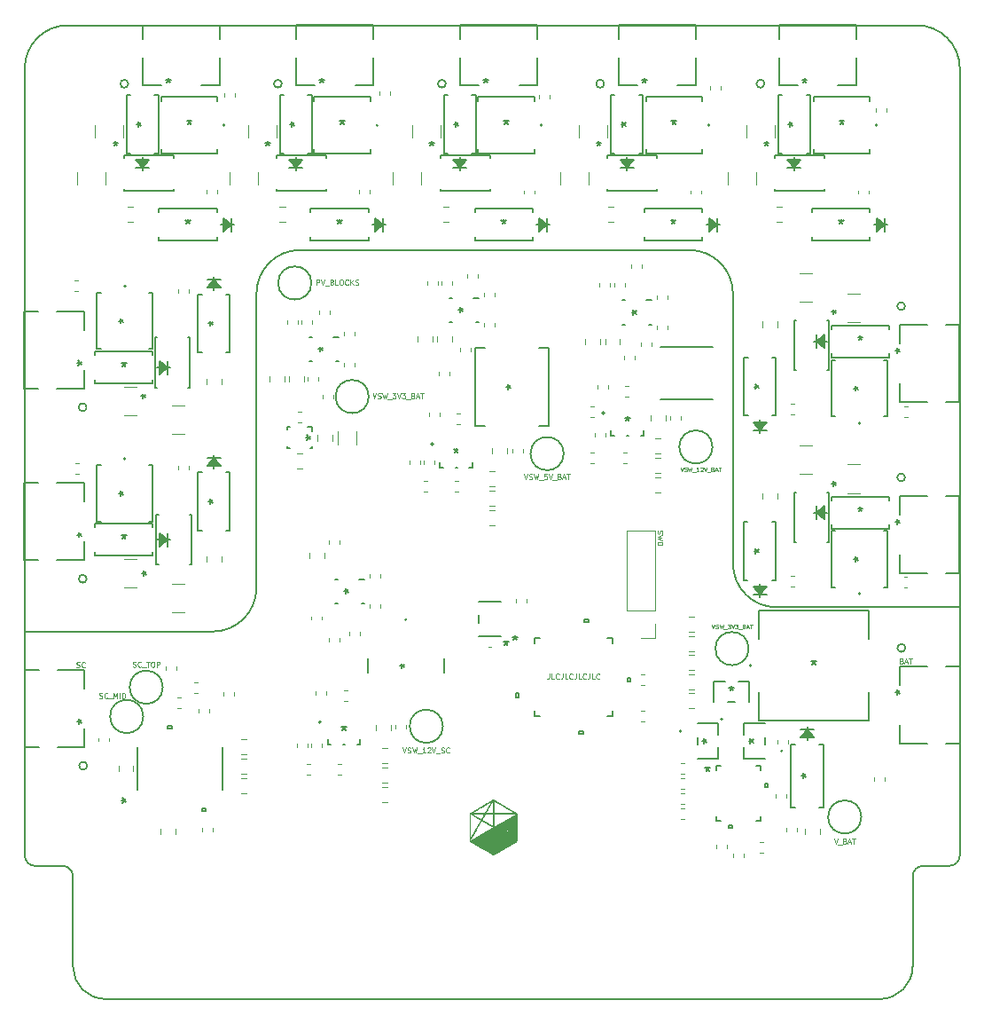
<source format=gbr>
G04 #@! TF.GenerationSoftware,KiCad,Pcbnew,(5.0.1-3-g963ef8bb5)*
G04 #@! TF.CreationDate,2021-05-26T22:53:26+02:00*
G04 #@! TF.ProjectId,EPS_v3_NanoSatLab,4550535F76335F4E616E6F5361744C61,rev?*
G04 #@! TF.SameCoordinates,Original*
G04 #@! TF.FileFunction,Legend,Top*
G04 #@! TF.FilePolarity,Positive*
%FSLAX46Y46*%
G04 Gerber Fmt 4.6, Leading zero omitted, Abs format (unit mm)*
G04 Created by KiCad (PCBNEW (5.0.1-3-g963ef8bb5)) date 2021 May 26, Wednesday 22:53:26*
%MOMM*%
%LPD*%
G01*
G04 APERTURE LIST*
%ADD10C,0.125000*%
%ADD11C,0.100000*%
%ADD12C,0.075000*%
%ADD13C,0.150000*%
%ADD14C,0.152400*%
%ADD15C,0.120000*%
%ADD16C,0.010000*%
%ADD17C,0.127000*%
G04 APERTURE END LIST*
D10*
X106261904Y-111589772D02*
X106333333Y-111613582D01*
X106452380Y-111613582D01*
X106500000Y-111589772D01*
X106523809Y-111565963D01*
X106547619Y-111518344D01*
X106547619Y-111470725D01*
X106523809Y-111423106D01*
X106500000Y-111399296D01*
X106452380Y-111375487D01*
X106357142Y-111351677D01*
X106309523Y-111327868D01*
X106285714Y-111304058D01*
X106261904Y-111256439D01*
X106261904Y-111208820D01*
X106285714Y-111161201D01*
X106309523Y-111137392D01*
X106357142Y-111113582D01*
X106476190Y-111113582D01*
X106547619Y-111137392D01*
X107047619Y-111565963D02*
X107023809Y-111589772D01*
X106952380Y-111613582D01*
X106904761Y-111613582D01*
X106833333Y-111589772D01*
X106785714Y-111542153D01*
X106761904Y-111494534D01*
X106738095Y-111399296D01*
X106738095Y-111327868D01*
X106761904Y-111232630D01*
X106785714Y-111185011D01*
X106833333Y-111137392D01*
X106904761Y-111113582D01*
X106952380Y-111113582D01*
X107023809Y-111137392D01*
X107047619Y-111161201D01*
X107142857Y-111661201D02*
X107523809Y-111661201D01*
X107642857Y-111613582D02*
X107642857Y-111113582D01*
X107809523Y-111470725D01*
X107976190Y-111113582D01*
X107976190Y-111613582D01*
X108214285Y-111613582D02*
X108214285Y-111113582D01*
X108452380Y-111613582D02*
X108452380Y-111113582D01*
X108571428Y-111113582D01*
X108642857Y-111137392D01*
X108690476Y-111185011D01*
X108714285Y-111232630D01*
X108738095Y-111327868D01*
X108738095Y-111399296D01*
X108714285Y-111494534D01*
X108690476Y-111542153D01*
X108642857Y-111589772D01*
X108571428Y-111613582D01*
X108452380Y-111613582D01*
X109459167Y-108602380D02*
X109530596Y-108626190D01*
X109649643Y-108626190D01*
X109697262Y-108602380D01*
X109721072Y-108578571D01*
X109744882Y-108530952D01*
X109744882Y-108483333D01*
X109721072Y-108435714D01*
X109697262Y-108411904D01*
X109649643Y-108388095D01*
X109554405Y-108364285D01*
X109506786Y-108340476D01*
X109482977Y-108316666D01*
X109459167Y-108269047D01*
X109459167Y-108221428D01*
X109482977Y-108173809D01*
X109506786Y-108150000D01*
X109554405Y-108126190D01*
X109673453Y-108126190D01*
X109744882Y-108150000D01*
X110244882Y-108578571D02*
X110221072Y-108602380D01*
X110149643Y-108626190D01*
X110102024Y-108626190D01*
X110030596Y-108602380D01*
X109982977Y-108554761D01*
X109959167Y-108507142D01*
X109935358Y-108411904D01*
X109935358Y-108340476D01*
X109959167Y-108245238D01*
X109982977Y-108197619D01*
X110030596Y-108150000D01*
X110102024Y-108126190D01*
X110149643Y-108126190D01*
X110221072Y-108150000D01*
X110244882Y-108173809D01*
X110340120Y-108673809D02*
X110721072Y-108673809D01*
X110768691Y-108126190D02*
X111054405Y-108126190D01*
X110911548Y-108626190D02*
X110911548Y-108126190D01*
X111316310Y-108126190D02*
X111411548Y-108126190D01*
X111459167Y-108150000D01*
X111506786Y-108197619D01*
X111530596Y-108292857D01*
X111530596Y-108459523D01*
X111506786Y-108554761D01*
X111459167Y-108602380D01*
X111411548Y-108626190D01*
X111316310Y-108626190D01*
X111268691Y-108602380D01*
X111221072Y-108554761D01*
X111197262Y-108459523D01*
X111197262Y-108292857D01*
X111221072Y-108197619D01*
X111268691Y-108150000D01*
X111316310Y-108126190D01*
X111744882Y-108626190D02*
X111744882Y-108126190D01*
X111935358Y-108126190D01*
X111982977Y-108150000D01*
X112006786Y-108173809D01*
X112030596Y-108221428D01*
X112030596Y-108292857D01*
X112006786Y-108340476D01*
X111982977Y-108364285D01*
X111935358Y-108388095D01*
X111744882Y-108388095D01*
D11*
X164757441Y-104580952D02*
X164890775Y-104980952D01*
X165024108Y-104580952D01*
X165138394Y-104961904D02*
X165195536Y-104980952D01*
X165290775Y-104980952D01*
X165328870Y-104961904D01*
X165347917Y-104942857D01*
X165366965Y-104904761D01*
X165366965Y-104866666D01*
X165347917Y-104828571D01*
X165328870Y-104809523D01*
X165290775Y-104790476D01*
X165214584Y-104771428D01*
X165176489Y-104752380D01*
X165157441Y-104733333D01*
X165138394Y-104695238D01*
X165138394Y-104657142D01*
X165157441Y-104619047D01*
X165176489Y-104600000D01*
X165214584Y-104580952D01*
X165309822Y-104580952D01*
X165366965Y-104600000D01*
X165500298Y-104580952D02*
X165595536Y-104980952D01*
X165671727Y-104695238D01*
X165747917Y-104980952D01*
X165843155Y-104580952D01*
X165900298Y-105019047D02*
X166205060Y-105019047D01*
X166262203Y-104580952D02*
X166509822Y-104580952D01*
X166376489Y-104733333D01*
X166433632Y-104733333D01*
X166471727Y-104752380D01*
X166490775Y-104771428D01*
X166509822Y-104809523D01*
X166509822Y-104904761D01*
X166490775Y-104942857D01*
X166471727Y-104961904D01*
X166433632Y-104980952D01*
X166319346Y-104980952D01*
X166281251Y-104961904D01*
X166262203Y-104942857D01*
X166624108Y-104580952D02*
X166757441Y-104980952D01*
X166890775Y-104580952D01*
X166986013Y-104580952D02*
X167233632Y-104580952D01*
X167100298Y-104733333D01*
X167157441Y-104733333D01*
X167195536Y-104752380D01*
X167214584Y-104771428D01*
X167233632Y-104809523D01*
X167233632Y-104904761D01*
X167214584Y-104942857D01*
X167195536Y-104961904D01*
X167157441Y-104980952D01*
X167043155Y-104980952D01*
X167005060Y-104961904D01*
X166986013Y-104942857D01*
X167309822Y-105019047D02*
X167614584Y-105019047D01*
X167843155Y-104771428D02*
X167900298Y-104790476D01*
X167919346Y-104809523D01*
X167938394Y-104847619D01*
X167938394Y-104904761D01*
X167919346Y-104942857D01*
X167900298Y-104961904D01*
X167862203Y-104980952D01*
X167709822Y-104980952D01*
X167709822Y-104580952D01*
X167843155Y-104580952D01*
X167881251Y-104600000D01*
X167900298Y-104619047D01*
X167919346Y-104657142D01*
X167919346Y-104695238D01*
X167900298Y-104733333D01*
X167881251Y-104752380D01*
X167843155Y-104771428D01*
X167709822Y-104771428D01*
X168090775Y-104866666D02*
X168281251Y-104866666D01*
X168052679Y-104980952D02*
X168186013Y-104580952D01*
X168319346Y-104980952D01*
X168395536Y-104580952D02*
X168624108Y-104580952D01*
X168509822Y-104980952D02*
X168509822Y-104580952D01*
D10*
X135240775Y-116326190D02*
X135407441Y-116826190D01*
X135574108Y-116326190D01*
X135716965Y-116802380D02*
X135788394Y-116826190D01*
X135907441Y-116826190D01*
X135955060Y-116802380D01*
X135978870Y-116778571D01*
X136002679Y-116730952D01*
X136002679Y-116683333D01*
X135978870Y-116635714D01*
X135955060Y-116611904D01*
X135907441Y-116588095D01*
X135812203Y-116564285D01*
X135764584Y-116540476D01*
X135740775Y-116516666D01*
X135716965Y-116469047D01*
X135716965Y-116421428D01*
X135740775Y-116373809D01*
X135764584Y-116350000D01*
X135812203Y-116326190D01*
X135931251Y-116326190D01*
X136002679Y-116350000D01*
X136169346Y-116326190D02*
X136288394Y-116826190D01*
X136383632Y-116469047D01*
X136478870Y-116826190D01*
X136597917Y-116326190D01*
X136669346Y-116873809D02*
X137050298Y-116873809D01*
X137431251Y-116826190D02*
X137145536Y-116826190D01*
X137288394Y-116826190D02*
X137288394Y-116326190D01*
X137240775Y-116397619D01*
X137193155Y-116445238D01*
X137145536Y-116469047D01*
X137621727Y-116373809D02*
X137645536Y-116350000D01*
X137693155Y-116326190D01*
X137812203Y-116326190D01*
X137859822Y-116350000D01*
X137883632Y-116373809D01*
X137907441Y-116421428D01*
X137907441Y-116469047D01*
X137883632Y-116540476D01*
X137597917Y-116826190D01*
X137907441Y-116826190D01*
X138050298Y-116326190D02*
X138216965Y-116826190D01*
X138383632Y-116326190D01*
X138431251Y-116873809D02*
X138812203Y-116873809D01*
X138907441Y-116802380D02*
X138978870Y-116826190D01*
X139097917Y-116826190D01*
X139145536Y-116802380D01*
X139169346Y-116778571D01*
X139193155Y-116730952D01*
X139193155Y-116683333D01*
X139169346Y-116635714D01*
X139145536Y-116611904D01*
X139097917Y-116588095D01*
X139002679Y-116564285D01*
X138955060Y-116540476D01*
X138931251Y-116516666D01*
X138907441Y-116469047D01*
X138907441Y-116421428D01*
X138931251Y-116373809D01*
X138955060Y-116350000D01*
X139002679Y-116326190D01*
X139121727Y-116326190D01*
X139193155Y-116350000D01*
X139693155Y-116778571D02*
X139669346Y-116802380D01*
X139597917Y-116826190D01*
X139550298Y-116826190D01*
X139478870Y-116802380D01*
X139431251Y-116754761D01*
X139407441Y-116707142D01*
X139383632Y-116611904D01*
X139383632Y-116540476D01*
X139407441Y-116445238D01*
X139431251Y-116397619D01*
X139478870Y-116350000D01*
X139550298Y-116326190D01*
X139597917Y-116326190D01*
X139669346Y-116350000D01*
X139693155Y-116373809D01*
X176442240Y-125013582D02*
X176608906Y-125513582D01*
X176775573Y-125013582D01*
X176823192Y-125561201D02*
X177204145Y-125561201D01*
X177489859Y-125251677D02*
X177561287Y-125275487D01*
X177585097Y-125299296D01*
X177608906Y-125346915D01*
X177608906Y-125418344D01*
X177585097Y-125465963D01*
X177561287Y-125489772D01*
X177513668Y-125513582D01*
X177323192Y-125513582D01*
X177323192Y-125013582D01*
X177489859Y-125013582D01*
X177537478Y-125037392D01*
X177561287Y-125061201D01*
X177585097Y-125108820D01*
X177585097Y-125156439D01*
X177561287Y-125204058D01*
X177537478Y-125227868D01*
X177489859Y-125251677D01*
X177323192Y-125251677D01*
X177799383Y-125370725D02*
X178037478Y-125370725D01*
X177751764Y-125513582D02*
X177918430Y-125013582D01*
X178085097Y-125513582D01*
X178180335Y-125013582D02*
X178466049Y-125013582D01*
X178323192Y-125513582D02*
X178323192Y-125013582D01*
D11*
X161766666Y-89580952D02*
X161900000Y-89980952D01*
X162033333Y-89580952D01*
X162147619Y-89961904D02*
X162204761Y-89980952D01*
X162300000Y-89980952D01*
X162338095Y-89961904D01*
X162357142Y-89942857D01*
X162376190Y-89904761D01*
X162376190Y-89866666D01*
X162357142Y-89828571D01*
X162338095Y-89809523D01*
X162300000Y-89790476D01*
X162223809Y-89771428D01*
X162185714Y-89752380D01*
X162166666Y-89733333D01*
X162147619Y-89695238D01*
X162147619Y-89657142D01*
X162166666Y-89619047D01*
X162185714Y-89600000D01*
X162223809Y-89580952D01*
X162319047Y-89580952D01*
X162376190Y-89600000D01*
X162509523Y-89580952D02*
X162604761Y-89980952D01*
X162680952Y-89695238D01*
X162757142Y-89980952D01*
X162852380Y-89580952D01*
X162909523Y-90019047D02*
X163214285Y-90019047D01*
X163519047Y-89980952D02*
X163290476Y-89980952D01*
X163404761Y-89980952D02*
X163404761Y-89580952D01*
X163366666Y-89638095D01*
X163328571Y-89676190D01*
X163290476Y-89695238D01*
X163671428Y-89619047D02*
X163690476Y-89600000D01*
X163728571Y-89580952D01*
X163823809Y-89580952D01*
X163861904Y-89600000D01*
X163880952Y-89619047D01*
X163900000Y-89657142D01*
X163900000Y-89695238D01*
X163880952Y-89752380D01*
X163652380Y-89980952D01*
X163900000Y-89980952D01*
X164014285Y-89580952D02*
X164147619Y-89980952D01*
X164280952Y-89580952D01*
X164319047Y-90019047D02*
X164623809Y-90019047D01*
X164852380Y-89771428D02*
X164909523Y-89790476D01*
X164928571Y-89809523D01*
X164947619Y-89847619D01*
X164947619Y-89904761D01*
X164928571Y-89942857D01*
X164909523Y-89961904D01*
X164871428Y-89980952D01*
X164719047Y-89980952D01*
X164719047Y-89580952D01*
X164852380Y-89580952D01*
X164890476Y-89600000D01*
X164909523Y-89619047D01*
X164928571Y-89657142D01*
X164928571Y-89695238D01*
X164909523Y-89733333D01*
X164890476Y-89752380D01*
X164852380Y-89771428D01*
X164719047Y-89771428D01*
X165100000Y-89866666D02*
X165290476Y-89866666D01*
X165061904Y-89980952D02*
X165195238Y-89580952D01*
X165328571Y-89980952D01*
X165404761Y-89580952D02*
X165633333Y-89580952D01*
X165519047Y-89980952D02*
X165519047Y-89580952D01*
D10*
X146851428Y-90226190D02*
X147018095Y-90726190D01*
X147184761Y-90226190D01*
X147327619Y-90702380D02*
X147399047Y-90726190D01*
X147518095Y-90726190D01*
X147565714Y-90702380D01*
X147589523Y-90678571D01*
X147613333Y-90630952D01*
X147613333Y-90583333D01*
X147589523Y-90535714D01*
X147565714Y-90511904D01*
X147518095Y-90488095D01*
X147422857Y-90464285D01*
X147375238Y-90440476D01*
X147351428Y-90416666D01*
X147327619Y-90369047D01*
X147327619Y-90321428D01*
X147351428Y-90273809D01*
X147375238Y-90250000D01*
X147422857Y-90226190D01*
X147541904Y-90226190D01*
X147613333Y-90250000D01*
X147780000Y-90226190D02*
X147899047Y-90726190D01*
X147994285Y-90369047D01*
X148089523Y-90726190D01*
X148208571Y-90226190D01*
X148280000Y-90773809D02*
X148660952Y-90773809D01*
X149018095Y-90226190D02*
X148780000Y-90226190D01*
X148756190Y-90464285D01*
X148780000Y-90440476D01*
X148827619Y-90416666D01*
X148946666Y-90416666D01*
X148994285Y-90440476D01*
X149018095Y-90464285D01*
X149041904Y-90511904D01*
X149041904Y-90630952D01*
X149018095Y-90678571D01*
X148994285Y-90702380D01*
X148946666Y-90726190D01*
X148827619Y-90726190D01*
X148780000Y-90702380D01*
X148756190Y-90678571D01*
X149184761Y-90226190D02*
X149351428Y-90726190D01*
X149518095Y-90226190D01*
X149565714Y-90773809D02*
X149946666Y-90773809D01*
X150232380Y-90464285D02*
X150303809Y-90488095D01*
X150327619Y-90511904D01*
X150351428Y-90559523D01*
X150351428Y-90630952D01*
X150327619Y-90678571D01*
X150303809Y-90702380D01*
X150256190Y-90726190D01*
X150065714Y-90726190D01*
X150065714Y-90226190D01*
X150232380Y-90226190D01*
X150280000Y-90250000D01*
X150303809Y-90273809D01*
X150327619Y-90321428D01*
X150327619Y-90369047D01*
X150303809Y-90416666D01*
X150280000Y-90440476D01*
X150232380Y-90464285D01*
X150065714Y-90464285D01*
X150541904Y-90583333D02*
X150780000Y-90583333D01*
X150494285Y-90726190D02*
X150660952Y-90226190D01*
X150827619Y-90726190D01*
X150922857Y-90226190D02*
X151208571Y-90226190D01*
X151065714Y-90726190D02*
X151065714Y-90226190D01*
X132383333Y-82513582D02*
X132550000Y-83013582D01*
X132716666Y-82513582D01*
X132859523Y-82989772D02*
X132930952Y-83013582D01*
X133050000Y-83013582D01*
X133097619Y-82989772D01*
X133121428Y-82965963D01*
X133145238Y-82918344D01*
X133145238Y-82870725D01*
X133121428Y-82823106D01*
X133097619Y-82799296D01*
X133050000Y-82775487D01*
X132954761Y-82751677D01*
X132907142Y-82727868D01*
X132883333Y-82704058D01*
X132859523Y-82656439D01*
X132859523Y-82608820D01*
X132883333Y-82561201D01*
X132907142Y-82537392D01*
X132954761Y-82513582D01*
X133073809Y-82513582D01*
X133145238Y-82537392D01*
X133311904Y-82513582D02*
X133430952Y-83013582D01*
X133526190Y-82656439D01*
X133621428Y-83013582D01*
X133740476Y-82513582D01*
X133811904Y-83061201D02*
X134192857Y-83061201D01*
X134264285Y-82513582D02*
X134573809Y-82513582D01*
X134407142Y-82704058D01*
X134478571Y-82704058D01*
X134526190Y-82727868D01*
X134550000Y-82751677D01*
X134573809Y-82799296D01*
X134573809Y-82918344D01*
X134550000Y-82965963D01*
X134526190Y-82989772D01*
X134478571Y-83013582D01*
X134335714Y-83013582D01*
X134288095Y-82989772D01*
X134264285Y-82965963D01*
X134716666Y-82513582D02*
X134883333Y-83013582D01*
X135050000Y-82513582D01*
X135169047Y-82513582D02*
X135478571Y-82513582D01*
X135311904Y-82704058D01*
X135383333Y-82704058D01*
X135430952Y-82727868D01*
X135454761Y-82751677D01*
X135478571Y-82799296D01*
X135478571Y-82918344D01*
X135454761Y-82965963D01*
X135430952Y-82989772D01*
X135383333Y-83013582D01*
X135240476Y-83013582D01*
X135192857Y-82989772D01*
X135169047Y-82965963D01*
X135573809Y-83061201D02*
X135954761Y-83061201D01*
X136240476Y-82751677D02*
X136311904Y-82775487D01*
X136335714Y-82799296D01*
X136359523Y-82846915D01*
X136359523Y-82918344D01*
X136335714Y-82965963D01*
X136311904Y-82989772D01*
X136264285Y-83013582D01*
X136073809Y-83013582D01*
X136073809Y-82513582D01*
X136240476Y-82513582D01*
X136288095Y-82537392D01*
X136311904Y-82561201D01*
X136335714Y-82608820D01*
X136335714Y-82656439D01*
X136311904Y-82704058D01*
X136288095Y-82727868D01*
X136240476Y-82751677D01*
X136073809Y-82751677D01*
X136550000Y-82870725D02*
X136788095Y-82870725D01*
X136502380Y-83013582D02*
X136669047Y-82513582D01*
X136835714Y-83013582D01*
X136930952Y-82513582D02*
X137216666Y-82513582D01*
X137073809Y-83013582D02*
X137073809Y-82513582D01*
X127011904Y-72179940D02*
X127011904Y-71679940D01*
X127202380Y-71679940D01*
X127250000Y-71703750D01*
X127273809Y-71727559D01*
X127297619Y-71775178D01*
X127297619Y-71846607D01*
X127273809Y-71894226D01*
X127250000Y-71918035D01*
X127202380Y-71941845D01*
X127011904Y-71941845D01*
X127440476Y-71679940D02*
X127607142Y-72179940D01*
X127773809Y-71679940D01*
X127821428Y-72227559D02*
X128202380Y-72227559D01*
X128488095Y-71918035D02*
X128559523Y-71941845D01*
X128583333Y-71965654D01*
X128607142Y-72013273D01*
X128607142Y-72084702D01*
X128583333Y-72132321D01*
X128559523Y-72156130D01*
X128511904Y-72179940D01*
X128321428Y-72179940D01*
X128321428Y-71679940D01*
X128488095Y-71679940D01*
X128535714Y-71703750D01*
X128559523Y-71727559D01*
X128583333Y-71775178D01*
X128583333Y-71822797D01*
X128559523Y-71870416D01*
X128535714Y-71894226D01*
X128488095Y-71918035D01*
X128321428Y-71918035D01*
X129059523Y-72179940D02*
X128821428Y-72179940D01*
X128821428Y-71679940D01*
X129321428Y-71679940D02*
X129416666Y-71679940D01*
X129464285Y-71703750D01*
X129511904Y-71751369D01*
X129535714Y-71846607D01*
X129535714Y-72013273D01*
X129511904Y-72108511D01*
X129464285Y-72156130D01*
X129416666Y-72179940D01*
X129321428Y-72179940D01*
X129273809Y-72156130D01*
X129226190Y-72108511D01*
X129202380Y-72013273D01*
X129202380Y-71846607D01*
X129226190Y-71751369D01*
X129273809Y-71703750D01*
X129321428Y-71679940D01*
X130035714Y-72132321D02*
X130011904Y-72156130D01*
X129940476Y-72179940D01*
X129892857Y-72179940D01*
X129821428Y-72156130D01*
X129773809Y-72108511D01*
X129750000Y-72060892D01*
X129726190Y-71965654D01*
X129726190Y-71894226D01*
X129750000Y-71798988D01*
X129773809Y-71751369D01*
X129821428Y-71703750D01*
X129892857Y-71679940D01*
X129940476Y-71679940D01*
X130011904Y-71703750D01*
X130035714Y-71727559D01*
X130250000Y-72179940D02*
X130250000Y-71679940D01*
X130535714Y-72179940D02*
X130321428Y-71894226D01*
X130535714Y-71679940D02*
X130250000Y-71965654D01*
X130726190Y-72156130D02*
X130797619Y-72179940D01*
X130916666Y-72179940D01*
X130964285Y-72156130D01*
X130988095Y-72132321D01*
X131011904Y-72084702D01*
X131011904Y-72037083D01*
X130988095Y-71989464D01*
X130964285Y-71965654D01*
X130916666Y-71941845D01*
X130821428Y-71918035D01*
X130773809Y-71894226D01*
X130750000Y-71870416D01*
X130726190Y-71822797D01*
X130726190Y-71775178D01*
X130750000Y-71727559D01*
X130773809Y-71703750D01*
X130821428Y-71679940D01*
X130940476Y-71679940D01*
X131011904Y-71703750D01*
X182900952Y-108064285D02*
X182972380Y-108088095D01*
X182996190Y-108111904D01*
X183020000Y-108159523D01*
X183020000Y-108230952D01*
X182996190Y-108278571D01*
X182972380Y-108302380D01*
X182924761Y-108326190D01*
X182734285Y-108326190D01*
X182734285Y-107826190D01*
X182900952Y-107826190D01*
X182948571Y-107850000D01*
X182972380Y-107873809D01*
X182996190Y-107921428D01*
X182996190Y-107969047D01*
X182972380Y-108016666D01*
X182948571Y-108040476D01*
X182900952Y-108064285D01*
X182734285Y-108064285D01*
X183210476Y-108183333D02*
X183448571Y-108183333D01*
X183162857Y-108326190D02*
X183329523Y-107826190D01*
X183496190Y-108326190D01*
X183591428Y-107826190D02*
X183877142Y-107826190D01*
X183734285Y-108326190D02*
X183734285Y-107826190D01*
X104087142Y-108652380D02*
X104158571Y-108676190D01*
X104277619Y-108676190D01*
X104325238Y-108652380D01*
X104349047Y-108628571D01*
X104372857Y-108580952D01*
X104372857Y-108533333D01*
X104349047Y-108485714D01*
X104325238Y-108461904D01*
X104277619Y-108438095D01*
X104182380Y-108414285D01*
X104134761Y-108390476D01*
X104110952Y-108366666D01*
X104087142Y-108319047D01*
X104087142Y-108271428D01*
X104110952Y-108223809D01*
X104134761Y-108200000D01*
X104182380Y-108176190D01*
X104301428Y-108176190D01*
X104372857Y-108200000D01*
X104872857Y-108628571D02*
X104849047Y-108652380D01*
X104777619Y-108676190D01*
X104730000Y-108676190D01*
X104658571Y-108652380D01*
X104610952Y-108604761D01*
X104587142Y-108557142D01*
X104563333Y-108461904D01*
X104563333Y-108390476D01*
X104587142Y-108295238D01*
X104610952Y-108247619D01*
X104658571Y-108200000D01*
X104730000Y-108176190D01*
X104777619Y-108176190D01*
X104849047Y-108200000D01*
X104872857Y-108223809D01*
X159587619Y-95641428D02*
X159563809Y-95712857D01*
X159563809Y-95831904D01*
X159587619Y-95879523D01*
X159611428Y-95903333D01*
X159659047Y-95927142D01*
X159706666Y-95927142D01*
X159754285Y-95903333D01*
X159778095Y-95879523D01*
X159801904Y-95831904D01*
X159825714Y-95736666D01*
X159849523Y-95689047D01*
X159873333Y-95665238D01*
X159920952Y-95641428D01*
X159968571Y-95641428D01*
X160016190Y-95665238D01*
X160040000Y-95689047D01*
X160063809Y-95736666D01*
X160063809Y-95855714D01*
X160040000Y-95927142D01*
X160063809Y-96093809D02*
X159563809Y-96212857D01*
X159920952Y-96308095D01*
X159563809Y-96403333D01*
X160063809Y-96522380D01*
X159563809Y-96712857D02*
X160063809Y-96712857D01*
X160063809Y-96831904D01*
X160040000Y-96903333D01*
X159992380Y-96950952D01*
X159944761Y-96974761D01*
X159849523Y-96998571D01*
X159778095Y-96998571D01*
X159682857Y-96974761D01*
X159635238Y-96950952D01*
X159587619Y-96903333D01*
X159563809Y-96831904D01*
X159563809Y-96712857D01*
D12*
X149237251Y-109276082D02*
X149237251Y-109633225D01*
X149213441Y-109704653D01*
X149165822Y-109752272D01*
X149094394Y-109776082D01*
X149046775Y-109776082D01*
X149713441Y-109776082D02*
X149475346Y-109776082D01*
X149475346Y-109276082D01*
X150165822Y-109728463D02*
X150142013Y-109752272D01*
X150070584Y-109776082D01*
X150022965Y-109776082D01*
X149951536Y-109752272D01*
X149903917Y-109704653D01*
X149880108Y-109657034D01*
X149856298Y-109561796D01*
X149856298Y-109490368D01*
X149880108Y-109395130D01*
X149903917Y-109347511D01*
X149951536Y-109299892D01*
X150022965Y-109276082D01*
X150070584Y-109276082D01*
X150142013Y-109299892D01*
X150165822Y-109323701D01*
X150522965Y-109276082D02*
X150522965Y-109633225D01*
X150499155Y-109704653D01*
X150451536Y-109752272D01*
X150380108Y-109776082D01*
X150332489Y-109776082D01*
X150999155Y-109776082D02*
X150761060Y-109776082D01*
X150761060Y-109276082D01*
X151451536Y-109728463D02*
X151427727Y-109752272D01*
X151356298Y-109776082D01*
X151308679Y-109776082D01*
X151237251Y-109752272D01*
X151189632Y-109704653D01*
X151165822Y-109657034D01*
X151142013Y-109561796D01*
X151142013Y-109490368D01*
X151165822Y-109395130D01*
X151189632Y-109347511D01*
X151237251Y-109299892D01*
X151308679Y-109276082D01*
X151356298Y-109276082D01*
X151427727Y-109299892D01*
X151451536Y-109323701D01*
X151808679Y-109276082D02*
X151808679Y-109633225D01*
X151784870Y-109704653D01*
X151737251Y-109752272D01*
X151665822Y-109776082D01*
X151618203Y-109776082D01*
X152284870Y-109776082D02*
X152046775Y-109776082D01*
X152046775Y-109276082D01*
X152737251Y-109728463D02*
X152713441Y-109752272D01*
X152642013Y-109776082D01*
X152594394Y-109776082D01*
X152522965Y-109752272D01*
X152475346Y-109704653D01*
X152451536Y-109657034D01*
X152427727Y-109561796D01*
X152427727Y-109490368D01*
X152451536Y-109395130D01*
X152475346Y-109347511D01*
X152522965Y-109299892D01*
X152594394Y-109276082D01*
X152642013Y-109276082D01*
X152713441Y-109299892D01*
X152737251Y-109323701D01*
X153094394Y-109276082D02*
X153094394Y-109633225D01*
X153070584Y-109704653D01*
X153022965Y-109752272D01*
X152951536Y-109776082D01*
X152903917Y-109776082D01*
X153570584Y-109776082D02*
X153332489Y-109776082D01*
X153332489Y-109276082D01*
X154022965Y-109728463D02*
X153999155Y-109752272D01*
X153927727Y-109776082D01*
X153880108Y-109776082D01*
X153808679Y-109752272D01*
X153761060Y-109704653D01*
X153737251Y-109657034D01*
X153713441Y-109561796D01*
X153713441Y-109490368D01*
X153737251Y-109395130D01*
X153761060Y-109347511D01*
X153808679Y-109299892D01*
X153880108Y-109276082D01*
X153927727Y-109276082D01*
X153999155Y-109299892D01*
X154022965Y-109323701D01*
D13*
X170950000Y-102940000D02*
G75*
G02X166784323Y-98774323I0J4165677D01*
G01*
X162620000Y-68850000D02*
G75*
G02X166785677Y-73015677I0J-4165677D01*
G01*
X121270000Y-101090000D02*
G75*
G02X117104323Y-105255677I-4165677J0D01*
G01*
X121274323Y-73015677D02*
G75*
G02X125440000Y-68850000I4165677J0D01*
G01*
X188440000Y-102930000D02*
X188430000Y-102940000D01*
X170970000Y-102940000D02*
X188430000Y-102940000D01*
X166790000Y-73030000D02*
X166790000Y-98800000D01*
X125460000Y-68850000D02*
X162620000Y-68850000D01*
X121270000Y-101080000D02*
X121270000Y-73030000D01*
X99170000Y-105260000D02*
X117120000Y-105260000D01*
D14*
G04 #@! TO.C,U308*
X124229776Y-85763641D02*
X124229776Y-85963641D01*
X124229776Y-85763641D02*
X124429776Y-85763641D01*
X124229776Y-87563643D02*
X124229776Y-87763643D01*
X124229776Y-87763643D02*
X124429776Y-87763643D01*
X126379774Y-87763643D02*
X126579774Y-87763643D01*
X126579774Y-87563643D02*
X126579774Y-87763643D01*
X126579774Y-85763641D02*
X126579774Y-86163643D01*
X126179775Y-85763641D02*
X126579774Y-85763641D01*
D15*
G04 #@! TO.C,R633*
X146790775Y-63488921D02*
X146790775Y-63163363D01*
X147810775Y-63488921D02*
X147810775Y-63163363D01*
G04 #@! TO.C,C304*
X134110000Y-114191422D02*
X134110000Y-114708578D01*
X132690000Y-114191422D02*
X132690000Y-114708578D01*
D16*
G04 #@! TO.C,G\002A\002A\002A*
G36*
X146148529Y-122735148D02*
X146149046Y-122753489D01*
X146149546Y-122783313D01*
X146150027Y-122824014D01*
X146150485Y-122874982D01*
X146150918Y-122935611D01*
X146151323Y-123005291D01*
X146151698Y-123083415D01*
X146152040Y-123169375D01*
X146152347Y-123262562D01*
X146152616Y-123362370D01*
X146152844Y-123468189D01*
X146153029Y-123579412D01*
X146153168Y-123695431D01*
X146153258Y-123815637D01*
X146153298Y-123939423D01*
X146153300Y-123970325D01*
X146153300Y-125211750D01*
X145509779Y-125211750D01*
X145418373Y-125211790D01*
X145329133Y-125211909D01*
X145243060Y-125212101D01*
X145161154Y-125212359D01*
X145084416Y-125212678D01*
X145013849Y-125213052D01*
X144950453Y-125213476D01*
X144895229Y-125213945D01*
X144849179Y-125214452D01*
X144813303Y-125214991D01*
X144788604Y-125215558D01*
X144780483Y-125215863D01*
X144739274Y-125217318D01*
X144710598Y-125217127D01*
X144694398Y-125215287D01*
X144690591Y-125213313D01*
X144693149Y-125207002D01*
X144701735Y-125190523D01*
X144715910Y-125164639D01*
X144735238Y-125130112D01*
X144759281Y-125087707D01*
X144787603Y-125038187D01*
X144819767Y-124982315D01*
X144855335Y-124920854D01*
X144893871Y-124854569D01*
X144934937Y-124784221D01*
X144978096Y-124710575D01*
X144991998Y-124686912D01*
X145041438Y-124602801D01*
X145093061Y-124514970D01*
X145145956Y-124424964D01*
X145199218Y-124334328D01*
X145251936Y-124244607D01*
X145303205Y-124157347D01*
X145352114Y-124074093D01*
X145397758Y-123996390D01*
X145439227Y-123925784D01*
X145475614Y-123863820D01*
X145491376Y-123836975D01*
X145527833Y-123774887D01*
X145563738Y-123713763D01*
X145598333Y-123654889D01*
X145630864Y-123599551D01*
X145660573Y-123549035D01*
X145686704Y-123504627D01*
X145708500Y-123467613D01*
X145725207Y-123439280D01*
X145734104Y-123424225D01*
X145753289Y-123391753D01*
X145776833Y-123351800D01*
X145802686Y-123307848D01*
X145828800Y-123263380D01*
X145851767Y-123224200D01*
X145877230Y-123180763D01*
X145905277Y-123133001D01*
X145933573Y-123084884D01*
X145959785Y-123040381D01*
X145978720Y-123008300D01*
X146002867Y-122967375D01*
X146029853Y-122921537D01*
X146056937Y-122875446D01*
X146081380Y-122833760D01*
X146089790Y-122819387D01*
X146107745Y-122789198D01*
X146123742Y-122763281D01*
X146136609Y-122743458D01*
X146145175Y-122731550D01*
X146147997Y-122728899D01*
X146148529Y-122735148D01*
X146148529Y-122735148D01*
G37*
X146148529Y-122735148D02*
X146149046Y-122753489D01*
X146149546Y-122783313D01*
X146150027Y-122824014D01*
X146150485Y-122874982D01*
X146150918Y-122935611D01*
X146151323Y-123005291D01*
X146151698Y-123083415D01*
X146152040Y-123169375D01*
X146152347Y-123262562D01*
X146152616Y-123362370D01*
X146152844Y-123468189D01*
X146153029Y-123579412D01*
X146153168Y-123695431D01*
X146153258Y-123815637D01*
X146153298Y-123939423D01*
X146153300Y-123970325D01*
X146153300Y-125211750D01*
X145509779Y-125211750D01*
X145418373Y-125211790D01*
X145329133Y-125211909D01*
X145243060Y-125212101D01*
X145161154Y-125212359D01*
X145084416Y-125212678D01*
X145013849Y-125213052D01*
X144950453Y-125213476D01*
X144895229Y-125213945D01*
X144849179Y-125214452D01*
X144813303Y-125214991D01*
X144788604Y-125215558D01*
X144780483Y-125215863D01*
X144739274Y-125217318D01*
X144710598Y-125217127D01*
X144694398Y-125215287D01*
X144690591Y-125213313D01*
X144693149Y-125207002D01*
X144701735Y-125190523D01*
X144715910Y-125164639D01*
X144735238Y-125130112D01*
X144759281Y-125087707D01*
X144787603Y-125038187D01*
X144819767Y-124982315D01*
X144855335Y-124920854D01*
X144893871Y-124854569D01*
X144934937Y-124784221D01*
X144978096Y-124710575D01*
X144991998Y-124686912D01*
X145041438Y-124602801D01*
X145093061Y-124514970D01*
X145145956Y-124424964D01*
X145199218Y-124334328D01*
X145251936Y-124244607D01*
X145303205Y-124157347D01*
X145352114Y-124074093D01*
X145397758Y-123996390D01*
X145439227Y-123925784D01*
X145475614Y-123863820D01*
X145491376Y-123836975D01*
X145527833Y-123774887D01*
X145563738Y-123713763D01*
X145598333Y-123654889D01*
X145630864Y-123599551D01*
X145660573Y-123549035D01*
X145686704Y-123504627D01*
X145708500Y-123467613D01*
X145725207Y-123439280D01*
X145734104Y-123424225D01*
X145753289Y-123391753D01*
X145776833Y-123351800D01*
X145802686Y-123307848D01*
X145828800Y-123263380D01*
X145851767Y-123224200D01*
X145877230Y-123180763D01*
X145905277Y-123133001D01*
X145933573Y-123084884D01*
X145959785Y-123040381D01*
X145978720Y-123008300D01*
X146002867Y-122967375D01*
X146029853Y-122921537D01*
X146056937Y-122875446D01*
X146081380Y-122833760D01*
X146089790Y-122819387D01*
X146107745Y-122789198D01*
X146123742Y-122763281D01*
X146136609Y-122743458D01*
X146145175Y-122731550D01*
X146147997Y-122728899D01*
X146148529Y-122735148D01*
G36*
X146118574Y-122655589D02*
X146111815Y-122669458D01*
X146104039Y-122682621D01*
X146096805Y-122694486D01*
X146083927Y-122716013D01*
X146066172Y-122745904D01*
X146044310Y-122782859D01*
X146019107Y-122825577D01*
X145991332Y-122872761D01*
X145961754Y-122923109D01*
X145943445Y-122954325D01*
X145922525Y-122989996D01*
X145895725Y-123035670D01*
X145863599Y-123090400D01*
X145826705Y-123153242D01*
X145785596Y-123223249D01*
X145740829Y-123299476D01*
X145692960Y-123380977D01*
X145642544Y-123466806D01*
X145590138Y-123556018D01*
X145536295Y-123647667D01*
X145481573Y-123740807D01*
X145426526Y-123834493D01*
X145371711Y-123927778D01*
X145317683Y-124019718D01*
X145264998Y-124109366D01*
X145214211Y-124195777D01*
X145165879Y-124278005D01*
X145120556Y-124355105D01*
X145078798Y-124426130D01*
X145041162Y-124490135D01*
X145008202Y-124546174D01*
X144980475Y-124593302D01*
X144965924Y-124618025D01*
X144909299Y-124714225D01*
X144858886Y-124799906D01*
X144814440Y-124875485D01*
X144775716Y-124941378D01*
X144742468Y-124998003D01*
X144714453Y-125045777D01*
X144691426Y-125085117D01*
X144673141Y-125116440D01*
X144659354Y-125140164D01*
X144651876Y-125153119D01*
X144637507Y-125176704D01*
X144624077Y-125196259D01*
X144613612Y-125208941D01*
X144610049Y-125211857D01*
X144601752Y-125213010D01*
X144582321Y-125214060D01*
X144553201Y-125215001D01*
X144515837Y-125215831D01*
X144471673Y-125216543D01*
X144422154Y-125217135D01*
X144368724Y-125217602D01*
X144312829Y-125217939D01*
X144255913Y-125218143D01*
X144199419Y-125218208D01*
X144144794Y-125218131D01*
X144093481Y-125217908D01*
X144046926Y-125217533D01*
X144006572Y-125217003D01*
X143973865Y-125216313D01*
X143950249Y-125215460D01*
X143937168Y-125214438D01*
X143935033Y-125213866D01*
X143934448Y-125207063D01*
X143933887Y-125188407D01*
X143933356Y-125158747D01*
X143932859Y-125118932D01*
X143932403Y-125069808D01*
X143931993Y-125012225D01*
X143931634Y-124947029D01*
X143931332Y-124875070D01*
X143931092Y-124797194D01*
X143930920Y-124714250D01*
X143930822Y-124627087D01*
X143930800Y-124560249D01*
X143930800Y-123910864D01*
X143948262Y-123898705D01*
X143960491Y-123890860D01*
X143980937Y-123878449D01*
X144006766Y-123863168D01*
X144035145Y-123846711D01*
X144035575Y-123846465D01*
X144074877Y-123823887D01*
X144123114Y-123796136D01*
X144178225Y-123764398D01*
X144238153Y-123729860D01*
X144300839Y-123693708D01*
X144364223Y-123657130D01*
X144426248Y-123621311D01*
X144445150Y-123610389D01*
X144523074Y-123565379D01*
X144603856Y-123518762D01*
X144690073Y-123469049D01*
X144784305Y-123414754D01*
X144800750Y-123405282D01*
X144838137Y-123383724D01*
X144881172Y-123358870D01*
X144924522Y-123333803D01*
X144962675Y-123311709D01*
X144993697Y-123293730D01*
X145022627Y-123276973D01*
X145046823Y-123262966D01*
X145063645Y-123253239D01*
X145067450Y-123251043D01*
X145077331Y-123245349D01*
X145097038Y-123233993D01*
X145125391Y-123217655D01*
X145161212Y-123197015D01*
X145203322Y-123172751D01*
X145250542Y-123145543D01*
X145301693Y-123116070D01*
X145355597Y-123085010D01*
X145356375Y-123084563D01*
X145412130Y-123052432D01*
X145466648Y-123021006D01*
X145518509Y-122991103D01*
X145566289Y-122963544D01*
X145608568Y-122939149D01*
X145643925Y-122918738D01*
X145670938Y-122903130D01*
X145686575Y-122894080D01*
X145770353Y-122845551D01*
X145843696Y-122803154D01*
X145907124Y-122766594D01*
X145961155Y-122735579D01*
X146006310Y-122709813D01*
X146043107Y-122689004D01*
X146072066Y-122672857D01*
X146093706Y-122661079D01*
X146108546Y-122653374D01*
X146117107Y-122649451D01*
X146119849Y-122648882D01*
X146118574Y-122655589D01*
X146118574Y-122655589D01*
G37*
X146118574Y-122655589D02*
X146111815Y-122669458D01*
X146104039Y-122682621D01*
X146096805Y-122694486D01*
X146083927Y-122716013D01*
X146066172Y-122745904D01*
X146044310Y-122782859D01*
X146019107Y-122825577D01*
X145991332Y-122872761D01*
X145961754Y-122923109D01*
X145943445Y-122954325D01*
X145922525Y-122989996D01*
X145895725Y-123035670D01*
X145863599Y-123090400D01*
X145826705Y-123153242D01*
X145785596Y-123223249D01*
X145740829Y-123299476D01*
X145692960Y-123380977D01*
X145642544Y-123466806D01*
X145590138Y-123556018D01*
X145536295Y-123647667D01*
X145481573Y-123740807D01*
X145426526Y-123834493D01*
X145371711Y-123927778D01*
X145317683Y-124019718D01*
X145264998Y-124109366D01*
X145214211Y-124195777D01*
X145165879Y-124278005D01*
X145120556Y-124355105D01*
X145078798Y-124426130D01*
X145041162Y-124490135D01*
X145008202Y-124546174D01*
X144980475Y-124593302D01*
X144965924Y-124618025D01*
X144909299Y-124714225D01*
X144858886Y-124799906D01*
X144814440Y-124875485D01*
X144775716Y-124941378D01*
X144742468Y-124998003D01*
X144714453Y-125045777D01*
X144691426Y-125085117D01*
X144673141Y-125116440D01*
X144659354Y-125140164D01*
X144651876Y-125153119D01*
X144637507Y-125176704D01*
X144624077Y-125196259D01*
X144613612Y-125208941D01*
X144610049Y-125211857D01*
X144601752Y-125213010D01*
X144582321Y-125214060D01*
X144553201Y-125215001D01*
X144515837Y-125215831D01*
X144471673Y-125216543D01*
X144422154Y-125217135D01*
X144368724Y-125217602D01*
X144312829Y-125217939D01*
X144255913Y-125218143D01*
X144199419Y-125218208D01*
X144144794Y-125218131D01*
X144093481Y-125217908D01*
X144046926Y-125217533D01*
X144006572Y-125217003D01*
X143973865Y-125216313D01*
X143950249Y-125215460D01*
X143937168Y-125214438D01*
X143935033Y-125213866D01*
X143934448Y-125207063D01*
X143933887Y-125188407D01*
X143933356Y-125158747D01*
X143932859Y-125118932D01*
X143932403Y-125069808D01*
X143931993Y-125012225D01*
X143931634Y-124947029D01*
X143931332Y-124875070D01*
X143931092Y-124797194D01*
X143930920Y-124714250D01*
X143930822Y-124627087D01*
X143930800Y-124560249D01*
X143930800Y-123910864D01*
X143948262Y-123898705D01*
X143960491Y-123890860D01*
X143980937Y-123878449D01*
X144006766Y-123863168D01*
X144035145Y-123846711D01*
X144035575Y-123846465D01*
X144074877Y-123823887D01*
X144123114Y-123796136D01*
X144178225Y-123764398D01*
X144238153Y-123729860D01*
X144300839Y-123693708D01*
X144364223Y-123657130D01*
X144426248Y-123621311D01*
X144445150Y-123610389D01*
X144523074Y-123565379D01*
X144603856Y-123518762D01*
X144690073Y-123469049D01*
X144784305Y-123414754D01*
X144800750Y-123405282D01*
X144838137Y-123383724D01*
X144881172Y-123358870D01*
X144924522Y-123333803D01*
X144962675Y-123311709D01*
X144993697Y-123293730D01*
X145022627Y-123276973D01*
X145046823Y-123262966D01*
X145063645Y-123253239D01*
X145067450Y-123251043D01*
X145077331Y-123245349D01*
X145097038Y-123233993D01*
X145125391Y-123217655D01*
X145161212Y-123197015D01*
X145203322Y-123172751D01*
X145250542Y-123145543D01*
X145301693Y-123116070D01*
X145355597Y-123085010D01*
X145356375Y-123084563D01*
X145412130Y-123052432D01*
X145466648Y-123021006D01*
X145518509Y-122991103D01*
X145566289Y-122963544D01*
X145608568Y-122939149D01*
X145643925Y-122918738D01*
X145670938Y-122903130D01*
X145686575Y-122894080D01*
X145770353Y-122845551D01*
X145843696Y-122803154D01*
X145907124Y-122766594D01*
X145961155Y-122735579D01*
X146006310Y-122709813D01*
X146043107Y-122689004D01*
X146072066Y-122672857D01*
X146093706Y-122661079D01*
X146108546Y-122653374D01*
X146117107Y-122649451D01*
X146119849Y-122648882D01*
X146118574Y-122655589D01*
G36*
X143869277Y-123947958D02*
X143869955Y-123966019D01*
X143870597Y-123995083D01*
X143871196Y-124034304D01*
X143871746Y-124082832D01*
X143872240Y-124139820D01*
X143872670Y-124204420D01*
X143873031Y-124275784D01*
X143873316Y-124353064D01*
X143873517Y-124435411D01*
X143873629Y-124521978D01*
X143873650Y-124579925D01*
X143873650Y-125218100D01*
X143297387Y-125218104D01*
X143195968Y-125218161D01*
X143085869Y-125218326D01*
X142969499Y-125218590D01*
X142849266Y-125218942D01*
X142727580Y-125219374D01*
X142606848Y-125219877D01*
X142489480Y-125220442D01*
X142377884Y-125221058D01*
X142274469Y-125221718D01*
X142192487Y-125222324D01*
X142100018Y-125222993D01*
X142014703Y-125223473D01*
X141937161Y-125223764D01*
X141868009Y-125223869D01*
X141807867Y-125223790D01*
X141757352Y-125223529D01*
X141717083Y-125223087D01*
X141687678Y-125222467D01*
X141669756Y-125221670D01*
X141663927Y-125220733D01*
X141669120Y-125215204D01*
X141682945Y-125205332D01*
X141702881Y-125192852D01*
X141713140Y-125186866D01*
X141741672Y-125170498D01*
X141775356Y-125151062D01*
X141808388Y-125131912D01*
X141819425Y-125125487D01*
X141836646Y-125115487D01*
X141863492Y-125099954D01*
X141898581Y-125079684D01*
X141940529Y-125055475D01*
X141987953Y-125028126D01*
X142039470Y-124998434D01*
X142093697Y-124967197D01*
X142143275Y-124938654D01*
X142199039Y-124906548D01*
X142253566Y-124875139D01*
X142305433Y-124845247D01*
X142353218Y-124817692D01*
X142395500Y-124793295D01*
X142430855Y-124772876D01*
X142457863Y-124757255D01*
X142473475Y-124748200D01*
X142492053Y-124737425D01*
X142520216Y-124721137D01*
X142556544Y-124700155D01*
X142599613Y-124675300D01*
X142648003Y-124647392D01*
X142700291Y-124617252D01*
X142755054Y-124585700D01*
X142803675Y-124557700D01*
X142859435Y-124525589D01*
X142913959Y-124494182D01*
X142965823Y-124464297D01*
X143013606Y-124436755D01*
X143055887Y-124412374D01*
X143091243Y-124391975D01*
X143118253Y-124376378D01*
X143133875Y-124367340D01*
X143164767Y-124349445D01*
X143201978Y-124327903D01*
X143240831Y-124305422D01*
X143276649Y-124284708D01*
X143276750Y-124284650D01*
X143312550Y-124263947D01*
X143351400Y-124241472D01*
X143388623Y-124219931D01*
X143419542Y-124202030D01*
X143419625Y-124201982D01*
X143441030Y-124189603D01*
X143471511Y-124172003D01*
X143509139Y-124150295D01*
X143551982Y-124125592D01*
X143598109Y-124099008D01*
X143645591Y-124071655D01*
X143667275Y-124059168D01*
X143711399Y-124033696D01*
X143752089Y-124010085D01*
X143788012Y-123989115D01*
X143817835Y-123971571D01*
X143840227Y-123958234D01*
X143853855Y-123949887D01*
X143857457Y-123947442D01*
X143866567Y-123942066D01*
X143868570Y-123941750D01*
X143869277Y-123947958D01*
X143869277Y-123947958D01*
G37*
X143869277Y-123947958D02*
X143869955Y-123966019D01*
X143870597Y-123995083D01*
X143871196Y-124034304D01*
X143871746Y-124082832D01*
X143872240Y-124139820D01*
X143872670Y-124204420D01*
X143873031Y-124275784D01*
X143873316Y-124353064D01*
X143873517Y-124435411D01*
X143873629Y-124521978D01*
X143873650Y-124579925D01*
X143873650Y-125218100D01*
X143297387Y-125218104D01*
X143195968Y-125218161D01*
X143085869Y-125218326D01*
X142969499Y-125218590D01*
X142849266Y-125218942D01*
X142727580Y-125219374D01*
X142606848Y-125219877D01*
X142489480Y-125220442D01*
X142377884Y-125221058D01*
X142274469Y-125221718D01*
X142192487Y-125222324D01*
X142100018Y-125222993D01*
X142014703Y-125223473D01*
X141937161Y-125223764D01*
X141868009Y-125223869D01*
X141807867Y-125223790D01*
X141757352Y-125223529D01*
X141717083Y-125223087D01*
X141687678Y-125222467D01*
X141669756Y-125221670D01*
X141663927Y-125220733D01*
X141669120Y-125215204D01*
X141682945Y-125205332D01*
X141702881Y-125192852D01*
X141713140Y-125186866D01*
X141741672Y-125170498D01*
X141775356Y-125151062D01*
X141808388Y-125131912D01*
X141819425Y-125125487D01*
X141836646Y-125115487D01*
X141863492Y-125099954D01*
X141898581Y-125079684D01*
X141940529Y-125055475D01*
X141987953Y-125028126D01*
X142039470Y-124998434D01*
X142093697Y-124967197D01*
X142143275Y-124938654D01*
X142199039Y-124906548D01*
X142253566Y-124875139D01*
X142305433Y-124845247D01*
X142353218Y-124817692D01*
X142395500Y-124793295D01*
X142430855Y-124772876D01*
X142457863Y-124757255D01*
X142473475Y-124748200D01*
X142492053Y-124737425D01*
X142520216Y-124721137D01*
X142556544Y-124700155D01*
X142599613Y-124675300D01*
X142648003Y-124647392D01*
X142700291Y-124617252D01*
X142755054Y-124585700D01*
X142803675Y-124557700D01*
X142859435Y-124525589D01*
X142913959Y-124494182D01*
X142965823Y-124464297D01*
X143013606Y-124436755D01*
X143055887Y-124412374D01*
X143091243Y-124391975D01*
X143118253Y-124376378D01*
X143133875Y-124367340D01*
X143164767Y-124349445D01*
X143201978Y-124327903D01*
X143240831Y-124305422D01*
X143276649Y-124284708D01*
X143276750Y-124284650D01*
X143312550Y-124263947D01*
X143351400Y-124241472D01*
X143388623Y-124219931D01*
X143419542Y-124202030D01*
X143419625Y-124201982D01*
X143441030Y-124189603D01*
X143471511Y-124172003D01*
X143509139Y-124150295D01*
X143551982Y-124125592D01*
X143598109Y-124099008D01*
X143645591Y-124071655D01*
X143667275Y-124059168D01*
X143711399Y-124033696D01*
X143752089Y-124010085D01*
X143788012Y-123989115D01*
X143817835Y-123971571D01*
X143840227Y-123958234D01*
X143853855Y-123949887D01*
X143857457Y-123947442D01*
X143866567Y-123942066D01*
X143868570Y-123941750D01*
X143869277Y-123947958D01*
G36*
X143881515Y-121275932D02*
X143886075Y-121279362D01*
X143893918Y-121284636D01*
X143905729Y-121292169D01*
X143922193Y-121302372D01*
X143943996Y-121315658D01*
X143971822Y-121332441D01*
X144006356Y-121353134D01*
X144048283Y-121378149D01*
X144098288Y-121407899D01*
X144157056Y-121442797D01*
X144225272Y-121483256D01*
X144303622Y-121529688D01*
X144318150Y-121538295D01*
X144381421Y-121575791D01*
X144452483Y-121617923D01*
X144528209Y-121662838D01*
X144605476Y-121708681D01*
X144681156Y-121753597D01*
X144752125Y-121795733D01*
X144810275Y-121830274D01*
X144863569Y-121861935D01*
X144925744Y-121898864D01*
X144994754Y-121939847D01*
X145068556Y-121983671D01*
X145145109Y-122029124D01*
X145222368Y-122074991D01*
X145298291Y-122120060D01*
X145370835Y-122163119D01*
X145404000Y-122182801D01*
X145471629Y-122222942D01*
X145541592Y-122264478D01*
X145612160Y-122306382D01*
X145681604Y-122347626D01*
X145748195Y-122387184D01*
X145810203Y-122424028D01*
X145865900Y-122457131D01*
X145913557Y-122485467D01*
X145940013Y-122501205D01*
X145984662Y-122527728D01*
X146025969Y-122552179D01*
X146062639Y-122573798D01*
X146093374Y-122591824D01*
X146116875Y-122605495D01*
X146131846Y-122614049D01*
X146136863Y-122616718D01*
X146141263Y-122621344D01*
X146140586Y-122622739D01*
X146134001Y-122623159D01*
X146115363Y-122623654D01*
X146085319Y-122624216D01*
X146044516Y-122624841D01*
X145993601Y-122625520D01*
X145933221Y-122626247D01*
X145864023Y-122627017D01*
X145786655Y-122627821D01*
X145701762Y-122628653D01*
X145609992Y-122629507D01*
X145511992Y-122630376D01*
X145408409Y-122631253D01*
X145299889Y-122632132D01*
X145187080Y-122633006D01*
X145070629Y-122633868D01*
X145032511Y-122634142D01*
X144879432Y-122635261D01*
X144738791Y-122636348D01*
X144610326Y-122637407D01*
X144493775Y-122638442D01*
X144388876Y-122639456D01*
X144295366Y-122640452D01*
X144212984Y-122641435D01*
X144141468Y-122642406D01*
X144080556Y-122643371D01*
X144029985Y-122644332D01*
X143989494Y-122645294D01*
X143958821Y-122646258D01*
X143937703Y-122647230D01*
X143925879Y-122648212D01*
X143922959Y-122648945D01*
X143922304Y-122656140D01*
X143921674Y-122675169D01*
X143921076Y-122705165D01*
X143920516Y-122745263D01*
X143920001Y-122794596D01*
X143919538Y-122852298D01*
X143919133Y-122917504D01*
X143918792Y-122989346D01*
X143918521Y-123066958D01*
X143918328Y-123149476D01*
X143918219Y-123236031D01*
X143918197Y-123285737D01*
X143918134Y-123374071D01*
X143917980Y-123458782D01*
X143917740Y-123539010D01*
X143917422Y-123613898D01*
X143917032Y-123682585D01*
X143916577Y-123744213D01*
X143916064Y-123797923D01*
X143915499Y-123842855D01*
X143914890Y-123878150D01*
X143914244Y-123902949D01*
X143913566Y-123916394D01*
X143913172Y-123918645D01*
X143905584Y-123917214D01*
X143890653Y-123910473D01*
X143873485Y-123900964D01*
X143855828Y-123890560D01*
X143829986Y-123875494D01*
X143798792Y-123857412D01*
X143765085Y-123837958D01*
X143746650Y-123827356D01*
X143710263Y-123806426D01*
X143672436Y-123784615D01*
X143636823Y-123764031D01*
X143607078Y-123746786D01*
X143597425Y-123741170D01*
X143580204Y-123731174D01*
X143553357Y-123715644D01*
X143518268Y-123695377D01*
X143476320Y-123671171D01*
X143428896Y-123643824D01*
X143377380Y-123614133D01*
X143323153Y-123582898D01*
X143273575Y-123554354D01*
X143197708Y-123510679D01*
X143131808Y-123472728D01*
X143074828Y-123439893D01*
X143025722Y-123411572D01*
X142983444Y-123387157D01*
X142946950Y-123366046D01*
X142915192Y-123347632D01*
X142887125Y-123331310D01*
X142861705Y-123316477D01*
X142837883Y-123302526D01*
X142814892Y-123289016D01*
X142790143Y-123275153D01*
X142768953Y-123264581D01*
X142753934Y-123258527D01*
X142748217Y-123257716D01*
X142743847Y-123263624D01*
X142733721Y-123279716D01*
X142718347Y-123305125D01*
X142698230Y-123338987D01*
X142673877Y-123380436D01*
X142645794Y-123428607D01*
X142614488Y-123482633D01*
X142580465Y-123541649D01*
X142544231Y-123604790D01*
X142506293Y-123671191D01*
X142505391Y-123672773D01*
X142426035Y-123811967D01*
X142349060Y-123946960D01*
X142274685Y-124077372D01*
X142203127Y-124202823D01*
X142134602Y-124322931D01*
X142069330Y-124437315D01*
X142007527Y-124545596D01*
X141949411Y-124647392D01*
X141895199Y-124742322D01*
X141845109Y-124830007D01*
X141799357Y-124910065D01*
X141758163Y-124982115D01*
X141721743Y-125045777D01*
X141690314Y-125100670D01*
X141664094Y-125146413D01*
X141643301Y-125182627D01*
X141628153Y-125208929D01*
X141618865Y-125224939D01*
X141615669Y-125230270D01*
X141615413Y-125224280D01*
X141615165Y-125206178D01*
X141614924Y-125176555D01*
X141614692Y-125135999D01*
X141614471Y-125085100D01*
X141614262Y-125024448D01*
X141614065Y-124954630D01*
X141613882Y-124876237D01*
X141613713Y-124789857D01*
X141613561Y-124696080D01*
X141613427Y-124595495D01*
X141613311Y-124488691D01*
X141613215Y-124376258D01*
X141613139Y-124258784D01*
X141613086Y-124136859D01*
X141613056Y-124011072D01*
X141613050Y-123917972D01*
X141613050Y-123825919D01*
X141670200Y-123825919D01*
X141670228Y-123947500D01*
X141670311Y-124065579D01*
X141670446Y-124179539D01*
X141670630Y-124288761D01*
X141670860Y-124392626D01*
X141671134Y-124490518D01*
X141671448Y-124581818D01*
X141671800Y-124665908D01*
X141672188Y-124742169D01*
X141672607Y-124809985D01*
X141673056Y-124868736D01*
X141673531Y-124917805D01*
X141674030Y-124956573D01*
X141674550Y-124984423D01*
X141675088Y-125000737D01*
X141675575Y-125005057D01*
X141679423Y-124998787D01*
X141689107Y-124982244D01*
X141704187Y-124956197D01*
X141724225Y-124921413D01*
X141748779Y-124878660D01*
X141777410Y-124828707D01*
X141809677Y-124772321D01*
X141845141Y-124710270D01*
X141883361Y-124643322D01*
X141923898Y-124572245D01*
X141966311Y-124497807D01*
X141981021Y-124471975D01*
X142024818Y-124395062D01*
X142067468Y-124320186D01*
X142108470Y-124248228D01*
X142147320Y-124180072D01*
X142183513Y-124116599D01*
X142216547Y-124058692D01*
X142245918Y-124007233D01*
X142271124Y-123963105D01*
X142291659Y-123927190D01*
X142307022Y-123900371D01*
X142316709Y-123883530D01*
X142317928Y-123881425D01*
X142356511Y-123814711D01*
X142395256Y-123747334D01*
X142433656Y-123680202D01*
X142471204Y-123614225D01*
X142507391Y-123550312D01*
X142541711Y-123489370D01*
X142573656Y-123432310D01*
X142602718Y-123380039D01*
X142628391Y-123333467D01*
X142650166Y-123293502D01*
X142667537Y-123261053D01*
X142679996Y-123237030D01*
X142687036Y-123222340D01*
X142688397Y-123217885D01*
X142680958Y-123212841D01*
X142664980Y-123203052D01*
X142647060Y-123192450D01*
X142782899Y-123192450D01*
X142787460Y-123198898D01*
X142802667Y-123210569D01*
X142828698Y-123227579D01*
X142865731Y-123250045D01*
X142913074Y-123277584D01*
X142954218Y-123301191D01*
X142995420Y-123324870D01*
X143034164Y-123347172D01*
X143067933Y-123366649D01*
X143094212Y-123381852D01*
X143102125Y-123386448D01*
X143130215Y-123402766D01*
X143164976Y-123422920D01*
X143202076Y-123444398D01*
X143237183Y-123464692D01*
X143238650Y-123465539D01*
X143270226Y-123483777D01*
X143299516Y-123500704D01*
X143327982Y-123517167D01*
X143357084Y-123534014D01*
X143388284Y-123552091D01*
X143423044Y-123572246D01*
X143462825Y-123595325D01*
X143509088Y-123622175D01*
X143563294Y-123653645D01*
X143626906Y-123690580D01*
X143632350Y-123693741D01*
X143679057Y-123720769D01*
X143722440Y-123745698D01*
X143761247Y-123767819D01*
X143794227Y-123786428D01*
X143820125Y-123800818D01*
X143837691Y-123810283D01*
X143845672Y-123814116D01*
X143845897Y-123814162D01*
X143847441Y-123810438D01*
X143848866Y-123798651D01*
X143850188Y-123778269D01*
X143851420Y-123748765D01*
X143852575Y-123709608D01*
X143853669Y-123660269D01*
X143854713Y-123600219D01*
X143855724Y-123528927D01*
X143856714Y-123445865D01*
X143857456Y-123375012D01*
X143858186Y-123296585D01*
X143858816Y-123218212D01*
X143859340Y-123141414D01*
X143859752Y-123067714D01*
X143860045Y-122998633D01*
X143860214Y-122935693D01*
X143860252Y-122880416D01*
X143860154Y-122834325D01*
X143859913Y-122798941D01*
X143859809Y-122790420D01*
X143857775Y-122645566D01*
X143476812Y-122646147D01*
X143393084Y-122646335D01*
X143321312Y-122646636D01*
X143260753Y-122647067D01*
X143210664Y-122647641D01*
X143170303Y-122648377D01*
X143138925Y-122649290D01*
X143115788Y-122650395D01*
X143100148Y-122651708D01*
X143091262Y-122653247D01*
X143088653Y-122654476D01*
X143083731Y-122661872D01*
X143073411Y-122678925D01*
X143058448Y-122704311D01*
X143039595Y-122736705D01*
X143017605Y-122774779D01*
X142993232Y-122817210D01*
X142967229Y-122862670D01*
X142940350Y-122909835D01*
X142913348Y-122957380D01*
X142886976Y-123003977D01*
X142861987Y-123048303D01*
X142839136Y-123089030D01*
X142819176Y-123124835D01*
X142802859Y-123154390D01*
X142790939Y-123176371D01*
X142784170Y-123189452D01*
X142782899Y-123192450D01*
X142647060Y-123192450D01*
X142642976Y-123190034D01*
X142622700Y-123178297D01*
X142593772Y-123161677D01*
X142558140Y-123141157D01*
X142520089Y-123119209D01*
X142483903Y-123098300D01*
X142479825Y-123095941D01*
X142434222Y-123069562D01*
X142391351Y-123044775D01*
X142349012Y-123020310D01*
X142305006Y-122994899D01*
X142257133Y-122967270D01*
X142203193Y-122936153D01*
X142140988Y-122900279D01*
X142124225Y-122890613D01*
X142074332Y-122861840D01*
X142017493Y-122829056D01*
X141957760Y-122794597D01*
X141899182Y-122760801D01*
X141845814Y-122730005D01*
X141829249Y-122720445D01*
X141789818Y-122697902D01*
X141753935Y-122677797D01*
X141723073Y-122660923D01*
X141719071Y-122658812D01*
X141851321Y-122658812D01*
X141854301Y-122664497D01*
X141865123Y-122672422D01*
X141865807Y-122672816D01*
X141876628Y-122679028D01*
X141896366Y-122690408D01*
X141922951Y-122705760D01*
X141954311Y-122723888D01*
X141987700Y-122743204D01*
X142093002Y-122804136D01*
X142187867Y-122858991D01*
X142272835Y-122908074D01*
X142348449Y-122951689D01*
X142415251Y-122990141D01*
X142473783Y-123023733D01*
X142524587Y-123052770D01*
X142568207Y-123077558D01*
X142605182Y-123098399D01*
X142636057Y-123115598D01*
X142661373Y-123129460D01*
X142681672Y-123140288D01*
X142697496Y-123148389D01*
X142709388Y-123154064D01*
X142717889Y-123157620D01*
X142723542Y-123159361D01*
X142726889Y-123159590D01*
X142728238Y-123158925D01*
X142732878Y-123151832D01*
X142743035Y-123134918D01*
X142757989Y-123109426D01*
X142777019Y-123076600D01*
X142799407Y-123037681D01*
X142824432Y-122993913D01*
X142851375Y-122946539D01*
X142857761Y-122935275D01*
X142885627Y-122886139D01*
X142912208Y-122839356D01*
X142936695Y-122796341D01*
X142958282Y-122758509D01*
X142976160Y-122727275D01*
X142989521Y-122704057D01*
X142997558Y-122690268D01*
X142998245Y-122689117D01*
X143008316Y-122671111D01*
X143014908Y-122656986D01*
X143016400Y-122651646D01*
X143012755Y-122649584D01*
X143001263Y-122648098D01*
X142981086Y-122647174D01*
X142951388Y-122646801D01*
X142911329Y-122646964D01*
X142860073Y-122647651D01*
X142811612Y-122648547D01*
X142765322Y-122649354D01*
X142708400Y-122650144D01*
X142642915Y-122650900D01*
X142570935Y-122651603D01*
X142494529Y-122652234D01*
X142415764Y-122652777D01*
X142336709Y-122653214D01*
X142259433Y-122653525D01*
X142230388Y-122653608D01*
X142162459Y-122653849D01*
X142098381Y-122654211D01*
X142039270Y-122654679D01*
X141986240Y-122655238D01*
X141940406Y-122655872D01*
X141902882Y-122656567D01*
X141874783Y-122657307D01*
X141857222Y-122658076D01*
X141851321Y-122658812D01*
X141719071Y-122658812D01*
X141698702Y-122648070D01*
X141682293Y-122640030D01*
X141675317Y-122637594D01*
X141675262Y-122637621D01*
X141674742Y-122644192D01*
X141674237Y-122662838D01*
X141673749Y-122692936D01*
X141673281Y-122733861D01*
X141672836Y-122784987D01*
X141672416Y-122845691D01*
X141672025Y-122915348D01*
X141671664Y-122993334D01*
X141671336Y-123079024D01*
X141671045Y-123171794D01*
X141670792Y-123271019D01*
X141670580Y-123376075D01*
X141670412Y-123486337D01*
X141670291Y-123601180D01*
X141670220Y-123719982D01*
X141670200Y-123825919D01*
X141613050Y-123825919D01*
X141613050Y-122603029D01*
X141628440Y-122593914D01*
X141746400Y-122593914D01*
X141752167Y-122594325D01*
X141769801Y-122594638D01*
X141798471Y-122594853D01*
X141837343Y-122594973D01*
X141885587Y-122595000D01*
X141942368Y-122594933D01*
X142006857Y-122594775D01*
X142078219Y-122594528D01*
X142155623Y-122594192D01*
X142238236Y-122593769D01*
X142325228Y-122593261D01*
X142397275Y-122592795D01*
X142509629Y-122591999D01*
X142609807Y-122591208D01*
X142698333Y-122590411D01*
X142775731Y-122589599D01*
X142842525Y-122588762D01*
X142899238Y-122587892D01*
X142946395Y-122586978D01*
X142984520Y-122586011D01*
X143014137Y-122584981D01*
X143034393Y-122583950D01*
X143130700Y-122583950D01*
X143136026Y-122585462D01*
X143152182Y-122586612D01*
X143179433Y-122587401D01*
X143218045Y-122587832D01*
X143268283Y-122587904D01*
X143330411Y-122587621D01*
X143404696Y-122586983D01*
X143491403Y-122585991D01*
X143494237Y-122585956D01*
X143560905Y-122585100D01*
X143623659Y-122584268D01*
X143681370Y-122583475D01*
X143732911Y-122582739D01*
X143777153Y-122582076D01*
X143812969Y-122581503D01*
X143839231Y-122581036D01*
X143854812Y-122580694D01*
X143858827Y-122580522D01*
X143859379Y-122573918D01*
X143859929Y-122555686D01*
X143860472Y-122526858D01*
X143861006Y-122488465D01*
X143861525Y-122441542D01*
X143862028Y-122387119D01*
X143862509Y-122326231D01*
X143862964Y-122259909D01*
X143863392Y-122189186D01*
X143863786Y-122115094D01*
X143864144Y-122038667D01*
X143864369Y-121983655D01*
X143924450Y-121983655D01*
X143924450Y-122583860D01*
X144284812Y-122580116D01*
X144345401Y-122579518D01*
X144417072Y-122578862D01*
X144498207Y-122578161D01*
X144587187Y-122577429D01*
X144682395Y-122576676D01*
X144782211Y-122575916D01*
X144885019Y-122575160D01*
X144989199Y-122574422D01*
X145093135Y-122573713D01*
X145195207Y-122573046D01*
X145284937Y-122572487D01*
X145373894Y-122571908D01*
X145459179Y-122571277D01*
X145539946Y-122570606D01*
X145615348Y-122569903D01*
X145684538Y-122569180D01*
X145746670Y-122568447D01*
X145800896Y-122567715D01*
X145846371Y-122566994D01*
X145882247Y-122566294D01*
X145907677Y-122565626D01*
X145921816Y-122564999D01*
X145924551Y-122564613D01*
X145919229Y-122560670D01*
X145904035Y-122550921D01*
X145880034Y-122536015D01*
X145848293Y-122516599D01*
X145809876Y-122493322D01*
X145765849Y-122466834D01*
X145717278Y-122437781D01*
X145665788Y-122407145D01*
X145603973Y-122370460D01*
X145533933Y-122328895D01*
X145458363Y-122284051D01*
X145379962Y-122237526D01*
X145301425Y-122190922D01*
X145225448Y-122145838D01*
X145154730Y-122103875D01*
X145121425Y-122084113D01*
X145012399Y-122019421D01*
X144913577Y-121960781D01*
X144824237Y-121907766D01*
X144743661Y-121859948D01*
X144671128Y-121816898D01*
X144605919Y-121778191D01*
X144547313Y-121743397D01*
X144494591Y-121712090D01*
X144447033Y-121683842D01*
X144403919Y-121658225D01*
X144364529Y-121634811D01*
X144328144Y-121613174D01*
X144294044Y-121592885D01*
X144261509Y-121573517D01*
X144229818Y-121554641D01*
X144198253Y-121535832D01*
X144166093Y-121516660D01*
X144143525Y-121503203D01*
X144096749Y-121475446D01*
X144053364Y-121449964D01*
X144014579Y-121427448D01*
X143981603Y-121408588D01*
X143955646Y-121394075D01*
X143937916Y-121384599D01*
X143929624Y-121380850D01*
X143929212Y-121380845D01*
X143928528Y-121387429D01*
X143927874Y-121405833D01*
X143927256Y-121435179D01*
X143926682Y-121474585D01*
X143926157Y-121523174D01*
X143925690Y-121580066D01*
X143925287Y-121644380D01*
X143924954Y-121715238D01*
X143924700Y-121791760D01*
X143924531Y-121873066D01*
X143924454Y-121958277D01*
X143924450Y-121983655D01*
X143864369Y-121983655D01*
X143864462Y-121960936D01*
X143864737Y-121882935D01*
X143864963Y-121805695D01*
X143865139Y-121730250D01*
X143865259Y-121657631D01*
X143865320Y-121588872D01*
X143865319Y-121525005D01*
X143865251Y-121467063D01*
X143865113Y-121416078D01*
X143864901Y-121373082D01*
X143864611Y-121339109D01*
X143864240Y-121315191D01*
X143863784Y-121302360D01*
X143863489Y-121300402D01*
X143859440Y-121305821D01*
X143849681Y-121321368D01*
X143834756Y-121346120D01*
X143815204Y-121379149D01*
X143791567Y-121419530D01*
X143764386Y-121466336D01*
X143734203Y-121518642D01*
X143701559Y-121575522D01*
X143666995Y-121636049D01*
X143656541Y-121654415D01*
X143615126Y-121727205D01*
X143570519Y-121805585D01*
X143523992Y-121887316D01*
X143476821Y-121970158D01*
X143430281Y-122051875D01*
X143385646Y-122130227D01*
X143344192Y-122202975D01*
X143307193Y-122267882D01*
X143293003Y-122292766D01*
X143261652Y-122347862D01*
X143232295Y-122399695D01*
X143205521Y-122447208D01*
X143181919Y-122489342D01*
X143162081Y-122525039D01*
X143146595Y-122553241D01*
X143136051Y-122572890D01*
X143131039Y-122582927D01*
X143130700Y-122583950D01*
X143034393Y-122583950D01*
X143035769Y-122583880D01*
X143049941Y-122582698D01*
X143057177Y-122581424D01*
X143058280Y-122580853D01*
X143062414Y-122574303D01*
X143072347Y-122557532D01*
X143087608Y-122531360D01*
X143107725Y-122496610D01*
X143132225Y-122454102D01*
X143160635Y-122404658D01*
X143192485Y-122349100D01*
X143227301Y-122288248D01*
X143264612Y-122222925D01*
X143303944Y-122153951D01*
X143330912Y-122106600D01*
X143372795Y-122033036D01*
X143414012Y-121960667D01*
X143453969Y-121890536D01*
X143492071Y-121823686D01*
X143527722Y-121761161D01*
X143560327Y-121704004D01*
X143589290Y-121653260D01*
X143614017Y-121609971D01*
X143633913Y-121575182D01*
X143648381Y-121549935D01*
X143652814Y-121542224D01*
X143670794Y-121510679D01*
X143686147Y-121483130D01*
X143697903Y-121461370D01*
X143705091Y-121447189D01*
X143706862Y-121442395D01*
X143701148Y-121445122D01*
X143685475Y-121453746D01*
X143660817Y-121467704D01*
X143628149Y-121486433D01*
X143588446Y-121509370D01*
X143542682Y-121535953D01*
X143491833Y-121565618D01*
X143436873Y-121597803D01*
X143390704Y-121624926D01*
X143329763Y-121660776D01*
X143269479Y-121696238D01*
X143211221Y-121730507D01*
X143156356Y-121762779D01*
X143106254Y-121792248D01*
X143062282Y-121818110D01*
X143025809Y-121839560D01*
X142998204Y-121855792D01*
X142987825Y-121861894D01*
X142964600Y-121875554D01*
X142931900Y-121894799D01*
X142891190Y-121918766D01*
X142843935Y-121946591D01*
X142791602Y-121977412D01*
X142735655Y-122010365D01*
X142677562Y-122044588D01*
X142618786Y-122079217D01*
X142610000Y-122084394D01*
X142541194Y-122124927D01*
X142464546Y-122170065D01*
X142382962Y-122218096D01*
X142299351Y-122267310D01*
X142216620Y-122315993D01*
X142137679Y-122362435D01*
X142065436Y-122404924D01*
X142035325Y-122422628D01*
X141980407Y-122454941D01*
X141928838Y-122485334D01*
X141881647Y-122513199D01*
X141839866Y-122537923D01*
X141804523Y-122558896D01*
X141776649Y-122575507D01*
X141757274Y-122587146D01*
X141747429Y-122593202D01*
X141746400Y-122593914D01*
X141628440Y-122593914D01*
X141719412Y-122540037D01*
X141758050Y-122517188D01*
X141804064Y-122490032D01*
X141853874Y-122460679D01*
X141903896Y-122431239D01*
X141950550Y-122403824D01*
X141959125Y-122398791D01*
X142002477Y-122373329D01*
X142047866Y-122346634D01*
X142092286Y-122320476D01*
X142132731Y-122296627D01*
X142166195Y-122276855D01*
X142175025Y-122271627D01*
X142204042Y-122254467D01*
X142241358Y-122232448D01*
X142284316Y-122207135D01*
X142330259Y-122180093D01*
X142376529Y-122152886D01*
X142406800Y-122135106D01*
X142451776Y-122108685D01*
X142498229Y-122081369D01*
X142543504Y-122054723D01*
X142584942Y-122030311D01*
X142619887Y-122009697D01*
X142638575Y-121998653D01*
X142669144Y-121980600D01*
X142707667Y-121957900D01*
X142751137Y-121932323D01*
X142796548Y-121905636D01*
X142840892Y-121879609D01*
X142854475Y-121871645D01*
X142899284Y-121845347D01*
X142947476Y-121817012D01*
X142995666Y-121788633D01*
X143040471Y-121762202D01*
X143078508Y-121739712D01*
X143086250Y-121735125D01*
X143122152Y-121713876D01*
X143165631Y-121688201D01*
X143213307Y-121660092D01*
X143261797Y-121631543D01*
X143307720Y-121604547D01*
X143318025Y-121598497D01*
X143397582Y-121551787D01*
X143467183Y-121510898D01*
X143527833Y-121475238D01*
X143580535Y-121444212D01*
X143626295Y-121417228D01*
X143666117Y-121393694D01*
X143701007Y-121373015D01*
X143731968Y-121354599D01*
X143760005Y-121337852D01*
X143786123Y-121322182D01*
X143787478Y-121321368D01*
X143817337Y-121303871D01*
X143843340Y-121289509D01*
X143863608Y-121279250D01*
X143876257Y-121274063D01*
X143879553Y-121273935D01*
X143881515Y-121275932D01*
X143881515Y-121275932D01*
G37*
X143881515Y-121275932D02*
X143886075Y-121279362D01*
X143893918Y-121284636D01*
X143905729Y-121292169D01*
X143922193Y-121302372D01*
X143943996Y-121315658D01*
X143971822Y-121332441D01*
X144006356Y-121353134D01*
X144048283Y-121378149D01*
X144098288Y-121407899D01*
X144157056Y-121442797D01*
X144225272Y-121483256D01*
X144303622Y-121529688D01*
X144318150Y-121538295D01*
X144381421Y-121575791D01*
X144452483Y-121617923D01*
X144528209Y-121662838D01*
X144605476Y-121708681D01*
X144681156Y-121753597D01*
X144752125Y-121795733D01*
X144810275Y-121830274D01*
X144863569Y-121861935D01*
X144925744Y-121898864D01*
X144994754Y-121939847D01*
X145068556Y-121983671D01*
X145145109Y-122029124D01*
X145222368Y-122074991D01*
X145298291Y-122120060D01*
X145370835Y-122163119D01*
X145404000Y-122182801D01*
X145471629Y-122222942D01*
X145541592Y-122264478D01*
X145612160Y-122306382D01*
X145681604Y-122347626D01*
X145748195Y-122387184D01*
X145810203Y-122424028D01*
X145865900Y-122457131D01*
X145913557Y-122485467D01*
X145940013Y-122501205D01*
X145984662Y-122527728D01*
X146025969Y-122552179D01*
X146062639Y-122573798D01*
X146093374Y-122591824D01*
X146116875Y-122605495D01*
X146131846Y-122614049D01*
X146136863Y-122616718D01*
X146141263Y-122621344D01*
X146140586Y-122622739D01*
X146134001Y-122623159D01*
X146115363Y-122623654D01*
X146085319Y-122624216D01*
X146044516Y-122624841D01*
X145993601Y-122625520D01*
X145933221Y-122626247D01*
X145864023Y-122627017D01*
X145786655Y-122627821D01*
X145701762Y-122628653D01*
X145609992Y-122629507D01*
X145511992Y-122630376D01*
X145408409Y-122631253D01*
X145299889Y-122632132D01*
X145187080Y-122633006D01*
X145070629Y-122633868D01*
X145032511Y-122634142D01*
X144879432Y-122635261D01*
X144738791Y-122636348D01*
X144610326Y-122637407D01*
X144493775Y-122638442D01*
X144388876Y-122639456D01*
X144295366Y-122640452D01*
X144212984Y-122641435D01*
X144141468Y-122642406D01*
X144080556Y-122643371D01*
X144029985Y-122644332D01*
X143989494Y-122645294D01*
X143958821Y-122646258D01*
X143937703Y-122647230D01*
X143925879Y-122648212D01*
X143922959Y-122648945D01*
X143922304Y-122656140D01*
X143921674Y-122675169D01*
X143921076Y-122705165D01*
X143920516Y-122745263D01*
X143920001Y-122794596D01*
X143919538Y-122852298D01*
X143919133Y-122917504D01*
X143918792Y-122989346D01*
X143918521Y-123066958D01*
X143918328Y-123149476D01*
X143918219Y-123236031D01*
X143918197Y-123285737D01*
X143918134Y-123374071D01*
X143917980Y-123458782D01*
X143917740Y-123539010D01*
X143917422Y-123613898D01*
X143917032Y-123682585D01*
X143916577Y-123744213D01*
X143916064Y-123797923D01*
X143915499Y-123842855D01*
X143914890Y-123878150D01*
X143914244Y-123902949D01*
X143913566Y-123916394D01*
X143913172Y-123918645D01*
X143905584Y-123917214D01*
X143890653Y-123910473D01*
X143873485Y-123900964D01*
X143855828Y-123890560D01*
X143829986Y-123875494D01*
X143798792Y-123857412D01*
X143765085Y-123837958D01*
X143746650Y-123827356D01*
X143710263Y-123806426D01*
X143672436Y-123784615D01*
X143636823Y-123764031D01*
X143607078Y-123746786D01*
X143597425Y-123741170D01*
X143580204Y-123731174D01*
X143553357Y-123715644D01*
X143518268Y-123695377D01*
X143476320Y-123671171D01*
X143428896Y-123643824D01*
X143377380Y-123614133D01*
X143323153Y-123582898D01*
X143273575Y-123554354D01*
X143197708Y-123510679D01*
X143131808Y-123472728D01*
X143074828Y-123439893D01*
X143025722Y-123411572D01*
X142983444Y-123387157D01*
X142946950Y-123366046D01*
X142915192Y-123347632D01*
X142887125Y-123331310D01*
X142861705Y-123316477D01*
X142837883Y-123302526D01*
X142814892Y-123289016D01*
X142790143Y-123275153D01*
X142768953Y-123264581D01*
X142753934Y-123258527D01*
X142748217Y-123257716D01*
X142743847Y-123263624D01*
X142733721Y-123279716D01*
X142718347Y-123305125D01*
X142698230Y-123338987D01*
X142673877Y-123380436D01*
X142645794Y-123428607D01*
X142614488Y-123482633D01*
X142580465Y-123541649D01*
X142544231Y-123604790D01*
X142506293Y-123671191D01*
X142505391Y-123672773D01*
X142426035Y-123811967D01*
X142349060Y-123946960D01*
X142274685Y-124077372D01*
X142203127Y-124202823D01*
X142134602Y-124322931D01*
X142069330Y-124437315D01*
X142007527Y-124545596D01*
X141949411Y-124647392D01*
X141895199Y-124742322D01*
X141845109Y-124830007D01*
X141799357Y-124910065D01*
X141758163Y-124982115D01*
X141721743Y-125045777D01*
X141690314Y-125100670D01*
X141664094Y-125146413D01*
X141643301Y-125182627D01*
X141628153Y-125208929D01*
X141618865Y-125224939D01*
X141615669Y-125230270D01*
X141615413Y-125224280D01*
X141615165Y-125206178D01*
X141614924Y-125176555D01*
X141614692Y-125135999D01*
X141614471Y-125085100D01*
X141614262Y-125024448D01*
X141614065Y-124954630D01*
X141613882Y-124876237D01*
X141613713Y-124789857D01*
X141613561Y-124696080D01*
X141613427Y-124595495D01*
X141613311Y-124488691D01*
X141613215Y-124376258D01*
X141613139Y-124258784D01*
X141613086Y-124136859D01*
X141613056Y-124011072D01*
X141613050Y-123917972D01*
X141613050Y-123825919D01*
X141670200Y-123825919D01*
X141670228Y-123947500D01*
X141670311Y-124065579D01*
X141670446Y-124179539D01*
X141670630Y-124288761D01*
X141670860Y-124392626D01*
X141671134Y-124490518D01*
X141671448Y-124581818D01*
X141671800Y-124665908D01*
X141672188Y-124742169D01*
X141672607Y-124809985D01*
X141673056Y-124868736D01*
X141673531Y-124917805D01*
X141674030Y-124956573D01*
X141674550Y-124984423D01*
X141675088Y-125000737D01*
X141675575Y-125005057D01*
X141679423Y-124998787D01*
X141689107Y-124982244D01*
X141704187Y-124956197D01*
X141724225Y-124921413D01*
X141748779Y-124878660D01*
X141777410Y-124828707D01*
X141809677Y-124772321D01*
X141845141Y-124710270D01*
X141883361Y-124643322D01*
X141923898Y-124572245D01*
X141966311Y-124497807D01*
X141981021Y-124471975D01*
X142024818Y-124395062D01*
X142067468Y-124320186D01*
X142108470Y-124248228D01*
X142147320Y-124180072D01*
X142183513Y-124116599D01*
X142216547Y-124058692D01*
X142245918Y-124007233D01*
X142271124Y-123963105D01*
X142291659Y-123927190D01*
X142307022Y-123900371D01*
X142316709Y-123883530D01*
X142317928Y-123881425D01*
X142356511Y-123814711D01*
X142395256Y-123747334D01*
X142433656Y-123680202D01*
X142471204Y-123614225D01*
X142507391Y-123550312D01*
X142541711Y-123489370D01*
X142573656Y-123432310D01*
X142602718Y-123380039D01*
X142628391Y-123333467D01*
X142650166Y-123293502D01*
X142667537Y-123261053D01*
X142679996Y-123237030D01*
X142687036Y-123222340D01*
X142688397Y-123217885D01*
X142680958Y-123212841D01*
X142664980Y-123203052D01*
X142647060Y-123192450D01*
X142782899Y-123192450D01*
X142787460Y-123198898D01*
X142802667Y-123210569D01*
X142828698Y-123227579D01*
X142865731Y-123250045D01*
X142913074Y-123277584D01*
X142954218Y-123301191D01*
X142995420Y-123324870D01*
X143034164Y-123347172D01*
X143067933Y-123366649D01*
X143094212Y-123381852D01*
X143102125Y-123386448D01*
X143130215Y-123402766D01*
X143164976Y-123422920D01*
X143202076Y-123444398D01*
X143237183Y-123464692D01*
X143238650Y-123465539D01*
X143270226Y-123483777D01*
X143299516Y-123500704D01*
X143327982Y-123517167D01*
X143357084Y-123534014D01*
X143388284Y-123552091D01*
X143423044Y-123572246D01*
X143462825Y-123595325D01*
X143509088Y-123622175D01*
X143563294Y-123653645D01*
X143626906Y-123690580D01*
X143632350Y-123693741D01*
X143679057Y-123720769D01*
X143722440Y-123745698D01*
X143761247Y-123767819D01*
X143794227Y-123786428D01*
X143820125Y-123800818D01*
X143837691Y-123810283D01*
X143845672Y-123814116D01*
X143845897Y-123814162D01*
X143847441Y-123810438D01*
X143848866Y-123798651D01*
X143850188Y-123778269D01*
X143851420Y-123748765D01*
X143852575Y-123709608D01*
X143853669Y-123660269D01*
X143854713Y-123600219D01*
X143855724Y-123528927D01*
X143856714Y-123445865D01*
X143857456Y-123375012D01*
X143858186Y-123296585D01*
X143858816Y-123218212D01*
X143859340Y-123141414D01*
X143859752Y-123067714D01*
X143860045Y-122998633D01*
X143860214Y-122935693D01*
X143860252Y-122880416D01*
X143860154Y-122834325D01*
X143859913Y-122798941D01*
X143859809Y-122790420D01*
X143857775Y-122645566D01*
X143476812Y-122646147D01*
X143393084Y-122646335D01*
X143321312Y-122646636D01*
X143260753Y-122647067D01*
X143210664Y-122647641D01*
X143170303Y-122648377D01*
X143138925Y-122649290D01*
X143115788Y-122650395D01*
X143100148Y-122651708D01*
X143091262Y-122653247D01*
X143088653Y-122654476D01*
X143083731Y-122661872D01*
X143073411Y-122678925D01*
X143058448Y-122704311D01*
X143039595Y-122736705D01*
X143017605Y-122774779D01*
X142993232Y-122817210D01*
X142967229Y-122862670D01*
X142940350Y-122909835D01*
X142913348Y-122957380D01*
X142886976Y-123003977D01*
X142861987Y-123048303D01*
X142839136Y-123089030D01*
X142819176Y-123124835D01*
X142802859Y-123154390D01*
X142790939Y-123176371D01*
X142784170Y-123189452D01*
X142782899Y-123192450D01*
X142647060Y-123192450D01*
X142642976Y-123190034D01*
X142622700Y-123178297D01*
X142593772Y-123161677D01*
X142558140Y-123141157D01*
X142520089Y-123119209D01*
X142483903Y-123098300D01*
X142479825Y-123095941D01*
X142434222Y-123069562D01*
X142391351Y-123044775D01*
X142349012Y-123020310D01*
X142305006Y-122994899D01*
X142257133Y-122967270D01*
X142203193Y-122936153D01*
X142140988Y-122900279D01*
X142124225Y-122890613D01*
X142074332Y-122861840D01*
X142017493Y-122829056D01*
X141957760Y-122794597D01*
X141899182Y-122760801D01*
X141845814Y-122730005D01*
X141829249Y-122720445D01*
X141789818Y-122697902D01*
X141753935Y-122677797D01*
X141723073Y-122660923D01*
X141719071Y-122658812D01*
X141851321Y-122658812D01*
X141854301Y-122664497D01*
X141865123Y-122672422D01*
X141865807Y-122672816D01*
X141876628Y-122679028D01*
X141896366Y-122690408D01*
X141922951Y-122705760D01*
X141954311Y-122723888D01*
X141987700Y-122743204D01*
X142093002Y-122804136D01*
X142187867Y-122858991D01*
X142272835Y-122908074D01*
X142348449Y-122951689D01*
X142415251Y-122990141D01*
X142473783Y-123023733D01*
X142524587Y-123052770D01*
X142568207Y-123077558D01*
X142605182Y-123098399D01*
X142636057Y-123115598D01*
X142661373Y-123129460D01*
X142681672Y-123140288D01*
X142697496Y-123148389D01*
X142709388Y-123154064D01*
X142717889Y-123157620D01*
X142723542Y-123159361D01*
X142726889Y-123159590D01*
X142728238Y-123158925D01*
X142732878Y-123151832D01*
X142743035Y-123134918D01*
X142757989Y-123109426D01*
X142777019Y-123076600D01*
X142799407Y-123037681D01*
X142824432Y-122993913D01*
X142851375Y-122946539D01*
X142857761Y-122935275D01*
X142885627Y-122886139D01*
X142912208Y-122839356D01*
X142936695Y-122796341D01*
X142958282Y-122758509D01*
X142976160Y-122727275D01*
X142989521Y-122704057D01*
X142997558Y-122690268D01*
X142998245Y-122689117D01*
X143008316Y-122671111D01*
X143014908Y-122656986D01*
X143016400Y-122651646D01*
X143012755Y-122649584D01*
X143001263Y-122648098D01*
X142981086Y-122647174D01*
X142951388Y-122646801D01*
X142911329Y-122646964D01*
X142860073Y-122647651D01*
X142811612Y-122648547D01*
X142765322Y-122649354D01*
X142708400Y-122650144D01*
X142642915Y-122650900D01*
X142570935Y-122651603D01*
X142494529Y-122652234D01*
X142415764Y-122652777D01*
X142336709Y-122653214D01*
X142259433Y-122653525D01*
X142230388Y-122653608D01*
X142162459Y-122653849D01*
X142098381Y-122654211D01*
X142039270Y-122654679D01*
X141986240Y-122655238D01*
X141940406Y-122655872D01*
X141902882Y-122656567D01*
X141874783Y-122657307D01*
X141857222Y-122658076D01*
X141851321Y-122658812D01*
X141719071Y-122658812D01*
X141698702Y-122648070D01*
X141682293Y-122640030D01*
X141675317Y-122637594D01*
X141675262Y-122637621D01*
X141674742Y-122644192D01*
X141674237Y-122662838D01*
X141673749Y-122692936D01*
X141673281Y-122733861D01*
X141672836Y-122784987D01*
X141672416Y-122845691D01*
X141672025Y-122915348D01*
X141671664Y-122993334D01*
X141671336Y-123079024D01*
X141671045Y-123171794D01*
X141670792Y-123271019D01*
X141670580Y-123376075D01*
X141670412Y-123486337D01*
X141670291Y-123601180D01*
X141670220Y-123719982D01*
X141670200Y-123825919D01*
X141613050Y-123825919D01*
X141613050Y-122603029D01*
X141628440Y-122593914D01*
X141746400Y-122593914D01*
X141752167Y-122594325D01*
X141769801Y-122594638D01*
X141798471Y-122594853D01*
X141837343Y-122594973D01*
X141885587Y-122595000D01*
X141942368Y-122594933D01*
X142006857Y-122594775D01*
X142078219Y-122594528D01*
X142155623Y-122594192D01*
X142238236Y-122593769D01*
X142325228Y-122593261D01*
X142397275Y-122592795D01*
X142509629Y-122591999D01*
X142609807Y-122591208D01*
X142698333Y-122590411D01*
X142775731Y-122589599D01*
X142842525Y-122588762D01*
X142899238Y-122587892D01*
X142946395Y-122586978D01*
X142984520Y-122586011D01*
X143014137Y-122584981D01*
X143034393Y-122583950D01*
X143130700Y-122583950D01*
X143136026Y-122585462D01*
X143152182Y-122586612D01*
X143179433Y-122587401D01*
X143218045Y-122587832D01*
X143268283Y-122587904D01*
X143330411Y-122587621D01*
X143404696Y-122586983D01*
X143491403Y-122585991D01*
X143494237Y-122585956D01*
X143560905Y-122585100D01*
X143623659Y-122584268D01*
X143681370Y-122583475D01*
X143732911Y-122582739D01*
X143777153Y-122582076D01*
X143812969Y-122581503D01*
X143839231Y-122581036D01*
X143854812Y-122580694D01*
X143858827Y-122580522D01*
X143859379Y-122573918D01*
X143859929Y-122555686D01*
X143860472Y-122526858D01*
X143861006Y-122488465D01*
X143861525Y-122441542D01*
X143862028Y-122387119D01*
X143862509Y-122326231D01*
X143862964Y-122259909D01*
X143863392Y-122189186D01*
X143863786Y-122115094D01*
X143864144Y-122038667D01*
X143864369Y-121983655D01*
X143924450Y-121983655D01*
X143924450Y-122583860D01*
X144284812Y-122580116D01*
X144345401Y-122579518D01*
X144417072Y-122578862D01*
X144498207Y-122578161D01*
X144587187Y-122577429D01*
X144682395Y-122576676D01*
X144782211Y-122575916D01*
X144885019Y-122575160D01*
X144989199Y-122574422D01*
X145093135Y-122573713D01*
X145195207Y-122573046D01*
X145284937Y-122572487D01*
X145373894Y-122571908D01*
X145459179Y-122571277D01*
X145539946Y-122570606D01*
X145615348Y-122569903D01*
X145684538Y-122569180D01*
X145746670Y-122568447D01*
X145800896Y-122567715D01*
X145846371Y-122566994D01*
X145882247Y-122566294D01*
X145907677Y-122565626D01*
X145921816Y-122564999D01*
X145924551Y-122564613D01*
X145919229Y-122560670D01*
X145904035Y-122550921D01*
X145880034Y-122536015D01*
X145848293Y-122516599D01*
X145809876Y-122493322D01*
X145765849Y-122466834D01*
X145717278Y-122437781D01*
X145665788Y-122407145D01*
X145603973Y-122370460D01*
X145533933Y-122328895D01*
X145458363Y-122284051D01*
X145379962Y-122237526D01*
X145301425Y-122190922D01*
X145225448Y-122145838D01*
X145154730Y-122103875D01*
X145121425Y-122084113D01*
X145012399Y-122019421D01*
X144913577Y-121960781D01*
X144824237Y-121907766D01*
X144743661Y-121859948D01*
X144671128Y-121816898D01*
X144605919Y-121778191D01*
X144547313Y-121743397D01*
X144494591Y-121712090D01*
X144447033Y-121683842D01*
X144403919Y-121658225D01*
X144364529Y-121634811D01*
X144328144Y-121613174D01*
X144294044Y-121592885D01*
X144261509Y-121573517D01*
X144229818Y-121554641D01*
X144198253Y-121535832D01*
X144166093Y-121516660D01*
X144143525Y-121503203D01*
X144096749Y-121475446D01*
X144053364Y-121449964D01*
X144014579Y-121427448D01*
X143981603Y-121408588D01*
X143955646Y-121394075D01*
X143937916Y-121384599D01*
X143929624Y-121380850D01*
X143929212Y-121380845D01*
X143928528Y-121387429D01*
X143927874Y-121405833D01*
X143927256Y-121435179D01*
X143926682Y-121474585D01*
X143926157Y-121523174D01*
X143925690Y-121580066D01*
X143925287Y-121644380D01*
X143924954Y-121715238D01*
X143924700Y-121791760D01*
X143924531Y-121873066D01*
X143924454Y-121958277D01*
X143924450Y-121983655D01*
X143864369Y-121983655D01*
X143864462Y-121960936D01*
X143864737Y-121882935D01*
X143864963Y-121805695D01*
X143865139Y-121730250D01*
X143865259Y-121657631D01*
X143865320Y-121588872D01*
X143865319Y-121525005D01*
X143865251Y-121467063D01*
X143865113Y-121416078D01*
X143864901Y-121373082D01*
X143864611Y-121339109D01*
X143864240Y-121315191D01*
X143863784Y-121302360D01*
X143863489Y-121300402D01*
X143859440Y-121305821D01*
X143849681Y-121321368D01*
X143834756Y-121346120D01*
X143815204Y-121379149D01*
X143791567Y-121419530D01*
X143764386Y-121466336D01*
X143734203Y-121518642D01*
X143701559Y-121575522D01*
X143666995Y-121636049D01*
X143656541Y-121654415D01*
X143615126Y-121727205D01*
X143570519Y-121805585D01*
X143523992Y-121887316D01*
X143476821Y-121970158D01*
X143430281Y-122051875D01*
X143385646Y-122130227D01*
X143344192Y-122202975D01*
X143307193Y-122267882D01*
X143293003Y-122292766D01*
X143261652Y-122347862D01*
X143232295Y-122399695D01*
X143205521Y-122447208D01*
X143181919Y-122489342D01*
X143162081Y-122525039D01*
X143146595Y-122553241D01*
X143136051Y-122572890D01*
X143131039Y-122582927D01*
X143130700Y-122583950D01*
X143034393Y-122583950D01*
X143035769Y-122583880D01*
X143049941Y-122582698D01*
X143057177Y-122581424D01*
X143058280Y-122580853D01*
X143062414Y-122574303D01*
X143072347Y-122557532D01*
X143087608Y-122531360D01*
X143107725Y-122496610D01*
X143132225Y-122454102D01*
X143160635Y-122404658D01*
X143192485Y-122349100D01*
X143227301Y-122288248D01*
X143264612Y-122222925D01*
X143303944Y-122153951D01*
X143330912Y-122106600D01*
X143372795Y-122033036D01*
X143414012Y-121960667D01*
X143453969Y-121890536D01*
X143492071Y-121823686D01*
X143527722Y-121761161D01*
X143560327Y-121704004D01*
X143589290Y-121653260D01*
X143614017Y-121609971D01*
X143633913Y-121575182D01*
X143648381Y-121549935D01*
X143652814Y-121542224D01*
X143670794Y-121510679D01*
X143686147Y-121483130D01*
X143697903Y-121461370D01*
X143705091Y-121447189D01*
X143706862Y-121442395D01*
X143701148Y-121445122D01*
X143685475Y-121453746D01*
X143660817Y-121467704D01*
X143628149Y-121486433D01*
X143588446Y-121509370D01*
X143542682Y-121535953D01*
X143491833Y-121565618D01*
X143436873Y-121597803D01*
X143390704Y-121624926D01*
X143329763Y-121660776D01*
X143269479Y-121696238D01*
X143211221Y-121730507D01*
X143156356Y-121762779D01*
X143106254Y-121792248D01*
X143062282Y-121818110D01*
X143025809Y-121839560D01*
X142998204Y-121855792D01*
X142987825Y-121861894D01*
X142964600Y-121875554D01*
X142931900Y-121894799D01*
X142891190Y-121918766D01*
X142843935Y-121946591D01*
X142791602Y-121977412D01*
X142735655Y-122010365D01*
X142677562Y-122044588D01*
X142618786Y-122079217D01*
X142610000Y-122084394D01*
X142541194Y-122124927D01*
X142464546Y-122170065D01*
X142382962Y-122218096D01*
X142299351Y-122267310D01*
X142216620Y-122315993D01*
X142137679Y-122362435D01*
X142065436Y-122404924D01*
X142035325Y-122422628D01*
X141980407Y-122454941D01*
X141928838Y-122485334D01*
X141881647Y-122513199D01*
X141839866Y-122537923D01*
X141804523Y-122558896D01*
X141776649Y-122575507D01*
X141757274Y-122587146D01*
X141747429Y-122593202D01*
X141746400Y-122593914D01*
X141628440Y-122593914D01*
X141719412Y-122540037D01*
X141758050Y-122517188D01*
X141804064Y-122490032D01*
X141853874Y-122460679D01*
X141903896Y-122431239D01*
X141950550Y-122403824D01*
X141959125Y-122398791D01*
X142002477Y-122373329D01*
X142047866Y-122346634D01*
X142092286Y-122320476D01*
X142132731Y-122296627D01*
X142166195Y-122276855D01*
X142175025Y-122271627D01*
X142204042Y-122254467D01*
X142241358Y-122232448D01*
X142284316Y-122207135D01*
X142330259Y-122180093D01*
X142376529Y-122152886D01*
X142406800Y-122135106D01*
X142451776Y-122108685D01*
X142498229Y-122081369D01*
X142543504Y-122054723D01*
X142584942Y-122030311D01*
X142619887Y-122009697D01*
X142638575Y-121998653D01*
X142669144Y-121980600D01*
X142707667Y-121957900D01*
X142751137Y-121932323D01*
X142796548Y-121905636D01*
X142840892Y-121879609D01*
X142854475Y-121871645D01*
X142899284Y-121845347D01*
X142947476Y-121817012D01*
X142995666Y-121788633D01*
X143040471Y-121762202D01*
X143078508Y-121739712D01*
X143086250Y-121735125D01*
X143122152Y-121713876D01*
X143165631Y-121688201D01*
X143213307Y-121660092D01*
X143261797Y-121631543D01*
X143307720Y-121604547D01*
X143318025Y-121598497D01*
X143397582Y-121551787D01*
X143467183Y-121510898D01*
X143527833Y-121475238D01*
X143580535Y-121444212D01*
X143626295Y-121417228D01*
X143666117Y-121393694D01*
X143701007Y-121373015D01*
X143731968Y-121354599D01*
X143760005Y-121337852D01*
X143786123Y-121322182D01*
X143787478Y-121321368D01*
X143817337Y-121303871D01*
X143843340Y-121289509D01*
X143863608Y-121279250D01*
X143876257Y-121274063D01*
X143879553Y-121273935D01*
X143881515Y-121275932D01*
G36*
X144567288Y-125295829D02*
X144560648Y-125307070D01*
X144548654Y-125327460D01*
X144532370Y-125355189D01*
X144512859Y-125388444D01*
X144491184Y-125425415D01*
X144476853Y-125449875D01*
X144451438Y-125493234D01*
X144424806Y-125538630D01*
X144398722Y-125583056D01*
X144374951Y-125623504D01*
X144355259Y-125656968D01*
X144350070Y-125665775D01*
X144330697Y-125698656D01*
X144307008Y-125738896D01*
X144281117Y-125782903D01*
X144255137Y-125827083D01*
X144234249Y-125862625D01*
X144208684Y-125906129D01*
X144180242Y-125954516D01*
X144151402Y-126003568D01*
X144124643Y-126049070D01*
X144107317Y-126078525D01*
X144083086Y-126119726D01*
X144056142Y-126165572D01*
X144029113Y-126211589D01*
X144004627Y-126253302D01*
X143994472Y-126270612D01*
X143976467Y-126300790D01*
X143960422Y-126326701D01*
X143947512Y-126346523D01*
X143938911Y-126358438D01*
X143936067Y-126361100D01*
X143935280Y-126354903D01*
X143934565Y-126336927D01*
X143933928Y-126308094D01*
X143933377Y-126269322D01*
X143932917Y-126221534D01*
X143932554Y-126165649D01*
X143932295Y-126102589D01*
X143932146Y-126033275D01*
X143932114Y-125958626D01*
X143932205Y-125879565D01*
X143932351Y-125819762D01*
X143933975Y-125278425D01*
X144256791Y-125276779D01*
X144579608Y-125275133D01*
X144567288Y-125295829D01*
X144567288Y-125295829D01*
G37*
X144567288Y-125295829D02*
X144560648Y-125307070D01*
X144548654Y-125327460D01*
X144532370Y-125355189D01*
X144512859Y-125388444D01*
X144491184Y-125425415D01*
X144476853Y-125449875D01*
X144451438Y-125493234D01*
X144424806Y-125538630D01*
X144398722Y-125583056D01*
X144374951Y-125623504D01*
X144355259Y-125656968D01*
X144350070Y-125665775D01*
X144330697Y-125698656D01*
X144307008Y-125738896D01*
X144281117Y-125782903D01*
X144255137Y-125827083D01*
X144234249Y-125862625D01*
X144208684Y-125906129D01*
X144180242Y-125954516D01*
X144151402Y-126003568D01*
X144124643Y-126049070D01*
X144107317Y-126078525D01*
X144083086Y-126119726D01*
X144056142Y-126165572D01*
X144029113Y-126211589D01*
X144004627Y-126253302D01*
X143994472Y-126270612D01*
X143976467Y-126300790D01*
X143960422Y-126326701D01*
X143947512Y-126346523D01*
X143938911Y-126358438D01*
X143936067Y-126361100D01*
X143935280Y-126354903D01*
X143934565Y-126336927D01*
X143933928Y-126308094D01*
X143933377Y-126269322D01*
X143932917Y-126221534D01*
X143932554Y-126165649D01*
X143932295Y-126102589D01*
X143932146Y-126033275D01*
X143932114Y-125958626D01*
X143932205Y-125879565D01*
X143932351Y-125819762D01*
X143933975Y-125278425D01*
X144256791Y-125276779D01*
X144579608Y-125275133D01*
X144567288Y-125295829D01*
G36*
X145724733Y-125269541D02*
X145799743Y-125269679D01*
X145867930Y-125269903D01*
X145928497Y-125270209D01*
X145980642Y-125270593D01*
X146023566Y-125271051D01*
X146056468Y-125271581D01*
X146078550Y-125272179D01*
X146089012Y-125272840D01*
X146089780Y-125273086D01*
X146084589Y-125278307D01*
X146070667Y-125287934D01*
X146050458Y-125300343D01*
X146037392Y-125307855D01*
X146015632Y-125320169D01*
X145985499Y-125337338D01*
X145949618Y-125357861D01*
X145910612Y-125380237D01*
X145871104Y-125402967D01*
X145864375Y-125406846D01*
X145775296Y-125458214D01*
X145694442Y-125504861D01*
X145622284Y-125546514D01*
X145559294Y-125582902D01*
X145505944Y-125613752D01*
X145462703Y-125638791D01*
X145432575Y-125656277D01*
X145413997Y-125667046D01*
X145385833Y-125683329D01*
X145349506Y-125704306D01*
X145306437Y-125729156D01*
X145258047Y-125757060D01*
X145205760Y-125787198D01*
X145150997Y-125818749D01*
X145102375Y-125846750D01*
X145046614Y-125878860D01*
X144992090Y-125910267D01*
X144940226Y-125940152D01*
X144892443Y-125967694D01*
X144850162Y-125992075D01*
X144814806Y-126012474D01*
X144787796Y-126028071D01*
X144772175Y-126037109D01*
X144741282Y-126055004D01*
X144704071Y-126076546D01*
X144665218Y-126099027D01*
X144629400Y-126119741D01*
X144629300Y-126119800D01*
X144593499Y-126140501D01*
X144554649Y-126162975D01*
X144517426Y-126184515D01*
X144486507Y-126202414D01*
X144486425Y-126202462D01*
X144461184Y-126217053D01*
X144427751Y-126236342D01*
X144388944Y-126258704D01*
X144347583Y-126282514D01*
X144306490Y-126306148D01*
X144299100Y-126310396D01*
X144254365Y-126336124D01*
X144205090Y-126364498D01*
X144155198Y-126393256D01*
X144108614Y-126420137D01*
X144070500Y-126442161D01*
X144035475Y-126462416D01*
X144002250Y-126481618D01*
X143973172Y-126498414D01*
X143950585Y-126511449D01*
X143937562Y-126518951D01*
X143921334Y-126527842D01*
X143913758Y-126530355D01*
X143912743Y-126526888D01*
X143913887Y-126523437D01*
X143918615Y-126514062D01*
X143928642Y-126496041D01*
X143942698Y-126471597D01*
X143959514Y-126442954D01*
X143968123Y-126428483D01*
X143980528Y-126407623D01*
X143998601Y-126377088D01*
X144021590Y-126338156D01*
X144048741Y-126292109D01*
X144079299Y-126240226D01*
X144112511Y-126183786D01*
X144147623Y-126124070D01*
X144183880Y-126062359D01*
X144213535Y-126011850D01*
X144274463Y-125908045D01*
X144329294Y-125814642D01*
X144378357Y-125731084D01*
X144421981Y-125656818D01*
X144460493Y-125591288D01*
X144494222Y-125533942D01*
X144523497Y-125484223D01*
X144548646Y-125441577D01*
X144569996Y-125405451D01*
X144587878Y-125375289D01*
X144602618Y-125350536D01*
X144614545Y-125330640D01*
X144623988Y-125315043D01*
X144631275Y-125303194D01*
X144636734Y-125294536D01*
X144640693Y-125288515D01*
X144643482Y-125284578D01*
X144645428Y-125282168D01*
X144645955Y-125281600D01*
X144648567Y-125280109D01*
X144653819Y-125278770D01*
X144662387Y-125277572D01*
X144674945Y-125276504D01*
X144692167Y-125275555D01*
X144714727Y-125274715D01*
X144743300Y-125273972D01*
X144778560Y-125273315D01*
X144821181Y-125272735D01*
X144871837Y-125272219D01*
X144931204Y-125271757D01*
X144999954Y-125271339D01*
X145078763Y-125270953D01*
X145168305Y-125270589D01*
X145269254Y-125270235D01*
X145372475Y-125269911D01*
X145466773Y-125269673D01*
X145557448Y-125269534D01*
X145643702Y-125269491D01*
X145724733Y-125269541D01*
X145724733Y-125269541D01*
G37*
X145724733Y-125269541D02*
X145799743Y-125269679D01*
X145867930Y-125269903D01*
X145928497Y-125270209D01*
X145980642Y-125270593D01*
X146023566Y-125271051D01*
X146056468Y-125271581D01*
X146078550Y-125272179D01*
X146089012Y-125272840D01*
X146089780Y-125273086D01*
X146084589Y-125278307D01*
X146070667Y-125287934D01*
X146050458Y-125300343D01*
X146037392Y-125307855D01*
X146015632Y-125320169D01*
X145985499Y-125337338D01*
X145949618Y-125357861D01*
X145910612Y-125380237D01*
X145871104Y-125402967D01*
X145864375Y-125406846D01*
X145775296Y-125458214D01*
X145694442Y-125504861D01*
X145622284Y-125546514D01*
X145559294Y-125582902D01*
X145505944Y-125613752D01*
X145462703Y-125638791D01*
X145432575Y-125656277D01*
X145413997Y-125667046D01*
X145385833Y-125683329D01*
X145349506Y-125704306D01*
X145306437Y-125729156D01*
X145258047Y-125757060D01*
X145205760Y-125787198D01*
X145150997Y-125818749D01*
X145102375Y-125846750D01*
X145046614Y-125878860D01*
X144992090Y-125910267D01*
X144940226Y-125940152D01*
X144892443Y-125967694D01*
X144850162Y-125992075D01*
X144814806Y-126012474D01*
X144787796Y-126028071D01*
X144772175Y-126037109D01*
X144741282Y-126055004D01*
X144704071Y-126076546D01*
X144665218Y-126099027D01*
X144629400Y-126119741D01*
X144629300Y-126119800D01*
X144593499Y-126140501D01*
X144554649Y-126162975D01*
X144517426Y-126184515D01*
X144486507Y-126202414D01*
X144486425Y-126202462D01*
X144461184Y-126217053D01*
X144427751Y-126236342D01*
X144388944Y-126258704D01*
X144347583Y-126282514D01*
X144306490Y-126306148D01*
X144299100Y-126310396D01*
X144254365Y-126336124D01*
X144205090Y-126364498D01*
X144155198Y-126393256D01*
X144108614Y-126420137D01*
X144070500Y-126442161D01*
X144035475Y-126462416D01*
X144002250Y-126481618D01*
X143973172Y-126498414D01*
X143950585Y-126511449D01*
X143937562Y-126518951D01*
X143921334Y-126527842D01*
X143913758Y-126530355D01*
X143912743Y-126526888D01*
X143913887Y-126523437D01*
X143918615Y-126514062D01*
X143928642Y-126496041D01*
X143942698Y-126471597D01*
X143959514Y-126442954D01*
X143968123Y-126428483D01*
X143980528Y-126407623D01*
X143998601Y-126377088D01*
X144021590Y-126338156D01*
X144048741Y-126292109D01*
X144079299Y-126240226D01*
X144112511Y-126183786D01*
X144147623Y-126124070D01*
X144183880Y-126062359D01*
X144213535Y-126011850D01*
X144274463Y-125908045D01*
X144329294Y-125814642D01*
X144378357Y-125731084D01*
X144421981Y-125656818D01*
X144460493Y-125591288D01*
X144494222Y-125533942D01*
X144523497Y-125484223D01*
X144548646Y-125441577D01*
X144569996Y-125405451D01*
X144587878Y-125375289D01*
X144602618Y-125350536D01*
X144614545Y-125330640D01*
X144623988Y-125315043D01*
X144631275Y-125303194D01*
X144636734Y-125294536D01*
X144640693Y-125288515D01*
X144643482Y-125284578D01*
X144645428Y-125282168D01*
X144645955Y-125281600D01*
X144648567Y-125280109D01*
X144653819Y-125278770D01*
X144662387Y-125277572D01*
X144674945Y-125276504D01*
X144692167Y-125275555D01*
X144714727Y-125274715D01*
X144743300Y-125273972D01*
X144778560Y-125273315D01*
X144821181Y-125272735D01*
X144871837Y-125272219D01*
X144931204Y-125271757D01*
X144999954Y-125271339D01*
X145078763Y-125270953D01*
X145168305Y-125270589D01*
X145269254Y-125270235D01*
X145372475Y-125269911D01*
X145466773Y-125269673D01*
X145557448Y-125269534D01*
X145643702Y-125269491D01*
X145724733Y-125269541D01*
G36*
X143873650Y-125907075D02*
X143873603Y-125995467D01*
X143873467Y-126080183D01*
X143873248Y-126160368D01*
X143872952Y-126235173D01*
X143872587Y-126303744D01*
X143872158Y-126365230D01*
X143871672Y-126418779D01*
X143871135Y-126463538D01*
X143870553Y-126498656D01*
X143869934Y-126523281D01*
X143869283Y-126536561D01*
X143868887Y-126538729D01*
X143861352Y-126535591D01*
X143846401Y-126527570D01*
X143829200Y-126517550D01*
X143818597Y-126511198D01*
X143806756Y-126504168D01*
X143792827Y-126495967D01*
X143775961Y-126486104D01*
X143755307Y-126474086D01*
X143730016Y-126459423D01*
X143699237Y-126441622D01*
X143662121Y-126420192D01*
X143617817Y-126394640D01*
X143565476Y-126364475D01*
X143504247Y-126329205D01*
X143433281Y-126288338D01*
X143394225Y-126265850D01*
X143338462Y-126233735D01*
X143283938Y-126202319D01*
X143232072Y-126172420D01*
X143184288Y-126144859D01*
X143142007Y-126120457D01*
X143106651Y-126100034D01*
X143079642Y-126084410D01*
X143064025Y-126075350D01*
X143045447Y-126064575D01*
X143017284Y-126048285D01*
X142980958Y-126027302D01*
X142937890Y-126002444D01*
X142889502Y-125974533D01*
X142837216Y-125944389D01*
X142782454Y-125912832D01*
X142733825Y-125884822D01*
X142677187Y-125852200D01*
X142621059Y-125819862D01*
X142566985Y-125788696D01*
X142516505Y-125759592D01*
X142471164Y-125733440D01*
X142432502Y-125711128D01*
X142402062Y-125693546D01*
X142384575Y-125683431D01*
X142348039Y-125662289D01*
X142308278Y-125639308D01*
X142269907Y-125617155D01*
X142237539Y-125598493D01*
X142235350Y-125597232D01*
X142202734Y-125578404D01*
X142167894Y-125558213D01*
X142135762Y-125539520D01*
X142117875Y-125529067D01*
X142099880Y-125518587D01*
X142072637Y-125502810D01*
X142037915Y-125482755D01*
X141997482Y-125459443D01*
X141953108Y-125433893D01*
X141906561Y-125407127D01*
X141880287Y-125392034D01*
X141693499Y-125284775D01*
X142242237Y-125280925D01*
X142342881Y-125280261D01*
X142453323Y-125279606D01*
X142570931Y-125278973D01*
X142693070Y-125278372D01*
X142817108Y-125277816D01*
X142940412Y-125277316D01*
X143060348Y-125276883D01*
X143174284Y-125276528D01*
X143279586Y-125276264D01*
X143332312Y-125276163D01*
X143873650Y-125275250D01*
X143873650Y-125907075D01*
X143873650Y-125907075D01*
G37*
X143873650Y-125907075D02*
X143873603Y-125995467D01*
X143873467Y-126080183D01*
X143873248Y-126160368D01*
X143872952Y-126235173D01*
X143872587Y-126303744D01*
X143872158Y-126365230D01*
X143871672Y-126418779D01*
X143871135Y-126463538D01*
X143870553Y-126498656D01*
X143869934Y-126523281D01*
X143869283Y-126536561D01*
X143868887Y-126538729D01*
X143861352Y-126535591D01*
X143846401Y-126527570D01*
X143829200Y-126517550D01*
X143818597Y-126511198D01*
X143806756Y-126504168D01*
X143792827Y-126495967D01*
X143775961Y-126486104D01*
X143755307Y-126474086D01*
X143730016Y-126459423D01*
X143699237Y-126441622D01*
X143662121Y-126420192D01*
X143617817Y-126394640D01*
X143565476Y-126364475D01*
X143504247Y-126329205D01*
X143433281Y-126288338D01*
X143394225Y-126265850D01*
X143338462Y-126233735D01*
X143283938Y-126202319D01*
X143232072Y-126172420D01*
X143184288Y-126144859D01*
X143142007Y-126120457D01*
X143106651Y-126100034D01*
X143079642Y-126084410D01*
X143064025Y-126075350D01*
X143045447Y-126064575D01*
X143017284Y-126048285D01*
X142980958Y-126027302D01*
X142937890Y-126002444D01*
X142889502Y-125974533D01*
X142837216Y-125944389D01*
X142782454Y-125912832D01*
X142733825Y-125884822D01*
X142677187Y-125852200D01*
X142621059Y-125819862D01*
X142566985Y-125788696D01*
X142516505Y-125759592D01*
X142471164Y-125733440D01*
X142432502Y-125711128D01*
X142402062Y-125693546D01*
X142384575Y-125683431D01*
X142348039Y-125662289D01*
X142308278Y-125639308D01*
X142269907Y-125617155D01*
X142237539Y-125598493D01*
X142235350Y-125597232D01*
X142202734Y-125578404D01*
X142167894Y-125558213D01*
X142135762Y-125539520D01*
X142117875Y-125529067D01*
X142099880Y-125518587D01*
X142072637Y-125502810D01*
X142037915Y-125482755D01*
X141997482Y-125459443D01*
X141953108Y-125433893D01*
X141906561Y-125407127D01*
X141880287Y-125392034D01*
X141693499Y-125284775D01*
X142242237Y-125280925D01*
X142342881Y-125280261D01*
X142453323Y-125279606D01*
X142570931Y-125278973D01*
X142693070Y-125278372D01*
X142817108Y-125277816D01*
X142940412Y-125277316D01*
X143060348Y-125276883D01*
X143174284Y-125276528D01*
X143279586Y-125276264D01*
X143332312Y-125276163D01*
X143873650Y-125275250D01*
X143873650Y-125907075D01*
D14*
G04 #@! TO.C,D501*
X175039213Y-122006693D02*
X175443073Y-122006693D01*
X172697333Y-116012293D02*
X172293473Y-116012293D01*
X175443073Y-116012293D02*
X175039213Y-116012293D01*
X175443073Y-122006693D02*
X175443073Y-116012293D01*
X172293473Y-122006693D02*
X172697333Y-122006693D01*
X172293473Y-116012293D02*
X172293473Y-122006693D01*
X174503273Y-115377293D02*
X173233273Y-115377293D01*
X173868273Y-114615293D02*
X173741273Y-115377293D01*
X173868273Y-114615293D02*
X173614273Y-115377293D01*
X173868273Y-114615293D02*
X173487273Y-115377293D01*
X173868273Y-114615293D02*
X173360273Y-115377293D01*
X173868273Y-114615293D02*
X173233273Y-115377293D01*
X173868273Y-114615293D02*
X173995273Y-115377293D01*
X173868273Y-114615293D02*
X174122273Y-115377293D01*
X173868273Y-114615293D02*
X174249273Y-115377293D01*
X173868273Y-114615293D02*
X174376273Y-115377293D01*
X173868273Y-114615293D02*
X174503273Y-115377293D01*
X174503273Y-114615293D02*
X173233273Y-114615293D01*
X173868273Y-115631293D02*
X173868273Y-114361293D01*
G04 #@! TO.C,U202*
X144583475Y-102367241D02*
X142526075Y-102367241D01*
X142526075Y-103680380D02*
X142526075Y-104406902D01*
X142526075Y-105720041D02*
X144583475Y-105720041D01*
G04 #@! TO.C,Q503*
X166317514Y-112001542D02*
X166984036Y-112001542D01*
X168327175Y-112001542D02*
X168327175Y-110045742D01*
X168327175Y-110045742D02*
X167267515Y-110045742D01*
X164974375Y-110045742D02*
X164974375Y-112001542D01*
X166034035Y-110045742D02*
X164974375Y-110045742D01*
X165776975Y-113634241D02*
G75*
G03X165776975Y-113634241I-76200J0D01*
G01*
G04 #@! TO.C,Q502*
X169806173Y-116032754D02*
X169806173Y-115366232D01*
X169806173Y-114023093D02*
X167850373Y-114023093D01*
X167850373Y-114023093D02*
X167850373Y-115082753D01*
X167850373Y-117375893D02*
X169806173Y-117375893D01*
X167850373Y-116316233D02*
X167850373Y-117375893D01*
X171515072Y-116649493D02*
G75*
G03X171515072Y-116649493I-76200J0D01*
G01*
G04 #@! TO.C,Q501*
X163400373Y-115356232D02*
X163400373Y-116022754D01*
X163400373Y-117365893D02*
X165356173Y-117365893D01*
X165356173Y-117365893D02*
X165356173Y-116306233D01*
X165356173Y-114013093D02*
X163400373Y-114013093D01*
X165356173Y-115072753D02*
X165356173Y-114013093D01*
X161843874Y-114739493D02*
G75*
G03X161843874Y-114739493I-76200J0D01*
G01*
G04 #@! TO.C,J101*
X105061775Y-100224642D02*
G75*
G03X105061775Y-100224642I-381000J0D01*
G01*
X100451929Y-91080642D02*
X99103697Y-91080642D01*
X102209609Y-98446642D02*
X104818697Y-98446642D01*
X104818697Y-92850702D02*
X104818697Y-91080642D01*
X99103697Y-98446642D02*
X100451929Y-98446642D01*
X99103697Y-91080642D02*
X99103697Y-98446642D01*
X104818697Y-91080642D02*
X102209609Y-91080642D01*
X104818697Y-98446642D02*
X104818697Y-96676582D01*
G04 #@! TO.C,J102*
X105051775Y-83859642D02*
G75*
G03X105051775Y-83859642I-381000J0D01*
G01*
X100441929Y-74715642D02*
X99093697Y-74715642D01*
X102199609Y-82081642D02*
X104808697Y-82081642D01*
X104808697Y-76485702D02*
X104808697Y-74715642D01*
X99093697Y-82081642D02*
X100441929Y-82081642D01*
X99093697Y-74715642D02*
X99093697Y-82081642D01*
X104808697Y-74715642D02*
X102199609Y-74715642D01*
X104808697Y-82081642D02*
X104808697Y-80311582D01*
G04 #@! TO.C,J103*
X109030775Y-52993642D02*
G75*
G03X109030775Y-52993642I-381000J0D01*
G01*
X117793775Y-48764796D02*
X117793775Y-47416564D01*
X110427775Y-50522476D02*
X110427775Y-53131564D01*
X116023715Y-53131564D02*
X117793775Y-53131564D01*
X110427775Y-47416564D02*
X110427775Y-48764796D01*
X117793775Y-47416564D02*
X110427775Y-47416564D01*
X117793775Y-53131564D02*
X117793775Y-50522476D01*
X110427775Y-53131564D02*
X112197835Y-53131564D01*
G04 #@! TO.C,J104*
X123695775Y-52983642D02*
G75*
G03X123695775Y-52983642I-381000J0D01*
G01*
X132458775Y-48754796D02*
X132458775Y-47406564D01*
X125092775Y-50512476D02*
X125092775Y-53121564D01*
X130688715Y-53121564D02*
X132458775Y-53121564D01*
X125092775Y-47406564D02*
X125092775Y-48754796D01*
X132458775Y-47406564D02*
X125092775Y-47406564D01*
X132458775Y-53121564D02*
X132458775Y-50512476D01*
X125092775Y-53121564D02*
X126862835Y-53121564D01*
G04 #@! TO.C,J105*
X139360775Y-52983642D02*
G75*
G03X139360775Y-52983642I-381000J0D01*
G01*
X148123775Y-48754796D02*
X148123775Y-47406564D01*
X140757775Y-50512476D02*
X140757775Y-53121564D01*
X146353715Y-53121564D02*
X148123775Y-53121564D01*
X140757775Y-47406564D02*
X140757775Y-48754796D01*
X148123775Y-47406564D02*
X140757775Y-47406564D01*
X148123775Y-53121564D02*
X148123775Y-50512476D01*
X140757775Y-53121564D02*
X142527835Y-53121564D01*
G04 #@! TO.C,J106*
X154477025Y-52983642D02*
G75*
G03X154477025Y-52983642I-381000J0D01*
G01*
X163240025Y-48754796D02*
X163240025Y-47406564D01*
X155874025Y-50512476D02*
X155874025Y-53121564D01*
X161469965Y-53121564D02*
X163240025Y-53121564D01*
X155874025Y-47406564D02*
X155874025Y-48754796D01*
X163240025Y-47406564D02*
X155874025Y-47406564D01*
X163240025Y-53121564D02*
X163240025Y-50512476D01*
X155874025Y-53121564D02*
X157644085Y-53121564D01*
G04 #@! TO.C,J107*
X169791675Y-52983642D02*
G75*
G03X169791675Y-52983642I-381000J0D01*
G01*
X178554675Y-48754796D02*
X178554675Y-47406564D01*
X171188675Y-50512476D02*
X171188675Y-53121564D01*
X176784615Y-53121564D02*
X178554675Y-53121564D01*
X171188675Y-47406564D02*
X171188675Y-48754796D01*
X178554675Y-47406564D02*
X171188675Y-47406564D01*
X178554675Y-53121564D02*
X178554675Y-50512476D01*
X171188675Y-53121564D02*
X172958735Y-53121564D01*
G04 #@! TO.C,J108*
X183231151Y-74208497D02*
G75*
G03X183231151Y-74208497I-381000J0D01*
G01*
X187078997Y-83352497D02*
X188427229Y-83352497D01*
X185321317Y-75986497D02*
X182712229Y-75986497D01*
X182712229Y-81582437D02*
X182712229Y-83352497D01*
X188427229Y-75986497D02*
X187078997Y-75986497D01*
X188427229Y-83352497D02*
X188427229Y-75986497D01*
X182712229Y-83352497D02*
X185321317Y-83352497D01*
X182712229Y-75986497D02*
X182712229Y-77756557D01*
G04 #@! TO.C,J109*
X183231151Y-90549747D02*
G75*
G03X183231151Y-90549747I-381000J0D01*
G01*
X187078997Y-99693747D02*
X188427229Y-99693747D01*
X185321317Y-92327747D02*
X182712229Y-92327747D01*
X182712229Y-97923687D02*
X182712229Y-99693747D01*
X188427229Y-92327747D02*
X187078997Y-92327747D01*
X188427229Y-99693747D02*
X188427229Y-92327747D01*
X182712229Y-99693747D02*
X185321317Y-99693747D01*
X182712229Y-92327747D02*
X182712229Y-94097807D01*
G04 #@! TO.C,J111*
X183251775Y-106822642D02*
G75*
G03X183251775Y-106822642I-381000J0D01*
G01*
X187099621Y-115966642D02*
X188447853Y-115966642D01*
X185341941Y-108600642D02*
X182732853Y-108600642D01*
X182732853Y-114196582D02*
X182732853Y-115966642D01*
X188447853Y-108600642D02*
X187099621Y-108600642D01*
X188447853Y-115966642D02*
X188447853Y-108600642D01*
X182732853Y-115966642D02*
X185341941Y-115966642D01*
X182732853Y-108600642D02*
X182732853Y-110370702D01*
G04 #@! TO.C,J112*
X105101775Y-118056742D02*
G75*
G03X105101775Y-118056742I-381000J0D01*
G01*
X100491929Y-108912742D02*
X99143697Y-108912742D01*
X102249609Y-116278742D02*
X104858697Y-116278742D01*
X104858697Y-110682802D02*
X104858697Y-108912742D01*
X99143697Y-116278742D02*
X100491929Y-116278742D01*
X99143697Y-108912742D02*
X99143697Y-116278742D01*
X104858697Y-108912742D02*
X102249609Y-108912742D01*
X104858697Y-116278742D02*
X104858697Y-114508682D01*
G04 #@! TO.C,U303*
X158779774Y-75953642D02*
X159004775Y-75953642D01*
X156254773Y-75953642D02*
X156479774Y-75953642D01*
X158504776Y-73653642D02*
X159004775Y-73653642D01*
X156254773Y-73653642D02*
X156479774Y-73653642D01*
D15*
G04 #@! TO.C,R318*
X152694775Y-77862220D02*
X152694775Y-77345064D01*
X154114775Y-77862220D02*
X154114775Y-77345064D01*
G04 #@! TO.C,R317*
X154564775Y-77862220D02*
X154564775Y-77345064D01*
X155984775Y-77862220D02*
X155984775Y-77345064D01*
D14*
G04 #@! TO.C,L302*
X131898575Y-107863082D02*
X131898575Y-109204202D01*
X139162975Y-109204202D02*
X139162975Y-107863082D01*
X135606975Y-104126742D02*
G75*
G03X135606975Y-104126742I-76200J0D01*
G01*
G04 #@! TO.C,D601*
X111759275Y-96483642D02*
X113029275Y-96483642D01*
X112775275Y-97118642D02*
X112775275Y-95848642D01*
X112775275Y-96483642D02*
X112013275Y-97118642D01*
X112775275Y-96483642D02*
X112013275Y-96991642D01*
X112775275Y-96483642D02*
X112013275Y-96864642D01*
X112775275Y-96483642D02*
X112013275Y-96737642D01*
X112775275Y-96483642D02*
X112013275Y-96610642D01*
X112775275Y-96483642D02*
X112013275Y-95848642D01*
X112775275Y-96483642D02*
X112013275Y-95975642D01*
X112775275Y-96483642D02*
X112013275Y-96102642D01*
X112775275Y-96483642D02*
X112013275Y-96229642D01*
X112775275Y-96483642D02*
X112013275Y-96356642D01*
X112013275Y-97118642D02*
X112013275Y-95848642D01*
X111378275Y-94959642D02*
X105841075Y-94959642D01*
X105841075Y-94959642D02*
X105841075Y-95325402D01*
X105841075Y-98007642D02*
X111378275Y-98007642D01*
X111378275Y-98007642D02*
X111378275Y-97641882D01*
X111378275Y-95325402D02*
X111378275Y-94959642D01*
X105841075Y-97641882D02*
X105841075Y-98007642D01*
D17*
G04 #@! TO.C,J110*
X99144775Y-126613642D02*
X99144775Y-51513642D01*
X103244775Y-47413642D02*
X184344775Y-47413642D01*
X100144775Y-127613642D02*
X102744775Y-127613642D01*
X188444775Y-51513642D02*
X188444775Y-126613642D01*
X187444775Y-127613642D02*
X184944775Y-127613642D01*
X106844775Y-140313642D02*
X180844775Y-140313642D01*
X183944775Y-137213642D02*
X183944775Y-128613642D01*
X103744775Y-128613642D02*
X103744775Y-137213642D01*
X103744775Y-137213642D02*
G75*
G03X106844775Y-140313642I3100000J0D01*
G01*
X102744775Y-127613642D02*
G75*
G02X103744775Y-128613642I0J-1000000D01*
G01*
X180844775Y-140313642D02*
G75*
G03X183944775Y-137213642I0J3100000D01*
G01*
X184944775Y-127613642D02*
G75*
G03X183944775Y-128613642I0J-1000000D01*
G01*
X188444775Y-126613642D02*
G75*
G02X187444775Y-127613642I-1000000J0D01*
G01*
X184344775Y-47413642D02*
G75*
G02X188444775Y-51513642I0J-4100000D01*
G01*
X99144775Y-126613642D02*
G75*
G03X100144775Y-127613642I1000000J0D01*
G01*
X99144775Y-51513642D02*
G75*
G02X103244775Y-47413642I4100000J0D01*
G01*
D14*
G04 #@! TO.C,L601*
X106011075Y-89403942D02*
X106011075Y-94763342D01*
X106011075Y-94763342D02*
X106389325Y-94763342D01*
X111370475Y-94763342D02*
X111370475Y-89403942D01*
X111370475Y-89403942D02*
X110992225Y-89403942D01*
X106389325Y-89403942D02*
X106011075Y-89403942D01*
X110992225Y-94763342D02*
X111370475Y-94763342D01*
X108766975Y-88768942D02*
G75*
G03X108766975Y-88768942I-76200J0D01*
G01*
G04 #@! TO.C,U601*
X115057175Y-98878542D02*
X115057175Y-94128742D01*
X115057175Y-94128742D02*
X114865914Y-94128742D01*
X111704375Y-94128742D02*
X111704375Y-98878542D01*
X111704375Y-98878542D02*
X111895636Y-98878542D01*
X114865914Y-98878542D02*
X115057175Y-98878542D01*
X111895636Y-94128742D02*
X111704375Y-94128742D01*
G04 #@! TO.C,U602*
X114937061Y-81958542D02*
X114937061Y-77208742D01*
X114937061Y-77208742D02*
X114745800Y-77208742D01*
X111584261Y-77208742D02*
X111584261Y-81958542D01*
X111584261Y-81958542D02*
X111775522Y-81958542D01*
X114745800Y-81958542D02*
X114937061Y-81958542D01*
X111775522Y-77208742D02*
X111584261Y-77208742D01*
G04 #@! TO.C,U603*
X108655875Y-63189928D02*
X113405675Y-63189928D01*
X113405675Y-63189928D02*
X113405675Y-62998667D01*
X113405675Y-59837128D02*
X108655875Y-59837128D01*
X108655875Y-59837128D02*
X108655875Y-60028389D01*
X108655875Y-62998667D02*
X108655875Y-63189928D01*
X113405675Y-60028389D02*
X113405675Y-59837128D01*
G04 #@! TO.C,U604*
X123165875Y-63190042D02*
X127915675Y-63190042D01*
X127915675Y-63190042D02*
X127915675Y-62998781D01*
X127915675Y-59837242D02*
X123165875Y-59837242D01*
X123165875Y-59837242D02*
X123165875Y-60028503D01*
X123165875Y-62998781D02*
X123165875Y-63190042D01*
X127915675Y-60028503D02*
X127915675Y-59837242D01*
G04 #@! TO.C,U605*
X138825875Y-63190042D02*
X143575675Y-63190042D01*
X143575675Y-63190042D02*
X143575675Y-62998781D01*
X143575675Y-59837242D02*
X138825875Y-59837242D01*
X138825875Y-59837242D02*
X138825875Y-60028503D01*
X138825875Y-62998781D02*
X138825875Y-63190042D01*
X143575675Y-60028503D02*
X143575675Y-59837242D01*
G04 #@! TO.C,U606*
X154785875Y-63190042D02*
X159535675Y-63190042D01*
X159535675Y-63190042D02*
X159535675Y-62998781D01*
X159535675Y-59837242D02*
X154785875Y-59837242D01*
X154785875Y-59837242D02*
X154785875Y-60028503D01*
X154785875Y-62998781D02*
X154785875Y-63190042D01*
X159535675Y-60028503D02*
X159535675Y-59837242D01*
G04 #@! TO.C,U607*
X170805875Y-63190042D02*
X175555675Y-63190042D01*
X175555675Y-63190042D02*
X175555675Y-62998781D01*
X175555675Y-59837242D02*
X170805875Y-59837242D01*
X170805875Y-59837242D02*
X170805875Y-60028503D01*
X170805875Y-62998781D02*
X170805875Y-63190042D01*
X175555675Y-60028503D02*
X175555675Y-59837242D01*
G04 #@! TO.C,U608*
X172613751Y-75585847D02*
X172613751Y-80335647D01*
X172613751Y-80335647D02*
X172805012Y-80335647D01*
X175966551Y-80335647D02*
X175966551Y-75585847D01*
X175966551Y-75585847D02*
X175775290Y-75585847D01*
X172805012Y-75585847D02*
X172613751Y-75585847D01*
X175775290Y-80335647D02*
X175966551Y-80335647D01*
G04 #@! TO.C,U609*
X172613751Y-91995847D02*
X172613751Y-96745647D01*
X172613751Y-96745647D02*
X172805012Y-96745647D01*
X175966551Y-96745647D02*
X175966551Y-91995847D01*
X175966551Y-91995847D02*
X175775290Y-91995847D01*
X172805012Y-91995847D02*
X172613751Y-91995847D01*
X175775290Y-96745647D02*
X175966551Y-96745647D01*
D15*
G04 #@! TO.C,C201*
X143391996Y-105733642D02*
X143717554Y-105733642D01*
X143391996Y-106753642D02*
X143717554Y-106753642D01*
G04 #@! TO.C,C301*
X133084775Y-99780863D02*
X133084775Y-100106421D01*
X132064775Y-99780863D02*
X132064775Y-100106421D01*
G04 #@! TO.C,C302*
X144034775Y-72950863D02*
X144034775Y-73276421D01*
X143014775Y-72950863D02*
X143014775Y-73276421D01*
G04 #@! TO.C,C303*
X145190000Y-87741422D02*
X145190000Y-88258578D01*
X143770000Y-87741422D02*
X143770000Y-88258578D01*
G04 #@! TO.C,C305*
X146760000Y-87810863D02*
X146760000Y-88136421D01*
X145740000Y-87810863D02*
X145740000Y-88136421D01*
G04 #@! TO.C,C306*
X135580000Y-114177221D02*
X135580000Y-114502779D01*
X134560000Y-114177221D02*
X134560000Y-114502779D01*
G04 #@! TO.C,C307*
X160544775Y-73193363D02*
X160544775Y-73518921D01*
X159524775Y-73193363D02*
X159524775Y-73518921D01*
G04 #@! TO.C,C308*
X140370496Y-84433642D02*
X140696054Y-84433642D01*
X140370496Y-85453642D02*
X140696054Y-85453642D01*
G04 #@! TO.C,C309*
X129617996Y-110883642D02*
X129943554Y-110883642D01*
X129617996Y-111903642D02*
X129943554Y-111903642D01*
G04 #@! TO.C,C312*
X160324775Y-84605064D02*
X160324775Y-85122220D01*
X158904775Y-84605064D02*
X158904775Y-85122220D01*
G04 #@! TO.C,C313*
X161824775Y-84700863D02*
X161824775Y-85026421D01*
X160804775Y-84700863D02*
X160804775Y-85026421D01*
G04 #@! TO.C,C314*
X130624775Y-76700863D02*
X130624775Y-77026421D01*
X129604775Y-76700863D02*
X129604775Y-77026421D01*
G04 #@! TO.C,C315*
X135860775Y-89306421D02*
X135860775Y-88980863D01*
X136880775Y-89306421D02*
X136880775Y-88980863D01*
G04 #@! TO.C,C316*
X125110775Y-116286421D02*
X125110775Y-115960863D01*
X126130775Y-116286421D02*
X126130775Y-115960863D01*
G04 #@! TO.C,C317*
X156461996Y-81813642D02*
X156787554Y-81813642D01*
X156461996Y-82833642D02*
X156787554Y-82833642D01*
G04 #@! TO.C,C321*
X143482197Y-89983642D02*
X143999353Y-89983642D01*
X143482197Y-91403642D02*
X143999353Y-91403642D01*
G04 #@! TO.C,C322*
X133272197Y-116353642D02*
X133789353Y-116353642D01*
X133272197Y-117773642D02*
X133789353Y-117773642D01*
G04 #@! TO.C,C323*
X143482197Y-91838642D02*
X143999353Y-91838642D01*
X143482197Y-93258642D02*
X143999353Y-93258642D01*
G04 #@! TO.C,C324*
X133272197Y-118243642D02*
X133789353Y-118243642D01*
X133272197Y-119663642D02*
X133789353Y-119663642D01*
G04 #@! TO.C,C325*
X125146197Y-88253642D02*
X125663353Y-88253642D01*
X125146197Y-89673642D02*
X125663353Y-89673642D01*
G04 #@! TO.C,C326*
X143482197Y-93693642D02*
X143999353Y-93693642D01*
X143482197Y-95113642D02*
X143999353Y-95113642D01*
G04 #@! TO.C,C327*
X133272197Y-120133642D02*
X133789353Y-120133642D01*
X133272197Y-121553642D02*
X133789353Y-121553642D01*
G04 #@! TO.C,C329*
X153467554Y-84803642D02*
X153141996Y-84803642D01*
X153467554Y-83783642D02*
X153141996Y-83783642D01*
G04 #@! TO.C,C330*
X159366197Y-86833642D02*
X159883353Y-86833642D01*
X159366197Y-88253642D02*
X159883353Y-88253642D01*
G04 #@! TO.C,C331*
X159366197Y-88703642D02*
X159883353Y-88703642D01*
X159366197Y-90123642D02*
X159883353Y-90123642D01*
G04 #@! TO.C,C332*
X159366197Y-90573642D02*
X159883353Y-90573642D01*
X159366197Y-91993642D02*
X159883353Y-91993642D01*
G04 #@! TO.C,C333*
X128540775Y-86525064D02*
X128540775Y-87042220D01*
X127120775Y-86525064D02*
X127120775Y-87042220D01*
G04 #@! TO.C,C334*
X130840775Y-86181578D02*
X130840775Y-87385706D01*
X129020775Y-86181578D02*
X129020775Y-87385706D01*
G04 #@! TO.C,C401*
X119806304Y-115550409D02*
X120323460Y-115550409D01*
X119806304Y-116970409D02*
X120323460Y-116970409D01*
G04 #@! TO.C,C403*
X119806304Y-119268697D02*
X120323460Y-119268697D01*
X119806304Y-120688697D02*
X120323460Y-120688697D01*
G04 #@! TO.C,C404*
X119806304Y-117409553D02*
X120323460Y-117409553D01*
X119806304Y-118829553D02*
X120323460Y-118829553D01*
G04 #@! TO.C,C405*
X113524882Y-124070119D02*
X113524882Y-124587275D01*
X112104882Y-124070119D02*
X112104882Y-124587275D01*
G04 #@! TO.C,C501*
X161775494Y-119243642D02*
X162101052Y-119243642D01*
X161775494Y-120263642D02*
X162101052Y-120263642D01*
G04 #@! TO.C,C502*
X163079353Y-110751142D02*
X162562197Y-110751142D01*
X163079353Y-109331142D02*
X162562197Y-109331142D01*
G04 #@! TO.C,C503*
X163079353Y-108928642D02*
X162562197Y-108928642D01*
X163079353Y-107508642D02*
X162562197Y-107508642D01*
G04 #@! TO.C,C505*
X163079353Y-107106142D02*
X162562197Y-107106142D01*
X163079353Y-105686142D02*
X162562197Y-105686142D01*
G04 #@! TO.C,C506*
X163079353Y-105283642D02*
X162562197Y-105283642D01*
X163079353Y-103863642D02*
X162562197Y-103863642D01*
G04 #@! TO.C,C507*
X172090000Y-115627221D02*
X172090000Y-115952779D01*
X171070000Y-115627221D02*
X171070000Y-115952779D01*
G04 #@! TO.C,C508*
X163079353Y-112573642D02*
X162562197Y-112573642D01*
X163079353Y-111153642D02*
X162562197Y-111153642D01*
G04 #@! TO.C,C607*
X109852839Y-101083642D02*
X108648711Y-101083642D01*
X109852839Y-98363642D02*
X108648711Y-98363642D01*
G04 #@! TO.C,C608*
X109852839Y-84633642D02*
X108648711Y-84633642D01*
X109852839Y-81913642D02*
X108648711Y-81913642D01*
G04 #@! TO.C,C609*
X105810775Y-58105706D02*
X105810775Y-56901578D01*
X108530775Y-58105706D02*
X108530775Y-56901578D01*
G04 #@! TO.C,C610*
X121440775Y-61441578D02*
X121440775Y-62645706D01*
X118720775Y-61441578D02*
X118720775Y-62645706D01*
G04 #@! TO.C,C611*
X137030775Y-61441578D02*
X137030775Y-62645706D01*
X134310775Y-61441578D02*
X134310775Y-62645706D01*
G04 #@! TO.C,C612*
X153010775Y-61441578D02*
X153010775Y-62645706D01*
X150290775Y-61441578D02*
X150290775Y-62645706D01*
G04 #@! TO.C,C616*
X120490775Y-58105706D02*
X120490775Y-56901578D01*
X123210775Y-58105706D02*
X123210775Y-56901578D01*
G04 #@! TO.C,C617*
X136110775Y-58105706D02*
X136110775Y-56901578D01*
X138830775Y-58105706D02*
X138830775Y-56901578D01*
G04 #@! TO.C,C618*
X152070775Y-58105706D02*
X152070775Y-56901578D01*
X154790775Y-58105706D02*
X154790775Y-56901578D01*
G04 #@! TO.C,C619*
X169020775Y-61441578D02*
X169020775Y-62645706D01*
X166300775Y-61441578D02*
X166300775Y-62645706D01*
G04 #@! TO.C,C620*
X174362215Y-73810747D02*
X173158087Y-73810747D01*
X174362215Y-71090747D02*
X173158087Y-71090747D01*
G04 #@! TO.C,C621*
X174362215Y-90240747D02*
X173158087Y-90240747D01*
X174362215Y-87520747D02*
X173158087Y-87520747D01*
G04 #@! TO.C,C625*
X168070775Y-58105706D02*
X168070775Y-56901578D01*
X170790775Y-58105706D02*
X170790775Y-56901578D01*
G04 #@! TO.C,C626*
X177698087Y-72990747D02*
X178902215Y-72990747D01*
X177698087Y-75710747D02*
X178902215Y-75710747D01*
G04 #@! TO.C,C627*
X177698087Y-89320747D02*
X178902215Y-89320747D01*
X177698087Y-92040747D02*
X178902215Y-92040747D01*
D14*
G04 #@! TO.C,D602*
X111759275Y-80053642D02*
X113029275Y-80053642D01*
X112775275Y-80688642D02*
X112775275Y-79418642D01*
X112775275Y-80053642D02*
X112013275Y-80688642D01*
X112775275Y-80053642D02*
X112013275Y-80561642D01*
X112775275Y-80053642D02*
X112013275Y-80434642D01*
X112775275Y-80053642D02*
X112013275Y-80307642D01*
X112775275Y-80053642D02*
X112013275Y-80180642D01*
X112775275Y-80053642D02*
X112013275Y-79418642D01*
X112775275Y-80053642D02*
X112013275Y-79545642D01*
X112775275Y-80053642D02*
X112013275Y-79672642D01*
X112775275Y-80053642D02*
X112013275Y-79799642D01*
X112775275Y-80053642D02*
X112013275Y-79926642D01*
X112013275Y-80688642D02*
X112013275Y-79418642D01*
X111378275Y-78529642D02*
X105841075Y-78529642D01*
X105841075Y-78529642D02*
X105841075Y-78895402D01*
X105841075Y-81577642D02*
X111378275Y-81577642D01*
X111378275Y-81577642D02*
X111378275Y-81211882D01*
X111378275Y-78895402D02*
X111378275Y-78529642D01*
X105841075Y-81211882D02*
X105841075Y-81577642D01*
G04 #@! TO.C,D603*
X110380775Y-60012142D02*
X110380775Y-61282142D01*
X109745775Y-61028142D02*
X111015775Y-61028142D01*
X110380775Y-61028142D02*
X109745775Y-60266142D01*
X110380775Y-61028142D02*
X109872775Y-60266142D01*
X110380775Y-61028142D02*
X109999775Y-60266142D01*
X110380775Y-61028142D02*
X110126775Y-60266142D01*
X110380775Y-61028142D02*
X110253775Y-60266142D01*
X110380775Y-61028142D02*
X111015775Y-60266142D01*
X110380775Y-61028142D02*
X110888775Y-60266142D01*
X110380775Y-61028142D02*
X110761775Y-60266142D01*
X110380775Y-61028142D02*
X110634775Y-60266142D01*
X110380775Y-61028142D02*
X110507775Y-60266142D01*
X109745775Y-60266142D02*
X111015775Y-60266142D01*
X111904775Y-59631142D02*
X111904775Y-54093942D01*
X111904775Y-54093942D02*
X111539015Y-54093942D01*
X108856775Y-54093942D02*
X108856775Y-59631142D01*
X108856775Y-59631142D02*
X109222535Y-59631142D01*
X111539015Y-59631142D02*
X111904775Y-59631142D01*
X109222535Y-54093942D02*
X108856775Y-54093942D01*
G04 #@! TO.C,D604*
X117210775Y-89683735D02*
X117210775Y-88413735D01*
X117845775Y-88667735D02*
X116575775Y-88667735D01*
X117210775Y-88667735D02*
X117845775Y-89429735D01*
X117210775Y-88667735D02*
X117718775Y-89429735D01*
X117210775Y-88667735D02*
X117591775Y-89429735D01*
X117210775Y-88667735D02*
X117464775Y-89429735D01*
X117210775Y-88667735D02*
X117337775Y-89429735D01*
X117210775Y-88667735D02*
X116575775Y-89429735D01*
X117210775Y-88667735D02*
X116702775Y-89429735D01*
X117210775Y-88667735D02*
X116829775Y-89429735D01*
X117210775Y-88667735D02*
X116956775Y-89429735D01*
X117210775Y-88667735D02*
X117083775Y-89429735D01*
X117845775Y-89429735D02*
X116575775Y-89429735D01*
X115686775Y-90064735D02*
X115686775Y-95601935D01*
X115686775Y-95601935D02*
X116052535Y-95601935D01*
X118734775Y-95601935D02*
X118734775Y-90064735D01*
X118734775Y-90064735D02*
X118369015Y-90064735D01*
X116052535Y-90064735D02*
X115686775Y-90064735D01*
X118369015Y-95601935D02*
X118734775Y-95601935D01*
G04 #@! TO.C,D605*
X117210775Y-72702941D02*
X117210775Y-71432941D01*
X117845775Y-71686941D02*
X116575775Y-71686941D01*
X117210775Y-71686941D02*
X117845775Y-72448941D01*
X117210775Y-71686941D02*
X117718775Y-72448941D01*
X117210775Y-71686941D02*
X117591775Y-72448941D01*
X117210775Y-71686941D02*
X117464775Y-72448941D01*
X117210775Y-71686941D02*
X117337775Y-72448941D01*
X117210775Y-71686941D02*
X116575775Y-72448941D01*
X117210775Y-71686941D02*
X116702775Y-72448941D01*
X117210775Y-71686941D02*
X116829775Y-72448941D01*
X117210775Y-71686941D02*
X116956775Y-72448941D01*
X117210775Y-71686941D02*
X117083775Y-72448941D01*
X117845775Y-72448941D02*
X116575775Y-72448941D01*
X115686775Y-73083941D02*
X115686775Y-78621141D01*
X115686775Y-78621141D02*
X116052535Y-78621141D01*
X118734775Y-78621141D02*
X118734775Y-73083941D01*
X118734775Y-73083941D02*
X118369015Y-73083941D01*
X116052535Y-73083941D02*
X115686775Y-73083941D01*
X118369015Y-78621141D02*
X118734775Y-78621141D01*
G04 #@! TO.C,D606*
X117880375Y-66433642D02*
X119150375Y-66433642D01*
X118896375Y-67068642D02*
X118896375Y-65798642D01*
X118896375Y-66433642D02*
X118134375Y-67068642D01*
X118896375Y-66433642D02*
X118134375Y-66941642D01*
X118896375Y-66433642D02*
X118134375Y-66814642D01*
X118896375Y-66433642D02*
X118134375Y-66687642D01*
X118896375Y-66433642D02*
X118134375Y-66560642D01*
X118896375Y-66433642D02*
X118134375Y-65798642D01*
X118896375Y-66433642D02*
X118134375Y-65925642D01*
X118896375Y-66433642D02*
X118134375Y-66052642D01*
X118896375Y-66433642D02*
X118134375Y-66179642D01*
X118896375Y-66433642D02*
X118134375Y-66306642D01*
X118134375Y-67068642D02*
X118134375Y-65798642D01*
X117499375Y-64909642D02*
X111962175Y-64909642D01*
X111962175Y-64909642D02*
X111962175Y-65275402D01*
X111962175Y-67957642D02*
X117499375Y-67957642D01*
X117499375Y-67957642D02*
X117499375Y-67591882D01*
X117499375Y-65275402D02*
X117499375Y-64909642D01*
X111962175Y-67591882D02*
X111962175Y-67957642D01*
G04 #@! TO.C,D607*
X125030775Y-60012142D02*
X125030775Y-61282142D01*
X124395775Y-61028142D02*
X125665775Y-61028142D01*
X125030775Y-61028142D02*
X124395775Y-60266142D01*
X125030775Y-61028142D02*
X124522775Y-60266142D01*
X125030775Y-61028142D02*
X124649775Y-60266142D01*
X125030775Y-61028142D02*
X124776775Y-60266142D01*
X125030775Y-61028142D02*
X124903775Y-60266142D01*
X125030775Y-61028142D02*
X125665775Y-60266142D01*
X125030775Y-61028142D02*
X125538775Y-60266142D01*
X125030775Y-61028142D02*
X125411775Y-60266142D01*
X125030775Y-61028142D02*
X125284775Y-60266142D01*
X125030775Y-61028142D02*
X125157775Y-60266142D01*
X124395775Y-60266142D02*
X125665775Y-60266142D01*
X126554775Y-59631142D02*
X126554775Y-54093942D01*
X126554775Y-54093942D02*
X126189015Y-54093942D01*
X123506775Y-54093942D02*
X123506775Y-59631142D01*
X123506775Y-59631142D02*
X123872535Y-59631142D01*
X126189015Y-59631142D02*
X126554775Y-59631142D01*
X123872535Y-54093942D02*
X123506775Y-54093942D01*
G04 #@! TO.C,D608*
X140680775Y-60012142D02*
X140680775Y-61282142D01*
X140045775Y-61028142D02*
X141315775Y-61028142D01*
X140680775Y-61028142D02*
X140045775Y-60266142D01*
X140680775Y-61028142D02*
X140172775Y-60266142D01*
X140680775Y-61028142D02*
X140299775Y-60266142D01*
X140680775Y-61028142D02*
X140426775Y-60266142D01*
X140680775Y-61028142D02*
X140553775Y-60266142D01*
X140680775Y-61028142D02*
X141315775Y-60266142D01*
X140680775Y-61028142D02*
X141188775Y-60266142D01*
X140680775Y-61028142D02*
X141061775Y-60266142D01*
X140680775Y-61028142D02*
X140934775Y-60266142D01*
X140680775Y-61028142D02*
X140807775Y-60266142D01*
X140045775Y-60266142D02*
X141315775Y-60266142D01*
X142204775Y-59631142D02*
X142204775Y-54093942D01*
X142204775Y-54093942D02*
X141839015Y-54093942D01*
X139156775Y-54093942D02*
X139156775Y-59631142D01*
X139156775Y-59631142D02*
X139522535Y-59631142D01*
X141839015Y-59631142D02*
X142204775Y-59631142D01*
X139522535Y-54093942D02*
X139156775Y-54093942D01*
G04 #@! TO.C,D609*
X156646125Y-60012142D02*
X156646125Y-61282142D01*
X156011125Y-61028142D02*
X157281125Y-61028142D01*
X156646125Y-61028142D02*
X156011125Y-60266142D01*
X156646125Y-61028142D02*
X156138125Y-60266142D01*
X156646125Y-61028142D02*
X156265125Y-60266142D01*
X156646125Y-61028142D02*
X156392125Y-60266142D01*
X156646125Y-61028142D02*
X156519125Y-60266142D01*
X156646125Y-61028142D02*
X157281125Y-60266142D01*
X156646125Y-61028142D02*
X157154125Y-60266142D01*
X156646125Y-61028142D02*
X157027125Y-60266142D01*
X156646125Y-61028142D02*
X156900125Y-60266142D01*
X156646125Y-61028142D02*
X156773125Y-60266142D01*
X156011125Y-60266142D02*
X157281125Y-60266142D01*
X158170125Y-59631142D02*
X158170125Y-54093942D01*
X158170125Y-54093942D02*
X157804365Y-54093942D01*
X155122125Y-54093942D02*
X155122125Y-59631142D01*
X155122125Y-59631142D02*
X155487885Y-59631142D01*
X157804365Y-59631142D02*
X158170125Y-59631142D01*
X155487885Y-54093942D02*
X155122125Y-54093942D01*
G04 #@! TO.C,D610*
X132370375Y-66433642D02*
X133640375Y-66433642D01*
X133386375Y-67068642D02*
X133386375Y-65798642D01*
X133386375Y-66433642D02*
X132624375Y-67068642D01*
X133386375Y-66433642D02*
X132624375Y-66941642D01*
X133386375Y-66433642D02*
X132624375Y-66814642D01*
X133386375Y-66433642D02*
X132624375Y-66687642D01*
X133386375Y-66433642D02*
X132624375Y-66560642D01*
X133386375Y-66433642D02*
X132624375Y-65798642D01*
X133386375Y-66433642D02*
X132624375Y-65925642D01*
X133386375Y-66433642D02*
X132624375Y-66052642D01*
X133386375Y-66433642D02*
X132624375Y-66179642D01*
X133386375Y-66433642D02*
X132624375Y-66306642D01*
X132624375Y-67068642D02*
X132624375Y-65798642D01*
X131989375Y-64909642D02*
X126452175Y-64909642D01*
X126452175Y-64909642D02*
X126452175Y-65275402D01*
X126452175Y-67957642D02*
X131989375Y-67957642D01*
X131989375Y-67957642D02*
X131989375Y-67591882D01*
X131989375Y-65275402D02*
X131989375Y-64909642D01*
X126452175Y-67591882D02*
X126452175Y-67957642D01*
G04 #@! TO.C,D611*
X148041476Y-66433642D02*
X149311476Y-66433642D01*
X149057476Y-67068642D02*
X149057476Y-65798642D01*
X149057476Y-66433642D02*
X148295476Y-67068642D01*
X149057476Y-66433642D02*
X148295476Y-66941642D01*
X149057476Y-66433642D02*
X148295476Y-66814642D01*
X149057476Y-66433642D02*
X148295476Y-66687642D01*
X149057476Y-66433642D02*
X148295476Y-66560642D01*
X149057476Y-66433642D02*
X148295476Y-65798642D01*
X149057476Y-66433642D02*
X148295476Y-65925642D01*
X149057476Y-66433642D02*
X148295476Y-66052642D01*
X149057476Y-66433642D02*
X148295476Y-66179642D01*
X149057476Y-66433642D02*
X148295476Y-66306642D01*
X148295476Y-67068642D02*
X148295476Y-65798642D01*
X147660476Y-64909642D02*
X142123276Y-64909642D01*
X142123276Y-64909642D02*
X142123276Y-65275402D01*
X142123276Y-67957642D02*
X147660476Y-67957642D01*
X147660476Y-67957642D02*
X147660476Y-67591882D01*
X147660476Y-65275402D02*
X147660476Y-64909642D01*
X142123276Y-67591882D02*
X142123276Y-67957642D01*
G04 #@! TO.C,D612*
X164228776Y-66433642D02*
X165498776Y-66433642D01*
X165244776Y-67068642D02*
X165244776Y-65798642D01*
X165244776Y-66433642D02*
X164482776Y-67068642D01*
X165244776Y-66433642D02*
X164482776Y-66941642D01*
X165244776Y-66433642D02*
X164482776Y-66814642D01*
X165244776Y-66433642D02*
X164482776Y-66687642D01*
X165244776Y-66433642D02*
X164482776Y-66560642D01*
X165244776Y-66433642D02*
X164482776Y-65798642D01*
X165244776Y-66433642D02*
X164482776Y-65925642D01*
X165244776Y-66433642D02*
X164482776Y-66052642D01*
X165244776Y-66433642D02*
X164482776Y-66179642D01*
X165244776Y-66433642D02*
X164482776Y-66306642D01*
X164482776Y-67068642D02*
X164482776Y-65798642D01*
X163847776Y-64909642D02*
X158310576Y-64909642D01*
X158310576Y-64909642D02*
X158310576Y-65275402D01*
X158310576Y-67957642D02*
X163847776Y-67957642D01*
X163847776Y-67957642D02*
X163847776Y-67591882D01*
X163847776Y-65275402D02*
X163847776Y-64909642D01*
X158310576Y-67591882D02*
X158310576Y-67957642D01*
G04 #@! TO.C,D613*
X172630775Y-60012142D02*
X172630775Y-61282142D01*
X171995775Y-61028142D02*
X173265775Y-61028142D01*
X172630775Y-61028142D02*
X171995775Y-60266142D01*
X172630775Y-61028142D02*
X172122775Y-60266142D01*
X172630775Y-61028142D02*
X172249775Y-60266142D01*
X172630775Y-61028142D02*
X172376775Y-60266142D01*
X172630775Y-61028142D02*
X172503775Y-60266142D01*
X172630775Y-61028142D02*
X173265775Y-60266142D01*
X172630775Y-61028142D02*
X173138775Y-60266142D01*
X172630775Y-61028142D02*
X173011775Y-60266142D01*
X172630775Y-61028142D02*
X172884775Y-60266142D01*
X172630775Y-61028142D02*
X172757775Y-60266142D01*
X171995775Y-60266142D02*
X173265775Y-60266142D01*
X174154775Y-59631142D02*
X174154775Y-54093942D01*
X174154775Y-54093942D02*
X173789015Y-54093942D01*
X171106775Y-54093942D02*
X171106775Y-59631142D01*
X171106775Y-59631142D02*
X171472535Y-59631142D01*
X173789015Y-59631142D02*
X174154775Y-59631142D01*
X171472535Y-54093942D02*
X171106775Y-54093942D01*
G04 #@! TO.C,D614*
X175791651Y-77558597D02*
X174521651Y-77558597D01*
X174775651Y-76923597D02*
X174775651Y-78193597D01*
X174775651Y-77558597D02*
X175537651Y-76923597D01*
X174775651Y-77558597D02*
X175537651Y-77050597D01*
X174775651Y-77558597D02*
X175537651Y-77177597D01*
X174775651Y-77558597D02*
X175537651Y-77304597D01*
X174775651Y-77558597D02*
X175537651Y-77431597D01*
X174775651Y-77558597D02*
X175537651Y-78193597D01*
X174775651Y-77558597D02*
X175537651Y-78066597D01*
X174775651Y-77558597D02*
X175537651Y-77939597D01*
X174775651Y-77558597D02*
X175537651Y-77812597D01*
X174775651Y-77558597D02*
X175537651Y-77685597D01*
X175537651Y-76923597D02*
X175537651Y-78193597D01*
X176172651Y-79082597D02*
X181709851Y-79082597D01*
X181709851Y-79082597D02*
X181709851Y-78716837D01*
X181709851Y-76034597D02*
X176172651Y-76034597D01*
X176172651Y-76034597D02*
X176172651Y-76400357D01*
X176172651Y-78716837D02*
X176172651Y-79082597D01*
X181709851Y-76400357D02*
X181709851Y-76034597D01*
G04 #@! TO.C,D615*
X175791651Y-93899847D02*
X174521651Y-93899847D01*
X174775651Y-93264847D02*
X174775651Y-94534847D01*
X174775651Y-93899847D02*
X175537651Y-93264847D01*
X174775651Y-93899847D02*
X175537651Y-93391847D01*
X174775651Y-93899847D02*
X175537651Y-93518847D01*
X174775651Y-93899847D02*
X175537651Y-93645847D01*
X174775651Y-93899847D02*
X175537651Y-93772847D01*
X174775651Y-93899847D02*
X175537651Y-94534847D01*
X174775651Y-93899847D02*
X175537651Y-94407847D01*
X174775651Y-93899847D02*
X175537651Y-94280847D01*
X174775651Y-93899847D02*
X175537651Y-94153847D01*
X174775651Y-93899847D02*
X175537651Y-94026847D01*
X175537651Y-93264847D02*
X175537651Y-94534847D01*
X176172651Y-95423847D02*
X181709851Y-95423847D01*
X181709851Y-95423847D02*
X181709851Y-95058087D01*
X181709851Y-92375847D02*
X176172651Y-92375847D01*
X176172651Y-92375847D02*
X176172651Y-92741607D01*
X176172651Y-95058087D02*
X176172651Y-95423847D01*
X181709851Y-92741607D02*
X181709851Y-92375847D01*
G04 #@! TO.C,D616*
X180258776Y-66433642D02*
X181528776Y-66433642D01*
X181274776Y-67068642D02*
X181274776Y-65798642D01*
X181274776Y-66433642D02*
X180512776Y-67068642D01*
X181274776Y-66433642D02*
X180512776Y-66941642D01*
X181274776Y-66433642D02*
X180512776Y-66814642D01*
X181274776Y-66433642D02*
X180512776Y-66687642D01*
X181274776Y-66433642D02*
X180512776Y-66560642D01*
X181274776Y-66433642D02*
X180512776Y-65798642D01*
X181274776Y-66433642D02*
X180512776Y-65925642D01*
X181274776Y-66433642D02*
X180512776Y-66052642D01*
X181274776Y-66433642D02*
X180512776Y-66179642D01*
X181274776Y-66433642D02*
X180512776Y-66306642D01*
X180512776Y-67068642D02*
X180512776Y-65798642D01*
X179877776Y-64909642D02*
X174340576Y-64909642D01*
X174340576Y-64909642D02*
X174340576Y-65275402D01*
X174340576Y-67957642D02*
X179877776Y-67957642D01*
X179877776Y-67957642D02*
X179877776Y-67591882D01*
X179877776Y-65275402D02*
X179877776Y-64909642D01*
X174340576Y-67591882D02*
X174340576Y-67957642D01*
G04 #@! TO.C,D617*
X169360775Y-85033242D02*
X169360775Y-86303242D01*
X168725775Y-86049242D02*
X169995775Y-86049242D01*
X169360775Y-86049242D02*
X168725775Y-85287242D01*
X169360775Y-86049242D02*
X168852775Y-85287242D01*
X169360775Y-86049242D02*
X168979775Y-85287242D01*
X169360775Y-86049242D02*
X169106775Y-85287242D01*
X169360775Y-86049242D02*
X169233775Y-85287242D01*
X169360775Y-86049242D02*
X169995775Y-85287242D01*
X169360775Y-86049242D02*
X169868775Y-85287242D01*
X169360775Y-86049242D02*
X169741775Y-85287242D01*
X169360775Y-86049242D02*
X169614775Y-85287242D01*
X169360775Y-86049242D02*
X169487775Y-85287242D01*
X168725775Y-85287242D02*
X169995775Y-85287242D01*
X170884775Y-84652242D02*
X170884775Y-79115042D01*
X170884775Y-79115042D02*
X170519015Y-79115042D01*
X167836775Y-79115042D02*
X167836775Y-84652242D01*
X167836775Y-84652242D02*
X168202535Y-84652242D01*
X170519015Y-84652242D02*
X170884775Y-84652242D01*
X168202535Y-79115042D02*
X167836775Y-79115042D01*
G04 #@! TO.C,D618*
X169350000Y-100709600D02*
X169350000Y-101979600D01*
X168715000Y-101725600D02*
X169985000Y-101725600D01*
X169350000Y-101725600D02*
X168715000Y-100963600D01*
X169350000Y-101725600D02*
X168842000Y-100963600D01*
X169350000Y-101725600D02*
X168969000Y-100963600D01*
X169350000Y-101725600D02*
X169096000Y-100963600D01*
X169350000Y-101725600D02*
X169223000Y-100963600D01*
X169350000Y-101725600D02*
X169985000Y-100963600D01*
X169350000Y-101725600D02*
X169858000Y-100963600D01*
X169350000Y-101725600D02*
X169731000Y-100963600D01*
X169350000Y-101725600D02*
X169604000Y-100963600D01*
X169350000Y-101725600D02*
X169477000Y-100963600D01*
X168715000Y-100963600D02*
X169985000Y-100963600D01*
X170874000Y-100328600D02*
X170874000Y-94791400D01*
X170874000Y-94791400D02*
X170508240Y-94791400D01*
X167826000Y-94791400D02*
X167826000Y-100328600D01*
X167826000Y-100328600D02*
X168191760Y-100328600D01*
X170508240Y-100328600D02*
X170874000Y-100328600D01*
X168191760Y-94791400D02*
X167826000Y-94791400D01*
D15*
G04 #@! TO.C,J201*
X159330775Y-95603642D02*
X156670775Y-95603642D01*
X159330775Y-103283642D02*
X159330775Y-95603642D01*
X156670775Y-103283642D02*
X156670775Y-95603642D01*
X159330775Y-103283642D02*
X156670775Y-103283642D01*
X159330775Y-104553642D02*
X159330775Y-105883642D01*
X159330775Y-105883642D02*
X158000775Y-105883642D01*
G04 #@! TO.C,L304*
X125241996Y-84273642D02*
X125567554Y-84273642D01*
X125241996Y-85293642D02*
X125567554Y-85293642D01*
G04 #@! TO.C,L401*
X108094882Y-118567275D02*
X108094882Y-118050119D01*
X109514882Y-118567275D02*
X109514882Y-118050119D01*
D14*
G04 #@! TO.C,L602*
X106011075Y-72933942D02*
X106011075Y-78293342D01*
X106011075Y-78293342D02*
X106389325Y-78293342D01*
X111370475Y-78293342D02*
X111370475Y-72933942D01*
X111370475Y-72933942D02*
X110992225Y-72933942D01*
X106389325Y-72933942D02*
X106011075Y-72933942D01*
X110992225Y-78293342D02*
X111370475Y-78293342D01*
X108766975Y-72298942D02*
G75*
G03X108766975Y-72298942I-76200J0D01*
G01*
G04 #@! TO.C,L603*
X117540475Y-54263942D02*
X112181075Y-54263942D01*
X112181075Y-54263942D02*
X112181075Y-54642192D01*
X112181075Y-59623342D02*
X117540475Y-59623342D01*
X117540475Y-59623342D02*
X117540475Y-59245092D01*
X117540475Y-54642192D02*
X117540475Y-54263942D01*
X112181075Y-59245092D02*
X112181075Y-59623342D01*
X118251675Y-56943642D02*
G75*
G03X118251675Y-56943642I-76200J0D01*
G01*
G04 #@! TO.C,L604*
X132140475Y-54263942D02*
X126781075Y-54263942D01*
X126781075Y-54263942D02*
X126781075Y-54642192D01*
X126781075Y-59623342D02*
X132140475Y-59623342D01*
X132140475Y-59623342D02*
X132140475Y-59245092D01*
X132140475Y-54642192D02*
X132140475Y-54263942D01*
X126781075Y-59245092D02*
X126781075Y-59623342D01*
X132851675Y-56943642D02*
G75*
G03X132851675Y-56943642I-76200J0D01*
G01*
G04 #@! TO.C,L605*
X147810475Y-54263942D02*
X142451075Y-54263942D01*
X142451075Y-54263942D02*
X142451075Y-54642192D01*
X142451075Y-59623342D02*
X147810475Y-59623342D01*
X147810475Y-59623342D02*
X147810475Y-59245092D01*
X147810475Y-54642192D02*
X147810475Y-54263942D01*
X142451075Y-59245092D02*
X142451075Y-59623342D01*
X148521675Y-56943642D02*
G75*
G03X148521675Y-56943642I-76200J0D01*
G01*
G04 #@! TO.C,L606*
X163830475Y-54263942D02*
X158471075Y-54263942D01*
X158471075Y-54263942D02*
X158471075Y-54642192D01*
X158471075Y-59623342D02*
X163830475Y-59623342D01*
X163830475Y-59623342D02*
X163830475Y-59245092D01*
X163830475Y-54642192D02*
X163830475Y-54263942D01*
X158471075Y-59245092D02*
X158471075Y-59623342D01*
X164541675Y-56943642D02*
G75*
G03X164541675Y-56943642I-76200J0D01*
G01*
G04 #@! TO.C,L607*
X179850475Y-54263942D02*
X174491075Y-54263942D01*
X174491075Y-54263942D02*
X174491075Y-54642192D01*
X174491075Y-59623342D02*
X179850475Y-59623342D01*
X179850475Y-59623342D02*
X179850475Y-59245092D01*
X179850475Y-54642192D02*
X179850475Y-54263942D01*
X174491075Y-59245092D02*
X174491075Y-59623342D01*
X180561675Y-56943642D02*
G75*
G03X180561675Y-56943642I-76200J0D01*
G01*
G04 #@! TO.C,L608*
X181539851Y-84720447D02*
X181539851Y-79361047D01*
X181539851Y-79361047D02*
X181161601Y-79361047D01*
X176180451Y-79361047D02*
X176180451Y-84720447D01*
X176180451Y-84720447D02*
X176558701Y-84720447D01*
X181161601Y-84720447D02*
X181539851Y-84720447D01*
X176558701Y-79361047D02*
X176180451Y-79361047D01*
X178936351Y-85355447D02*
G75*
G03X178936351Y-85355447I-76200J0D01*
G01*
G04 #@! TO.C,L609*
X181539851Y-101030447D02*
X181539851Y-95671047D01*
X181539851Y-95671047D02*
X181161601Y-95671047D01*
X176180451Y-95671047D02*
X176180451Y-101030447D01*
X176180451Y-101030447D02*
X176558701Y-101030447D01*
X181161601Y-101030447D02*
X181539851Y-101030447D01*
X176558701Y-95671047D02*
X176180451Y-95671047D01*
X178936351Y-101665447D02*
G75*
G03X178936351Y-101665447I-76200J0D01*
G01*
D15*
G04 #@! TO.C,R205*
X158327054Y-110343642D02*
X158001496Y-110343642D01*
X158327054Y-109323642D02*
X158001496Y-109323642D01*
G04 #@! TO.C,R211*
X158327054Y-113863642D02*
X158001496Y-113863642D01*
X158327054Y-112843642D02*
X158001496Y-112843642D01*
G04 #@! TO.C,R227*
X146014775Y-102468920D02*
X146014775Y-102143362D01*
X147034775Y-102468920D02*
X147034775Y-102143362D01*
G04 #@! TO.C,R306*
X126460775Y-104136421D02*
X126460775Y-103810863D01*
X127480775Y-104136421D02*
X127480775Y-103810863D01*
G04 #@! TO.C,R309*
X138514775Y-77622220D02*
X138514775Y-77105064D01*
X139934775Y-77622220D02*
X139934775Y-77105064D01*
G04 #@! TO.C,R310*
X136664775Y-77622220D02*
X136664775Y-77105064D01*
X138084775Y-77622220D02*
X138084775Y-77105064D01*
G04 #@! TO.C,R311*
X139984775Y-71810863D02*
X139984775Y-72136421D01*
X138964775Y-71810863D02*
X138964775Y-72136421D01*
G04 #@! TO.C,R312*
X138584775Y-71810863D02*
X138584775Y-72136421D01*
X137564775Y-71810863D02*
X137564775Y-72136421D01*
G04 #@! TO.C,R313*
X133084775Y-102673363D02*
X133084775Y-102998921D01*
X132064775Y-102673363D02*
X132064775Y-102998921D01*
G04 #@! TO.C,R314*
X144034775Y-75850863D02*
X144034775Y-76176421D01*
X143014775Y-75850863D02*
X143014775Y-76176421D01*
G04 #@! TO.C,R319*
X156494775Y-71980863D02*
X156494775Y-72306421D01*
X155474775Y-71980863D02*
X155474775Y-72306421D01*
G04 #@! TO.C,R320*
X155064775Y-71980863D02*
X155064775Y-72306421D01*
X154044775Y-71980863D02*
X154044775Y-72306421D01*
G04 #@! TO.C,R325*
X160544775Y-76090863D02*
X160544775Y-76416421D01*
X159524775Y-76090863D02*
X159524775Y-76416421D01*
G04 #@! TO.C,R326*
X124384775Y-81439720D02*
X124384775Y-80922564D01*
X125804775Y-81439720D02*
X125804775Y-80922564D01*
G04 #@! TO.C,R327*
X122534775Y-81439720D02*
X122534775Y-80922564D01*
X123954775Y-81439720D02*
X123954775Y-80922564D01*
G04 #@! TO.C,R328*
X126604775Y-75550863D02*
X126604775Y-75876421D01*
X125584775Y-75550863D02*
X125584775Y-75876421D01*
G04 #@! TO.C,R329*
X125214775Y-75550863D02*
X125214775Y-75876421D01*
X124194775Y-75550863D02*
X124194775Y-75876421D01*
G04 #@! TO.C,R331*
X130624775Y-79600863D02*
X130624775Y-79926421D01*
X129604775Y-79600863D02*
X129604775Y-79926421D01*
G04 #@! TO.C,R332*
X138260775Y-88980863D02*
X138260775Y-89306421D01*
X137240775Y-88980863D02*
X137240775Y-89306421D01*
G04 #@! TO.C,R333*
X127550775Y-115960863D02*
X127550775Y-116286421D01*
X126530775Y-115960863D02*
X126530775Y-116286421D01*
G04 #@! TO.C,R334*
X140543554Y-91943642D02*
X140217996Y-91943642D01*
X140543554Y-90923642D02*
X140217996Y-90923642D01*
G04 #@! TO.C,R335*
X137563554Y-91943642D02*
X137237996Y-91943642D01*
X137563554Y-90923642D02*
X137237996Y-90923642D01*
G04 #@! TO.C,R336*
X129373554Y-118913642D02*
X129047996Y-118913642D01*
X129373554Y-117893642D02*
X129047996Y-117893642D01*
G04 #@! TO.C,R337*
X126433554Y-118913642D02*
X126107996Y-118913642D01*
X126433554Y-117893642D02*
X126107996Y-117893642D01*
G04 #@! TO.C,R339*
X154614775Y-86320863D02*
X154614775Y-86646421D01*
X153594775Y-86320863D02*
X153594775Y-86646421D01*
G04 #@! TO.C,R340*
X156647554Y-89183642D02*
X156321996Y-89183642D01*
X156647554Y-88163642D02*
X156321996Y-88163642D01*
G04 #@! TO.C,R341*
X153507554Y-89183642D02*
X153181996Y-89183642D01*
X153507554Y-88163642D02*
X153181996Y-88163642D01*
G04 #@! TO.C,R402*
X117104882Y-123965918D02*
X117104882Y-124291476D01*
X116084882Y-123965918D02*
X116084882Y-124291476D01*
G04 #@! TO.C,R403*
X115744882Y-112981476D02*
X115744882Y-112655918D01*
X116764882Y-112981476D02*
X116764882Y-112655918D01*
G04 #@! TO.C,R405*
X113732103Y-111578697D02*
X114057661Y-111578697D01*
X113732103Y-112598697D02*
X114057661Y-112598697D01*
G04 #@! TO.C,R406*
X115299603Y-110138697D02*
X115625161Y-110138697D01*
X115299603Y-111158697D02*
X115625161Y-111158697D01*
G04 #@! TO.C,R502*
X161775494Y-120689493D02*
X162101052Y-120689493D01*
X161775494Y-121709493D02*
X162101052Y-121709493D01*
G04 #@! TO.C,R503*
X162101052Y-123149493D02*
X161775494Y-123149493D01*
X162101052Y-122129493D02*
X161775494Y-122129493D01*
G04 #@! TO.C,R504*
X167838273Y-126466714D02*
X167838273Y-126792272D01*
X166818273Y-126466714D02*
X166818273Y-126792272D01*
G04 #@! TO.C,R505*
X166190775Y-125590863D02*
X166190775Y-125916421D01*
X165170775Y-125590863D02*
X165170775Y-125916421D01*
G04 #@! TO.C,R506*
X169345494Y-125329493D02*
X169671052Y-125329493D01*
X169345494Y-126349493D02*
X169671052Y-126349493D01*
G04 #@! TO.C,R507*
X171900775Y-120790863D02*
X171900775Y-121116421D01*
X170880775Y-120790863D02*
X170880775Y-121116421D01*
G04 #@! TO.C,R508*
X172900000Y-124007221D02*
X172900000Y-124332779D01*
X171880000Y-124007221D02*
X171880000Y-124332779D01*
G04 #@! TO.C,R628*
X124001454Y-66173642D02*
X123484298Y-66173642D01*
X124001454Y-64753642D02*
X123484298Y-64753642D01*
G04 #@! TO.C,R629*
X139661454Y-66173642D02*
X139144298Y-66173642D01*
X139661454Y-64753642D02*
X139144298Y-64753642D01*
G04 #@! TO.C,R630*
X155406905Y-66173642D02*
X154889749Y-66173642D01*
X155406905Y-64753642D02*
X154889749Y-64753642D01*
G04 #@! TO.C,R646*
X171426905Y-66173642D02*
X170909749Y-66173642D01*
X171426905Y-64753642D02*
X170909749Y-64753642D01*
G04 #@! TO.C,R647*
X169630151Y-76206877D02*
X169630151Y-75689721D01*
X171050151Y-76206877D02*
X171050151Y-75689721D01*
G04 #@! TO.C,R648*
X169630151Y-92616877D02*
X169630151Y-92099721D01*
X171050151Y-92616877D02*
X171050151Y-92099721D01*
D17*
G04 #@! TO.C,TP301*
X150615000Y-88280000D02*
G75*
G03X150615000Y-88280000I-1585000J0D01*
G01*
G04 #@! TO.C,TP302*
X139075775Y-114293642D02*
G75*
G03X139075775Y-114293642I-1585000J0D01*
G01*
G04 #@! TO.C,TP303*
X164825775Y-87643642D02*
G75*
G03X164825775Y-87643642I-1585000J0D01*
G01*
G04 #@! TO.C,TP304*
X131995775Y-82833642D02*
G75*
G03X131995775Y-82833642I-1585000J0D01*
G01*
G04 #@! TO.C,TP401*
X110459882Y-113358697D02*
G75*
G03X110459882Y-113358697I-1585000J0D01*
G01*
G04 #@! TO.C,TP402*
X112329882Y-110568697D02*
G75*
G03X112329882Y-110568697I-1585000J0D01*
G01*
G04 #@! TO.C,TP501*
X168275775Y-106883642D02*
G75*
G03X168275775Y-106883642I-1585000J0D01*
G01*
G04 #@! TO.C,TP502*
X179039145Y-122948514D02*
G75*
G03X179039145Y-122948514I-1585000J0D01*
G01*
G04 #@! TO.C,TP601*
X126515000Y-72000000D02*
G75*
G03X126515000Y-72000000I-1585000J0D01*
G01*
D14*
G04 #@! TO.C,U201*
X147812975Y-113317442D02*
X148324335Y-113317442D01*
X155280575Y-113317442D02*
X155280575Y-112806082D01*
X155280575Y-105849842D02*
X154769215Y-105849842D01*
X147812975Y-105849842D02*
X147812975Y-106361202D01*
X147812975Y-112806082D02*
X147812975Y-113317442D01*
X154769215Y-113317442D02*
X155280575Y-113317442D01*
X155280575Y-106361202D02*
X155280575Y-105849842D01*
X148324335Y-105849842D02*
X147812975Y-105849842D01*
X146091376Y-111143141D02*
X146091376Y-111524141D01*
X146091376Y-111524141D02*
X146345376Y-111524141D01*
X146345376Y-111524141D02*
X146345376Y-111143141D01*
X146345376Y-111143141D02*
X146091376Y-111143141D01*
X152106276Y-114785041D02*
X152106276Y-115039041D01*
X152106276Y-115039041D02*
X152487276Y-115039041D01*
X152487276Y-115039041D02*
X152487276Y-114785041D01*
X152487276Y-114785041D02*
X152106276Y-114785041D01*
X157002174Y-109643141D02*
X157002174Y-110024142D01*
X157002174Y-110024142D02*
X156748174Y-110024142D01*
X156748174Y-110024142D02*
X156748174Y-109643141D01*
X156748174Y-109643141D02*
X157002174Y-109643141D01*
X152606275Y-104382243D02*
X152606275Y-104128243D01*
X152606275Y-104128243D02*
X152987275Y-104128243D01*
X152987275Y-104128243D02*
X152987275Y-104382243D01*
X152987275Y-104382243D02*
X152606275Y-104382243D01*
G04 #@! TO.C,U301*
X131329774Y-102543642D02*
X131554775Y-102543642D01*
X128804773Y-102543642D02*
X129029774Y-102543642D01*
X131054776Y-100243642D02*
X131554775Y-100243642D01*
X128804773Y-100243642D02*
X129029774Y-100243642D01*
G04 #@! TO.C,U302*
X142259774Y-75723642D02*
X142484775Y-75723642D01*
X139734773Y-75723642D02*
X139959774Y-75723642D01*
X141984776Y-73423642D02*
X142484775Y-73423642D01*
X139734773Y-73423642D02*
X139959774Y-73423642D01*
G04 #@! TO.C,U304*
X141900774Y-89583642D02*
X141900774Y-89083643D01*
X138800776Y-89583642D02*
X138800776Y-89083643D01*
X141600775Y-89583642D02*
X141900774Y-89583642D01*
X138800776Y-89583642D02*
X139100775Y-89583642D01*
X140275776Y-89583642D02*
X140425774Y-89583642D01*
X138175776Y-87408642D02*
G75*
G03X138175776Y-87408642I-125001J0D01*
G01*
G04 #@! TO.C,U305*
X131180774Y-116063642D02*
X131180774Y-115563643D01*
X128080776Y-116063642D02*
X128080776Y-115563643D01*
X130880775Y-116063642D02*
X131180774Y-116063642D01*
X128080776Y-116063642D02*
X128380775Y-116063642D01*
X129555776Y-116063642D02*
X129705774Y-116063642D01*
X127455776Y-113888642D02*
G75*
G03X127455776Y-113888642I-125001J0D01*
G01*
G04 #@! TO.C,U306*
X128879774Y-79463642D02*
X129104775Y-79463642D01*
X126354773Y-79463642D02*
X126579774Y-79463642D01*
X128604776Y-77163642D02*
X129104775Y-77163642D01*
X126354773Y-77163642D02*
X126579774Y-77163642D01*
G04 #@! TO.C,U307*
X158254774Y-86583642D02*
X158254774Y-86083643D01*
X155154776Y-86583642D02*
X155154776Y-86083643D01*
X157954775Y-86583642D02*
X158254774Y-86583642D01*
X155154776Y-86583642D02*
X155454775Y-86583642D01*
X156629776Y-86583642D02*
X156779774Y-86583642D01*
X154529776Y-84408642D02*
G75*
G03X154529776Y-84408642I-125001J0D01*
G01*
G04 #@! TO.C,U401*
X118051582Y-120317099D02*
X118051582Y-116300295D01*
X109898182Y-116300295D02*
X109898182Y-120317099D01*
X116060222Y-122367096D02*
X116441222Y-122367096D01*
X116441222Y-122367096D02*
X116441222Y-122113096D01*
X116441222Y-122113096D02*
X116060222Y-122113096D01*
X116060222Y-122113096D02*
X116060222Y-122367096D01*
X112809022Y-114250298D02*
X113190022Y-114250298D01*
X113190022Y-114250298D02*
X113190022Y-114504298D01*
X113190022Y-114504298D02*
X112809022Y-114504298D01*
X112809022Y-114504298D02*
X112809022Y-114250298D01*
G04 #@! TO.C,U501*
X165174673Y-123298393D02*
X165598133Y-123298393D01*
X169441873Y-123298393D02*
X169441873Y-122879632D01*
X169441873Y-118040593D02*
X169018413Y-118040593D01*
X165174673Y-118040593D02*
X165174673Y-118459354D01*
X165174673Y-122879632D02*
X165174673Y-123298393D01*
X169018413Y-123298393D02*
X169441873Y-123298393D01*
X169441873Y-118459354D02*
X169441873Y-118040593D01*
X165598133Y-118040593D02*
X165174673Y-118040593D01*
X166367772Y-123725392D02*
X166367772Y-123979392D01*
X166367772Y-123979392D02*
X166748772Y-123979392D01*
X166748772Y-123979392D02*
X166748772Y-123725392D01*
X166748772Y-123725392D02*
X166367772Y-123725392D01*
X170122872Y-119728992D02*
X170122872Y-120109992D01*
X170122872Y-120109992D02*
X169868872Y-120109992D01*
X169868872Y-120109992D02*
X169868872Y-119728992D01*
X169868872Y-119728992D02*
X170122872Y-119728992D01*
D15*
G04 #@! TO.C,C601*
X113178711Y-100703642D02*
X114382839Y-100703642D01*
X113178711Y-103423642D02*
X114382839Y-103423642D01*
G04 #@! TO.C,C602*
X113198711Y-83693642D02*
X114402839Y-83693642D01*
X113198711Y-86413642D02*
X114402839Y-86413642D01*
G04 #@! TO.C,C603*
X106880775Y-61441578D02*
X106880775Y-62645706D01*
X104160775Y-61441578D02*
X104160775Y-62645706D01*
G04 #@! TO.C,R610*
X117920775Y-98042963D02*
X117920775Y-98560119D01*
X116500775Y-98042963D02*
X116500775Y-98560119D01*
G04 #@! TO.C,R611*
X117920775Y-81122963D02*
X117920775Y-81640119D01*
X116500775Y-81122963D02*
X116500775Y-81640119D01*
G04 #@! TO.C,R612*
X109491454Y-66173642D02*
X108974298Y-66173642D01*
X109491454Y-64753642D02*
X108974298Y-64753642D01*
D14*
G04 #@! TO.C,L301*
X142200975Y-78147142D02*
X142200975Y-85640142D01*
X142200975Y-85640142D02*
X143100135Y-85640142D01*
X149160575Y-85640142D02*
X149160575Y-78147142D01*
X149160575Y-78147142D02*
X148261415Y-78147142D01*
X143100135Y-78147142D02*
X142200975Y-78147142D01*
X148261415Y-85640142D02*
X149160575Y-85640142D01*
D17*
G04 #@! TO.C,L303*
X164860775Y-83083642D02*
X159860775Y-83083642D01*
X159860775Y-78083642D02*
X164860775Y-78083642D01*
D14*
G04 #@! TO.C,L501*
X168518300Y-108500000D02*
G75*
G03X168518300Y-108500000I-76200J0D01*
G01*
X179783200Y-105919360D02*
X179783200Y-103216800D01*
X169216800Y-111080640D02*
X169216800Y-113783200D01*
X169216800Y-103216800D02*
X169216800Y-105919360D01*
X179783200Y-103216800D02*
X169216800Y-103216800D01*
X179783200Y-113783200D02*
X179783200Y-111080640D01*
X169216800Y-113783200D02*
X179783200Y-113783200D01*
D15*
G04 #@! TO.C,C310*
X137750775Y-84686421D02*
X137750775Y-84360863D01*
X138770775Y-84686421D02*
X138770775Y-84360863D01*
G04 #@! TO.C,C311*
X127960775Y-111266421D02*
X127960775Y-110940863D01*
X126940775Y-111266421D02*
X126940775Y-110940863D01*
G04 #@! TO.C,C318*
X154830775Y-82076421D02*
X154830775Y-81750863D01*
X153810775Y-82076421D02*
X153810775Y-81750863D01*
G04 #@! TO.C,C509*
X175110775Y-124592220D02*
X175110775Y-124075064D01*
X173690775Y-124592220D02*
X173690775Y-124075064D01*
G04 #@! TO.C,R301*
X129220775Y-105870863D02*
X129220775Y-106196421D01*
X128200775Y-105870863D02*
X128200775Y-106196421D01*
G04 #@! TO.C,R302*
X128200775Y-96866421D02*
X128200775Y-96540863D01*
X129220775Y-96866421D02*
X129220775Y-96540863D01*
G04 #@! TO.C,R303*
X139740775Y-80488363D02*
X139740775Y-80813921D01*
X138720775Y-80488363D02*
X138720775Y-80813921D01*
G04 #@! TO.C,R304*
X142390775Y-71496421D02*
X142390775Y-71170863D01*
X141370775Y-71496421D02*
X141370775Y-71170863D01*
G04 #@! TO.C,R308*
X126364775Y-97755064D02*
X126364775Y-98272220D01*
X127784775Y-97755064D02*
X127784775Y-98272220D01*
G04 #@! TO.C,R315*
X156390775Y-78980863D02*
X156390775Y-79306421D01*
X157410775Y-78980863D02*
X157410775Y-79306421D01*
G04 #@! TO.C,R316*
X157060775Y-70576421D02*
X157060775Y-70250863D01*
X158080775Y-70576421D02*
X158080775Y-70250863D01*
G04 #@! TO.C,R321*
X131140775Y-105596421D02*
X131140775Y-105270863D01*
X130120775Y-105596421D02*
X130120775Y-105270863D01*
G04 #@! TO.C,R322*
X140680775Y-78486421D02*
X140680775Y-78160863D01*
X141700775Y-78486421D02*
X141700775Y-78160863D01*
G04 #@! TO.C,R323*
X126180775Y-80990863D02*
X126180775Y-81316421D01*
X127200775Y-80990863D02*
X127200775Y-81316421D01*
G04 #@! TO.C,R324*
X127270775Y-74966421D02*
X127270775Y-74640863D01*
X128290775Y-74966421D02*
X128290775Y-74640863D01*
G04 #@! TO.C,R330*
X158990775Y-78016421D02*
X158990775Y-77690863D01*
X157970775Y-78016421D02*
X157970775Y-77690863D01*
G04 #@! TO.C,R338*
X127570775Y-82690863D02*
X127570775Y-83016421D01*
X128590775Y-82690863D02*
X128590775Y-83016421D01*
G04 #@! TO.C,R401*
X119160775Y-111346421D02*
X119160775Y-111020863D01*
X118140775Y-111346421D02*
X118140775Y-111020863D01*
G04 #@! TO.C,R404*
X107230775Y-115400863D02*
X107230775Y-115726421D01*
X106210775Y-115400863D02*
X106210775Y-115726421D01*
G04 #@! TO.C,R407*
X113600775Y-108898921D02*
X113600775Y-108573363D01*
X112580775Y-108898921D02*
X112580775Y-108573363D01*
G04 #@! TO.C,R501*
X162101052Y-118813642D02*
X161775494Y-118813642D01*
X162101052Y-117793642D02*
X161775494Y-117793642D01*
G04 #@! TO.C,R510*
X180290775Y-119150863D02*
X180290775Y-119476421D01*
X181310775Y-119150863D02*
X181310775Y-119476421D01*
G04 #@! TO.C,R601*
X104303554Y-89203642D02*
X103977996Y-89203642D01*
X104303554Y-90223642D02*
X103977996Y-90223642D01*
G04 #@! TO.C,R602*
X104203554Y-72783642D02*
X103877996Y-72783642D01*
X104203554Y-71763642D02*
X103877996Y-71763642D01*
G04 #@! TO.C,R603*
X119250775Y-54216421D02*
X119250775Y-53890863D01*
X118230775Y-54216421D02*
X118230775Y-53890863D01*
G04 #@! TO.C,R613*
X114840775Y-89433363D02*
X114840775Y-89758921D01*
X113820775Y-89433363D02*
X113820775Y-89758921D01*
G04 #@! TO.C,R615*
X114840775Y-72590863D02*
X114840775Y-72916421D01*
X113820775Y-72590863D02*
X113820775Y-72916421D01*
G04 #@! TO.C,R617*
X116500775Y-63416421D02*
X116500775Y-63090863D01*
X117520775Y-63416421D02*
X117520775Y-63090863D01*
G04 #@! TO.C,R619*
X133020775Y-54086421D02*
X133020775Y-53760863D01*
X134040775Y-54086421D02*
X134040775Y-53760863D01*
G04 #@! TO.C,R620*
X148270775Y-54406421D02*
X148270775Y-54080863D01*
X149290775Y-54406421D02*
X149290775Y-54080863D01*
G04 #@! TO.C,R621*
X165600775Y-53546421D02*
X165600775Y-53220863D01*
X164580775Y-53546421D02*
X164580775Y-53220863D01*
G04 #@! TO.C,R631*
X131080775Y-63458921D02*
X131080775Y-63133363D01*
X132100775Y-63458921D02*
X132100775Y-63133363D01*
G04 #@! TO.C,R635*
X163730775Y-63496421D02*
X163730775Y-63170863D01*
X162710775Y-63496421D02*
X162710775Y-63170863D01*
G04 #@! TO.C,R637*
X181410000Y-55662779D02*
X181410000Y-55337221D01*
X180390000Y-55662779D02*
X180390000Y-55337221D01*
G04 #@! TO.C,R638*
X183167996Y-84803642D02*
X183493554Y-84803642D01*
X183167996Y-83783642D02*
X183493554Y-83783642D01*
G04 #@! TO.C,R639*
X183107996Y-101073642D02*
X183433554Y-101073642D01*
X183107996Y-100053642D02*
X183433554Y-100053642D01*
G04 #@! TO.C,R649*
X179740775Y-63496421D02*
X179740775Y-63170863D01*
X178720775Y-63496421D02*
X178720775Y-63170863D01*
G04 #@! TO.C,R651*
X172327996Y-83493642D02*
X172653554Y-83493642D01*
X172327996Y-84513642D02*
X172653554Y-84513642D01*
G04 #@! TO.C,R653*
X172327996Y-100933642D02*
X172653554Y-100933642D01*
X172327996Y-99913642D02*
X172653554Y-99913642D01*
G04 #@! TO.C,U308*
D13*
X125967155Y-86763642D02*
X126205251Y-86763642D01*
X126110013Y-87001737D02*
X126205251Y-86763642D01*
X126110013Y-86525546D01*
X126395727Y-86906499D02*
X126205251Y-86763642D01*
X126395727Y-86620784D01*
G04 #@! TO.C,D501*
X173320653Y-119009493D02*
X173558749Y-119009493D01*
X173463511Y-119247588D02*
X173558749Y-119009493D01*
X173463511Y-118771397D01*
X173749225Y-119152350D02*
X173558749Y-119009493D01*
X173749225Y-118866635D01*
G04 #@! TO.C,U202*
X145104175Y-106097021D02*
X145104175Y-106335117D01*
X144866079Y-106239879D02*
X145104175Y-106335117D01*
X145342270Y-106239879D01*
X144961317Y-106525593D02*
X145104175Y-106335117D01*
X145247032Y-106525593D01*
X145104175Y-106097021D02*
X145104175Y-106335117D01*
X144866079Y-106239879D02*
X145104175Y-106335117D01*
X145342270Y-106239879D01*
X144961317Y-106525593D02*
X145104175Y-106335117D01*
X145247032Y-106525593D01*
G04 #@! TO.C,Q503*
X166650775Y-110476022D02*
X166650775Y-110714118D01*
X166412679Y-110618880D02*
X166650775Y-110714118D01*
X166888870Y-110618880D01*
X166507917Y-110904594D02*
X166650775Y-110714118D01*
X166793632Y-110904594D01*
G04 #@! TO.C,Q502*
X168280653Y-115699493D02*
X168518749Y-115699493D01*
X168423511Y-115937588D02*
X168518749Y-115699493D01*
X168423511Y-115461397D01*
X168709225Y-115842350D02*
X168518749Y-115699493D01*
X168709225Y-115556635D01*
G04 #@! TO.C,Q501*
X163830653Y-115689493D02*
X164068749Y-115689493D01*
X163973511Y-115927588D02*
X164068749Y-115689493D01*
X163973511Y-115451397D01*
X164259225Y-115832350D02*
X164068749Y-115689493D01*
X164259225Y-115546635D01*
G04 #@! TO.C,J101*
X104133155Y-96013642D02*
X104371251Y-96013642D01*
X104276013Y-96251737D02*
X104371251Y-96013642D01*
X104276013Y-95775546D01*
X104561727Y-96156499D02*
X104371251Y-96013642D01*
X104561727Y-95870784D01*
G04 #@! TO.C,J102*
X104123155Y-79648642D02*
X104361251Y-79648642D01*
X104266013Y-79886737D02*
X104361251Y-79648642D01*
X104266013Y-79410546D01*
X104551727Y-79791499D02*
X104361251Y-79648642D01*
X104551727Y-79505784D01*
G04 #@! TO.C,J103*
X112860775Y-52446022D02*
X112860775Y-52684118D01*
X112622679Y-52588880D02*
X112860775Y-52684118D01*
X113098870Y-52588880D01*
X112717917Y-52874594D02*
X112860775Y-52684118D01*
X113003632Y-52874594D01*
G04 #@! TO.C,J104*
X127525775Y-52436022D02*
X127525775Y-52674118D01*
X127287679Y-52578880D02*
X127525775Y-52674118D01*
X127763870Y-52578880D01*
X127382917Y-52864594D02*
X127525775Y-52674118D01*
X127668632Y-52864594D01*
G04 #@! TO.C,J105*
X143190775Y-52436022D02*
X143190775Y-52674118D01*
X142952679Y-52578880D02*
X143190775Y-52674118D01*
X143428870Y-52578880D01*
X143047917Y-52864594D02*
X143190775Y-52674118D01*
X143333632Y-52864594D01*
G04 #@! TO.C,J106*
X158307025Y-52436022D02*
X158307025Y-52674118D01*
X158068929Y-52578880D02*
X158307025Y-52674118D01*
X158545120Y-52578880D01*
X158164167Y-52864594D02*
X158307025Y-52674118D01*
X158449882Y-52864594D01*
G04 #@! TO.C,J107*
X173621675Y-52436022D02*
X173621675Y-52674118D01*
X173383579Y-52578880D02*
X173621675Y-52674118D01*
X173859770Y-52578880D01*
X173478817Y-52864594D02*
X173621675Y-52674118D01*
X173764532Y-52864594D01*
G04 #@! TO.C,J108*
X182302531Y-78419497D02*
X182540627Y-78419497D01*
X182445389Y-78657592D02*
X182540627Y-78419497D01*
X182445389Y-78181401D01*
X182731103Y-78562354D02*
X182540627Y-78419497D01*
X182731103Y-78276639D01*
G04 #@! TO.C,J109*
X182302531Y-94760747D02*
X182540627Y-94760747D01*
X182445389Y-94998842D02*
X182540627Y-94760747D01*
X182445389Y-94522651D01*
X182731103Y-94903604D02*
X182540627Y-94760747D01*
X182731103Y-94617889D01*
G04 #@! TO.C,J111*
X182323155Y-111033642D02*
X182561251Y-111033642D01*
X182466013Y-111271737D02*
X182561251Y-111033642D01*
X182466013Y-110795546D01*
X182751727Y-111176499D02*
X182561251Y-111033642D01*
X182751727Y-110890784D01*
G04 #@! TO.C,J112*
X104173155Y-113845742D02*
X104411251Y-113845742D01*
X104316013Y-114083837D02*
X104411251Y-113845742D01*
X104316013Y-113607646D01*
X104601727Y-113988599D02*
X104411251Y-113845742D01*
X104601727Y-113702884D01*
G04 #@! TO.C,U303*
X157107155Y-74803642D02*
X157345251Y-74803642D01*
X157250013Y-75041737D02*
X157345251Y-74803642D01*
X157250013Y-74565546D01*
X157535727Y-74946499D02*
X157345251Y-74803642D01*
X157535727Y-74660784D01*
G04 #@! TO.C,L302*
X134983155Y-108533642D02*
X135221251Y-108533642D01*
X135126013Y-108771737D02*
X135221251Y-108533642D01*
X135126013Y-108295546D01*
X135411727Y-108676499D02*
X135221251Y-108533642D01*
X135411727Y-108390784D01*
G04 #@! TO.C,D601*
X108609675Y-95936022D02*
X108609675Y-96174118D01*
X108371579Y-96078880D02*
X108609675Y-96174118D01*
X108847770Y-96078880D01*
X108466817Y-96364594D02*
X108609675Y-96174118D01*
X108752532Y-96364594D01*
G04 #@! TO.C,L601*
X108143155Y-92083642D02*
X108381251Y-92083642D01*
X108286013Y-92321737D02*
X108381251Y-92083642D01*
X108286013Y-91845546D01*
X108571727Y-92226499D02*
X108381251Y-92083642D01*
X108571727Y-91940784D01*
G04 #@! TO.C,U601*
X110360355Y-99707592D02*
X110598451Y-99707592D01*
X110503213Y-99945687D02*
X110598451Y-99707592D01*
X110503213Y-99469496D01*
X110788927Y-99850449D02*
X110598451Y-99707592D01*
X110788927Y-99564734D01*
X110360355Y-99707592D02*
X110598451Y-99707592D01*
X110503213Y-99945687D02*
X110598451Y-99707592D01*
X110503213Y-99469496D01*
X110788927Y-99850449D02*
X110598451Y-99707592D01*
X110788927Y-99564734D01*
G04 #@! TO.C,U602*
X110240241Y-82787592D02*
X110478337Y-82787592D01*
X110383099Y-83025687D02*
X110478337Y-82787592D01*
X110383099Y-82549496D01*
X110668813Y-82930449D02*
X110478337Y-82787592D01*
X110668813Y-82644734D01*
X110240241Y-82787592D02*
X110478337Y-82787592D01*
X110383099Y-83025687D02*
X110478337Y-82787592D01*
X110383099Y-82549496D01*
X110668813Y-82930449D02*
X110478337Y-82787592D01*
X110668813Y-82644734D01*
G04 #@! TO.C,U603*
X107826825Y-58493108D02*
X107826825Y-58731204D01*
X107588729Y-58635966D02*
X107826825Y-58731204D01*
X108064920Y-58635966D01*
X107683967Y-58921680D02*
X107826825Y-58731204D01*
X107969682Y-58921680D01*
X107826825Y-58493108D02*
X107826825Y-58731204D01*
X107588729Y-58635966D02*
X107826825Y-58731204D01*
X108064920Y-58635966D01*
X107683967Y-58921680D02*
X107826825Y-58731204D01*
X107969682Y-58921680D01*
G04 #@! TO.C,U604*
X122336825Y-58493222D02*
X122336825Y-58731318D01*
X122098729Y-58636080D02*
X122336825Y-58731318D01*
X122574920Y-58636080D01*
X122193967Y-58921794D02*
X122336825Y-58731318D01*
X122479682Y-58921794D01*
X122336825Y-58493222D02*
X122336825Y-58731318D01*
X122098729Y-58636080D02*
X122336825Y-58731318D01*
X122574920Y-58636080D01*
X122193967Y-58921794D02*
X122336825Y-58731318D01*
X122479682Y-58921794D01*
G04 #@! TO.C,U605*
X137996825Y-58493222D02*
X137996825Y-58731318D01*
X137758729Y-58636080D02*
X137996825Y-58731318D01*
X138234920Y-58636080D01*
X137853967Y-58921794D02*
X137996825Y-58731318D01*
X138139682Y-58921794D01*
X137996825Y-58493222D02*
X137996825Y-58731318D01*
X137758729Y-58636080D02*
X137996825Y-58731318D01*
X138234920Y-58636080D01*
X137853967Y-58921794D02*
X137996825Y-58731318D01*
X138139682Y-58921794D01*
G04 #@! TO.C,U606*
X153956825Y-58493222D02*
X153956825Y-58731318D01*
X153718729Y-58636080D02*
X153956825Y-58731318D01*
X154194920Y-58636080D01*
X153813967Y-58921794D02*
X153956825Y-58731318D01*
X154099682Y-58921794D01*
X153956825Y-58493222D02*
X153956825Y-58731318D01*
X153718729Y-58636080D02*
X153956825Y-58731318D01*
X154194920Y-58636080D01*
X153813967Y-58921794D02*
X153956825Y-58731318D01*
X154099682Y-58921794D01*
G04 #@! TO.C,U607*
X169976825Y-58493222D02*
X169976825Y-58731318D01*
X169738729Y-58636080D02*
X169976825Y-58731318D01*
X170214920Y-58636080D01*
X169833967Y-58921794D02*
X169976825Y-58731318D01*
X170119682Y-58921794D01*
X169976825Y-58493222D02*
X169976825Y-58731318D01*
X169738729Y-58636080D02*
X169976825Y-58731318D01*
X170214920Y-58636080D01*
X169833967Y-58921794D02*
X169976825Y-58731318D01*
X170119682Y-58921794D01*
G04 #@! TO.C,U608*
X176215331Y-74756797D02*
X176453427Y-74756797D01*
X176358189Y-74994892D02*
X176453427Y-74756797D01*
X176358189Y-74518701D01*
X176643903Y-74899654D02*
X176453427Y-74756797D01*
X176643903Y-74613939D01*
X176215331Y-74756797D02*
X176453427Y-74756797D01*
X176358189Y-74994892D02*
X176453427Y-74756797D01*
X176358189Y-74518701D01*
X176643903Y-74899654D02*
X176453427Y-74756797D01*
X176643903Y-74613939D01*
G04 #@! TO.C,U609*
X176215331Y-91166797D02*
X176453427Y-91166797D01*
X176358189Y-91404892D02*
X176453427Y-91166797D01*
X176358189Y-90928701D01*
X176643903Y-91309654D02*
X176453427Y-91166797D01*
X176643903Y-91023939D01*
X176215331Y-91166797D02*
X176453427Y-91166797D01*
X176358189Y-91404892D02*
X176453427Y-91166797D01*
X176358189Y-90928701D01*
X176643903Y-91309654D02*
X176453427Y-91166797D01*
X176643903Y-91023939D01*
G04 #@! TO.C,D602*
X108609675Y-79506022D02*
X108609675Y-79744118D01*
X108371579Y-79648880D02*
X108609675Y-79744118D01*
X108847770Y-79648880D01*
X108466817Y-79934594D02*
X108609675Y-79744118D01*
X108752532Y-79934594D01*
G04 #@! TO.C,D603*
X109833155Y-56862542D02*
X110071251Y-56862542D01*
X109976013Y-57100637D02*
X110071251Y-56862542D01*
X109976013Y-56624446D01*
X110261727Y-57005399D02*
X110071251Y-56862542D01*
X110261727Y-56719684D01*
G04 #@! TO.C,D604*
X116663155Y-92833335D02*
X116901251Y-92833335D01*
X116806013Y-93071430D02*
X116901251Y-92833335D01*
X116806013Y-92595239D01*
X117091727Y-92976192D02*
X116901251Y-92833335D01*
X117091727Y-92690477D01*
G04 #@! TO.C,D605*
X116663155Y-75852541D02*
X116901251Y-75852541D01*
X116806013Y-76090636D02*
X116901251Y-75852541D01*
X116806013Y-75614445D01*
X117091727Y-75995398D02*
X116901251Y-75852541D01*
X117091727Y-75709683D01*
G04 #@! TO.C,D606*
X114730775Y-65886022D02*
X114730775Y-66124118D01*
X114492679Y-66028880D02*
X114730775Y-66124118D01*
X114968870Y-66028880D01*
X114587917Y-66314594D02*
X114730775Y-66124118D01*
X114873632Y-66314594D01*
G04 #@! TO.C,D607*
X124483155Y-56862542D02*
X124721251Y-56862542D01*
X124626013Y-57100637D02*
X124721251Y-56862542D01*
X124626013Y-56624446D01*
X124911727Y-57005399D02*
X124721251Y-56862542D01*
X124911727Y-56719684D01*
G04 #@! TO.C,D608*
X140133155Y-56862542D02*
X140371251Y-56862542D01*
X140276013Y-57100637D02*
X140371251Y-56862542D01*
X140276013Y-56624446D01*
X140561727Y-57005399D02*
X140371251Y-56862542D01*
X140561727Y-56719684D01*
G04 #@! TO.C,D609*
X156098505Y-56862542D02*
X156336601Y-56862542D01*
X156241363Y-57100637D02*
X156336601Y-56862542D01*
X156241363Y-56624446D01*
X156527077Y-57005399D02*
X156336601Y-56862542D01*
X156527077Y-56719684D01*
G04 #@! TO.C,D610*
X129220775Y-65886022D02*
X129220775Y-66124118D01*
X128982679Y-66028880D02*
X129220775Y-66124118D01*
X129458870Y-66028880D01*
X129077917Y-66314594D02*
X129220775Y-66124118D01*
X129363632Y-66314594D01*
G04 #@! TO.C,D611*
X144891876Y-65886022D02*
X144891876Y-66124118D01*
X144653780Y-66028880D02*
X144891876Y-66124118D01*
X145129971Y-66028880D01*
X144749018Y-66314594D02*
X144891876Y-66124118D01*
X145034733Y-66314594D01*
G04 #@! TO.C,D612*
X161079176Y-65886022D02*
X161079176Y-66124118D01*
X160841080Y-66028880D02*
X161079176Y-66124118D01*
X161317271Y-66028880D01*
X160936318Y-66314594D02*
X161079176Y-66124118D01*
X161222033Y-66314594D01*
G04 #@! TO.C,D613*
X172083155Y-56862542D02*
X172321251Y-56862542D01*
X172226013Y-57100637D02*
X172321251Y-56862542D01*
X172226013Y-56624446D01*
X172511727Y-57005399D02*
X172321251Y-56862542D01*
X172511727Y-56719684D01*
G04 #@! TO.C,D614*
X178941251Y-77010977D02*
X178941251Y-77249073D01*
X178703155Y-77153835D02*
X178941251Y-77249073D01*
X179179346Y-77153835D01*
X178798393Y-77439549D02*
X178941251Y-77249073D01*
X179084108Y-77439549D01*
G04 #@! TO.C,D615*
X178941251Y-93352227D02*
X178941251Y-93590323D01*
X178703155Y-93495085D02*
X178941251Y-93590323D01*
X179179346Y-93495085D01*
X178798393Y-93780799D02*
X178941251Y-93590323D01*
X179084108Y-93780799D01*
G04 #@! TO.C,D616*
X177109176Y-65886022D02*
X177109176Y-66124118D01*
X176871080Y-66028880D02*
X177109176Y-66124118D01*
X177347271Y-66028880D01*
X176966318Y-66314594D02*
X177109176Y-66124118D01*
X177252033Y-66314594D01*
G04 #@! TO.C,D617*
X168813155Y-81883642D02*
X169051251Y-81883642D01*
X168956013Y-82121737D02*
X169051251Y-81883642D01*
X168956013Y-81645546D01*
X169241727Y-82026499D02*
X169051251Y-81883642D01*
X169241727Y-81740784D01*
G04 #@! TO.C,D618*
X168802380Y-97560000D02*
X169040476Y-97560000D01*
X168945238Y-97798095D02*
X169040476Y-97560000D01*
X168945238Y-97321904D01*
X169230952Y-97702857D02*
X169040476Y-97560000D01*
X169230952Y-97417142D01*
G04 #@! TO.C,L602*
X108143155Y-75613642D02*
X108381251Y-75613642D01*
X108286013Y-75851737D02*
X108381251Y-75613642D01*
X108286013Y-75375546D01*
X108571727Y-75756499D02*
X108381251Y-75613642D01*
X108571727Y-75470784D01*
G04 #@! TO.C,L603*
X114860775Y-56396022D02*
X114860775Y-56634118D01*
X114622679Y-56538880D02*
X114860775Y-56634118D01*
X115098870Y-56538880D01*
X114717917Y-56824594D02*
X114860775Y-56634118D01*
X115003632Y-56824594D01*
G04 #@! TO.C,L604*
X129460775Y-56396022D02*
X129460775Y-56634118D01*
X129222679Y-56538880D02*
X129460775Y-56634118D01*
X129698870Y-56538880D01*
X129317917Y-56824594D02*
X129460775Y-56634118D01*
X129603632Y-56824594D01*
G04 #@! TO.C,L605*
X145130775Y-56396022D02*
X145130775Y-56634118D01*
X144892679Y-56538880D02*
X145130775Y-56634118D01*
X145368870Y-56538880D01*
X144987917Y-56824594D02*
X145130775Y-56634118D01*
X145273632Y-56824594D01*
G04 #@! TO.C,L606*
X161150775Y-56396022D02*
X161150775Y-56634118D01*
X160912679Y-56538880D02*
X161150775Y-56634118D01*
X161388870Y-56538880D01*
X161007917Y-56824594D02*
X161150775Y-56634118D01*
X161293632Y-56824594D01*
G04 #@! TO.C,L607*
X177170775Y-56396022D02*
X177170775Y-56634118D01*
X176932679Y-56538880D02*
X177170775Y-56634118D01*
X177408870Y-56538880D01*
X177027917Y-56824594D02*
X177170775Y-56634118D01*
X177313632Y-56824594D01*
G04 #@! TO.C,L608*
X178312531Y-82040747D02*
X178550627Y-82040747D01*
X178455389Y-82278842D02*
X178550627Y-82040747D01*
X178455389Y-81802651D01*
X178741103Y-82183604D02*
X178550627Y-82040747D01*
X178741103Y-81897889D01*
G04 #@! TO.C,L609*
X178312531Y-98350747D02*
X178550627Y-98350747D01*
X178455389Y-98588842D02*
X178550627Y-98350747D01*
X178455389Y-98112651D01*
X178741103Y-98493604D02*
X178550627Y-98350747D01*
X178741103Y-98207889D01*
G04 #@! TO.C,U201*
X145964376Y-105655022D02*
X145964376Y-105893118D01*
X145726280Y-105797880D02*
X145964376Y-105893118D01*
X146202471Y-105797880D01*
X145821518Y-106083594D02*
X145964376Y-105893118D01*
X146107233Y-106083594D01*
X145964376Y-105655022D02*
X145964376Y-105893118D01*
X145726280Y-105797880D02*
X145964376Y-105893118D01*
X146202471Y-105797880D01*
X145821518Y-106083594D02*
X145964376Y-105893118D01*
X146107233Y-106083594D01*
G04 #@! TO.C,U301*
X129657155Y-101393642D02*
X129895251Y-101393642D01*
X129800013Y-101631737D02*
X129895251Y-101393642D01*
X129800013Y-101155546D01*
X130085727Y-101536499D02*
X129895251Y-101393642D01*
X130085727Y-101250784D01*
G04 #@! TO.C,U302*
X140587155Y-74573642D02*
X140825251Y-74573642D01*
X140730013Y-74811737D02*
X140825251Y-74573642D01*
X140730013Y-74335546D01*
X141015727Y-74716499D02*
X140825251Y-74573642D01*
X141015727Y-74430784D01*
G04 #@! TO.C,U304*
X140350775Y-87736022D02*
X140350775Y-87974118D01*
X140112679Y-87878880D02*
X140350775Y-87974118D01*
X140588870Y-87878880D01*
X140207917Y-88164594D02*
X140350775Y-87974118D01*
X140493632Y-88164594D01*
G04 #@! TO.C,U305*
X129630775Y-114216022D02*
X129630775Y-114454118D01*
X129392679Y-114358880D02*
X129630775Y-114454118D01*
X129868870Y-114358880D01*
X129487917Y-114644594D02*
X129630775Y-114454118D01*
X129773632Y-114644594D01*
G04 #@! TO.C,U306*
X127207155Y-78313642D02*
X127445251Y-78313642D01*
X127350013Y-78551737D02*
X127445251Y-78313642D01*
X127350013Y-78075546D01*
X127635727Y-78456499D02*
X127445251Y-78313642D01*
X127635727Y-78170784D01*
G04 #@! TO.C,U307*
X156704775Y-84736022D02*
X156704775Y-84974118D01*
X156466679Y-84878880D02*
X156704775Y-84974118D01*
X156942870Y-84878880D01*
X156561917Y-85164594D02*
X156704775Y-84974118D01*
X156847632Y-85164594D01*
G04 #@! TO.C,U401*
X108353142Y-121382097D02*
X108591238Y-121382097D01*
X108496000Y-121620192D02*
X108591238Y-121382097D01*
X108496000Y-121144001D01*
X108781714Y-121524954D02*
X108591238Y-121382097D01*
X108781714Y-121239239D01*
X108353142Y-121382097D02*
X108591238Y-121382097D01*
X108496000Y-121620192D02*
X108591238Y-121382097D01*
X108496000Y-121144001D01*
X108781714Y-121524954D02*
X108591238Y-121382097D01*
X108781714Y-121239239D01*
G04 #@! TO.C,U501*
X164366674Y-118121873D02*
X164366674Y-118359969D01*
X164128578Y-118264731D02*
X164366674Y-118359969D01*
X164604769Y-118264731D01*
X164223816Y-118550445D02*
X164366674Y-118359969D01*
X164509531Y-118550445D01*
X164366674Y-118121873D02*
X164366674Y-118359969D01*
X164128578Y-118264731D02*
X164366674Y-118359969D01*
X164604769Y-118264731D01*
X164223816Y-118550445D02*
X164366674Y-118359969D01*
X164509531Y-118550445D01*
G04 #@! TO.C,L301*
X145133155Y-81893642D02*
X145371251Y-81893642D01*
X145276013Y-82131737D02*
X145371251Y-81893642D01*
X145276013Y-81655546D01*
X145561727Y-82036499D02*
X145371251Y-81893642D01*
X145561727Y-81750784D01*
G04 #@! TO.C,L501*
X174500000Y-107952380D02*
X174500000Y-108190476D01*
X174261904Y-108095238D02*
X174500000Y-108190476D01*
X174738095Y-108095238D01*
X174357142Y-108380952D02*
X174500000Y-108190476D01*
X174642857Y-108380952D01*
G04 #@! TD*
M02*

</source>
